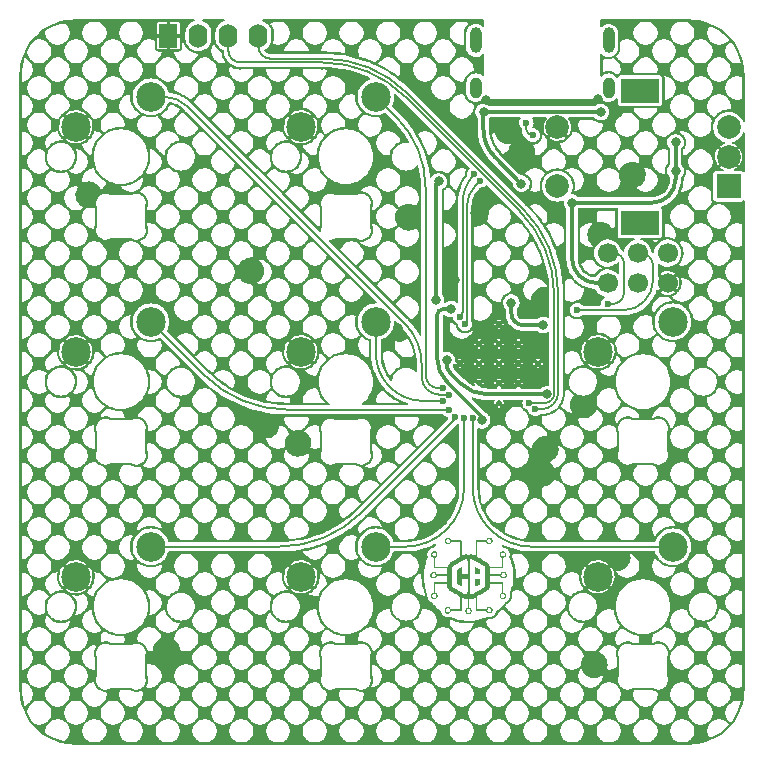
<source format=gbr>
%TF.GenerationSoftware,KiCad,Pcbnew,6.0.0*%
%TF.CreationDate,2022-01-07T19:46:56+01:00*%
%TF.ProjectId,1337-v4.0,31333337-2d76-4342-9e30-2e6b69636164,4.0*%
%TF.SameCoordinates,Original*%
%TF.FileFunction,Copper,L1,Top*%
%TF.FilePolarity,Positive*%
%FSLAX46Y46*%
G04 Gerber Fmt 4.6, Leading zero omitted, Abs format (unit mm)*
G04 Created by KiCad (PCBNEW 6.0.0) date 2022-01-07 19:46:56*
%MOMM*%
%LPD*%
G01*
G04 APERTURE LIST*
%TA.AperFunction,ComponentPad*%
%ADD10C,2.500000*%
%TD*%
%TA.AperFunction,ComponentPad*%
%ADD11R,1.600000X2.000000*%
%TD*%
%TA.AperFunction,ComponentPad*%
%ADD12O,1.600000X2.000000*%
%TD*%
%TA.AperFunction,ComponentPad*%
%ADD13R,2.000000X2.000000*%
%TD*%
%TA.AperFunction,ComponentPad*%
%ADD14C,2.000000*%
%TD*%
%TA.AperFunction,ComponentPad*%
%ADD15R,3.200000X2.000000*%
%TD*%
%TA.AperFunction,ComponentPad*%
%ADD16O,1.000000X1.800000*%
%TD*%
%TA.AperFunction,ComponentPad*%
%ADD17O,1.000000X2.200000*%
%TD*%
%TA.AperFunction,ComponentPad*%
%ADD18C,1.700000*%
%TD*%
%TA.AperFunction,ComponentPad*%
%ADD19C,0.500000*%
%TD*%
%TA.AperFunction,ViaPad*%
%ADD20C,0.800000*%
%TD*%
%TA.AperFunction,ViaPad*%
%ADD21C,0.600000*%
%TD*%
%TA.AperFunction,Conductor*%
%ADD22C,0.350000*%
%TD*%
%TA.AperFunction,Conductor*%
%ADD23C,0.200000*%
%TD*%
G04 APERTURE END LIST*
%TO.C,G\u002A\u002A\u002A*%
G36*
X112401181Y-78824824D02*
G01*
X112409333Y-78805469D01*
X112420395Y-78789952D01*
X112421327Y-78789068D01*
X112424530Y-78786583D01*
X112428881Y-78784448D01*
X112435344Y-78782631D01*
X112444886Y-78781101D01*
X112458471Y-78779826D01*
X112477065Y-78778775D01*
X112501632Y-78777915D01*
X112533138Y-78777216D01*
X112572547Y-78776645D01*
X112620826Y-78776171D01*
X112678938Y-78775763D01*
X112747849Y-78775389D01*
X112828524Y-78775017D01*
X112853618Y-78774908D01*
X113272263Y-78773099D01*
X113272268Y-78758655D01*
X113277127Y-78733899D01*
X113290440Y-78703945D01*
X113310334Y-78671494D01*
X113334935Y-78639247D01*
X113362370Y-78609906D01*
X113390765Y-78586172D01*
X113392925Y-78584664D01*
X113440421Y-78559515D01*
X113493582Y-78544321D01*
X113549443Y-78539312D01*
X113605039Y-78544714D01*
X113657405Y-78560758D01*
X113664013Y-78563728D01*
X113705011Y-78587615D01*
X113743496Y-78618636D01*
X113775766Y-78653451D01*
X113794320Y-78681241D01*
X113817797Y-78736787D01*
X113829142Y-78793090D01*
X113829047Y-78848749D01*
X113818202Y-78902364D01*
X113797299Y-78952537D01*
X113767028Y-78997867D01*
X113728082Y-79036955D01*
X113681149Y-79068401D01*
X113626923Y-79090806D01*
X113587610Y-79099938D01*
X113534413Y-79102545D01*
X113479666Y-79093968D01*
X113426520Y-79075144D01*
X113378125Y-79047011D01*
X113359159Y-79031935D01*
X113340188Y-79012274D01*
X113320379Y-78986846D01*
X113302301Y-78959502D01*
X113288523Y-78934093D01*
X113281945Y-78916175D01*
X113277731Y-78896988D01*
X112518129Y-78896988D01*
X112518253Y-80161462D01*
X112915289Y-80392152D01*
X113002489Y-80442995D01*
X113081513Y-80489433D01*
X113151926Y-80531203D01*
X113213294Y-80568041D01*
X113265180Y-80599683D01*
X113307150Y-80625866D01*
X113338769Y-80646326D01*
X113359601Y-80660799D01*
X113363782Y-80664013D01*
X113424041Y-80719646D01*
X113478753Y-80784832D01*
X113525752Y-80856573D01*
X113562873Y-80931867D01*
X113569894Y-80949656D01*
X113587569Y-80996719D01*
X114102785Y-80996789D01*
X114618001Y-80996860D01*
X114618001Y-80237258D01*
X114599674Y-80233233D01*
X114577373Y-80224622D01*
X114550217Y-80208731D01*
X114521797Y-80188165D01*
X114495704Y-80165529D01*
X114475529Y-80143428D01*
X114475090Y-80142851D01*
X114452273Y-80110478D01*
X114436607Y-80081784D01*
X114426834Y-80052816D01*
X114421699Y-80019621D01*
X114419943Y-79978249D01*
X114419890Y-79969678D01*
X114513983Y-79969678D01*
X114519839Y-80016389D01*
X114536361Y-80057544D01*
X114561976Y-80091986D01*
X114595114Y-80118556D01*
X114634203Y-80136094D01*
X114677671Y-80143443D01*
X114723948Y-80139443D01*
X114739002Y-80135604D01*
X114777270Y-80117855D01*
X114811168Y-80089776D01*
X114837705Y-80053964D01*
X114841717Y-80046400D01*
X114856181Y-80004078D01*
X114859014Y-79961214D01*
X114851334Y-79919623D01*
X114834261Y-79881122D01*
X114808914Y-79847527D01*
X114776414Y-79820654D01*
X114737878Y-79802321D01*
X114694427Y-79794343D01*
X114686264Y-79794147D01*
X114641624Y-79800242D01*
X114601202Y-79817427D01*
X114566618Y-79844055D01*
X114539488Y-79878474D01*
X114521433Y-79919037D01*
X114514071Y-79964094D01*
X114513983Y-79969678D01*
X114419890Y-79969678D01*
X114419888Y-79969341D01*
X114419973Y-79936728D01*
X114420885Y-79913394D01*
X114423352Y-79895615D01*
X114428098Y-79879666D01*
X114435849Y-79861825D01*
X114444155Y-79844791D01*
X114475814Y-79794138D01*
X114515141Y-79752813D01*
X114560553Y-79721083D01*
X114610462Y-79699211D01*
X114663285Y-79687465D01*
X114717437Y-79686108D01*
X114771331Y-79695406D01*
X114823383Y-79715624D01*
X114872007Y-79747028D01*
X114896622Y-79769071D01*
X114931994Y-79812833D01*
X114958244Y-79863039D01*
X114974472Y-79916963D01*
X114979778Y-79971881D01*
X114976351Y-80010388D01*
X114963674Y-80057203D01*
X114943091Y-80103344D01*
X114916827Y-80144585D01*
X114890235Y-80173962D01*
X114867225Y-80192085D01*
X114839868Y-80209810D01*
X114811556Y-80225323D01*
X114785685Y-80236805D01*
X114765649Y-80242442D01*
X114761723Y-80242726D01*
X114748024Y-80242726D01*
X114748014Y-80650674D01*
X114747991Y-80734113D01*
X114747906Y-80805546D01*
X114747735Y-80865968D01*
X114747451Y-80916375D01*
X114747027Y-80957762D01*
X114746437Y-80991124D01*
X114745655Y-81017459D01*
X114744655Y-81037760D01*
X114743410Y-81053025D01*
X114741894Y-81064248D01*
X114740080Y-81072425D01*
X114737944Y-81078551D01*
X114736637Y-81081375D01*
X114719909Y-81102623D01*
X114702516Y-81111888D01*
X114694418Y-81113401D01*
X114679146Y-81114733D01*
X114656101Y-81115893D01*
X114624684Y-81116890D01*
X114584298Y-81117732D01*
X114534344Y-81118428D01*
X114474225Y-81118988D01*
X114403341Y-81119419D01*
X114321094Y-81119731D01*
X114226887Y-81119932D01*
X114149104Y-81120015D01*
X113618445Y-81120382D01*
X113617407Y-81393430D01*
X113616370Y-81666479D01*
X114474976Y-81666479D01*
X114474976Y-81651264D01*
X114478844Y-81632982D01*
X114489240Y-81608060D01*
X114504355Y-81579834D01*
X114522378Y-81551641D01*
X114541499Y-81526817D01*
X114544099Y-81523869D01*
X114576817Y-81494886D01*
X114618245Y-81469374D01*
X114664151Y-81449555D01*
X114707314Y-81438152D01*
X114761266Y-81435064D01*
X114816179Y-81443544D01*
X114869330Y-81462693D01*
X114917993Y-81491609D01*
X114948631Y-81517881D01*
X114986189Y-81563880D01*
X115012443Y-81614216D01*
X115027660Y-81667293D01*
X115032104Y-81721515D01*
X115026041Y-81775285D01*
X115009739Y-81827008D01*
X114983462Y-81875087D01*
X114947476Y-81917926D01*
X114902047Y-81953929D01*
X114873303Y-81970154D01*
X114848295Y-81981913D01*
X114827921Y-81989349D01*
X114807268Y-81993639D01*
X114781423Y-81995958D01*
X114761756Y-81996880D01*
X114709991Y-81995860D01*
X114665404Y-81987492D01*
X114623715Y-81970578D01*
X114585911Y-81947592D01*
X114558177Y-81924580D01*
X114531181Y-81895383D01*
X114507917Y-81863805D01*
X114491378Y-81833651D01*
X114487028Y-81821898D01*
X114479419Y-81796502D01*
X113618635Y-81796502D01*
X113614536Y-81830633D01*
X113613547Y-81845321D01*
X113612640Y-81871186D01*
X113611846Y-81906403D01*
X113611195Y-81949148D01*
X113610715Y-81997594D01*
X113610437Y-82049917D01*
X113610379Y-82084178D01*
X113610323Y-82303591D01*
X114145043Y-82303958D01*
X114248874Y-82304083D01*
X114340301Y-82304310D01*
X114419919Y-82304649D01*
X114488326Y-82305108D01*
X114546117Y-82305697D01*
X114593890Y-82306424D01*
X114632241Y-82307297D01*
X114661767Y-82308325D01*
X114683065Y-82309517D01*
X114696732Y-82310882D01*
X114702516Y-82312085D01*
X114724933Y-82325843D01*
X114736637Y-82342598D01*
X114738935Y-82347968D01*
X114740903Y-82354838D01*
X114742566Y-82364189D01*
X114743950Y-82377006D01*
X114745079Y-82394270D01*
X114745980Y-82416964D01*
X114746677Y-82446072D01*
X114747197Y-82482576D01*
X114747564Y-82527458D01*
X114747804Y-82581702D01*
X114747942Y-82646289D01*
X114748003Y-82722204D01*
X114748014Y-82783051D01*
X114748024Y-83200750D01*
X114763239Y-83200750D01*
X114781521Y-83204618D01*
X114806443Y-83215014D01*
X114834669Y-83230129D01*
X114862862Y-83248152D01*
X114887686Y-83267273D01*
X114890634Y-83269873D01*
X114919617Y-83302591D01*
X114945129Y-83344019D01*
X114964948Y-83389925D01*
X114976351Y-83433089D01*
X114979480Y-83487481D01*
X114970867Y-83542577D01*
X114951358Y-83595825D01*
X114921800Y-83644674D01*
X114896447Y-83674020D01*
X114850475Y-83711708D01*
X114800179Y-83738079D01*
X114747152Y-83753397D01*
X114692981Y-83757927D01*
X114639259Y-83751930D01*
X114587575Y-83735672D01*
X114539520Y-83709415D01*
X114496683Y-83673424D01*
X114460655Y-83627961D01*
X114444349Y-83599077D01*
X114432589Y-83574070D01*
X114425154Y-83553696D01*
X114420864Y-83533042D01*
X114418545Y-83507197D01*
X114417623Y-83487530D01*
X114417894Y-83473799D01*
X114520770Y-83473799D01*
X114526411Y-83521691D01*
X114543146Y-83562989D01*
X114570696Y-83597227D01*
X114608778Y-83623943D01*
X114612929Y-83626070D01*
X114650025Y-83638700D01*
X114691102Y-83643149D01*
X114731182Y-83639258D01*
X114757776Y-83630689D01*
X114798686Y-83605598D01*
X114829401Y-83572672D01*
X114849374Y-83532763D01*
X114858059Y-83486722D01*
X114858401Y-83474148D01*
X114852470Y-83426418D01*
X114835796Y-83384925D01*
X114809549Y-83350844D01*
X114774902Y-83325349D01*
X114733024Y-83309615D01*
X114689514Y-83304769D01*
X114642089Y-83310585D01*
X114600791Y-83327233D01*
X114566816Y-83353514D01*
X114541363Y-83388227D01*
X114525630Y-83430173D01*
X114520770Y-83473799D01*
X114417894Y-83473799D01*
X114418643Y-83435766D01*
X114427011Y-83391179D01*
X114443925Y-83349489D01*
X114466911Y-83311686D01*
X114489923Y-83283951D01*
X114519120Y-83256955D01*
X114550698Y-83233691D01*
X114580852Y-83217153D01*
X114592605Y-83212802D01*
X114618001Y-83205193D01*
X114618001Y-82433614D01*
X113612214Y-82433614D01*
X113607691Y-82523005D01*
X113599522Y-82616588D01*
X113584715Y-82700021D01*
X113562778Y-82774610D01*
X113533221Y-82841663D01*
X113495552Y-82902486D01*
X113449281Y-82958387D01*
X113440778Y-82967235D01*
X113428333Y-82979722D01*
X113415971Y-82991498D01*
X113402878Y-83003082D01*
X113388237Y-83014991D01*
X113371235Y-83027744D01*
X113351056Y-83041859D01*
X113326884Y-83057853D01*
X113297905Y-83076245D01*
X113263303Y-83097553D01*
X113222263Y-83122296D01*
X113173970Y-83150990D01*
X113117608Y-83184156D01*
X113052363Y-83222310D01*
X112977420Y-83265971D01*
X112899511Y-83311270D01*
X112524743Y-83529058D01*
X112524687Y-84073530D01*
X112524631Y-84618001D01*
X112901697Y-84618001D01*
X112981708Y-84617974D01*
X113049679Y-84617874D01*
X113106570Y-84617675D01*
X113153344Y-84617353D01*
X113190963Y-84616880D01*
X113220387Y-84616232D01*
X113242578Y-84615381D01*
X113258498Y-84614303D01*
X113269109Y-84612971D01*
X113275373Y-84611359D01*
X113278250Y-84609442D01*
X113278764Y-84607847D01*
X113283510Y-84586074D01*
X113296455Y-84558867D01*
X113315654Y-84528931D01*
X113339167Y-84498970D01*
X113365051Y-84471690D01*
X113391363Y-84449795D01*
X113393167Y-84448536D01*
X113443638Y-84421224D01*
X113497167Y-84405538D01*
X113552054Y-84401002D01*
X113606599Y-84407143D01*
X113659103Y-84423485D01*
X113707865Y-84449553D01*
X113751185Y-84484872D01*
X113787365Y-84528969D01*
X113807252Y-84564212D01*
X113816348Y-84584219D01*
X113822330Y-84600807D01*
X113825847Y-84617673D01*
X113827547Y-84638513D01*
X113828080Y-84667026D01*
X113828111Y-84683013D01*
X113827887Y-84716088D01*
X113826783Y-84739861D01*
X113824148Y-84758026D01*
X113819335Y-84774281D01*
X113811694Y-84792322D01*
X113807252Y-84801814D01*
X113776714Y-84852384D01*
X113738314Y-84893855D01*
X113693659Y-84925999D01*
X113644353Y-84948588D01*
X113592001Y-84961393D01*
X113538209Y-84964186D01*
X113484582Y-84956738D01*
X113432725Y-84938822D01*
X113384242Y-84910208D01*
X113340740Y-84870668D01*
X113338786Y-84868470D01*
X113321763Y-84846508D01*
X113305329Y-84820870D01*
X113291408Y-84795090D01*
X113281922Y-84772699D01*
X113278764Y-84758179D01*
X113277756Y-84756109D01*
X113274119Y-84754337D01*
X113266931Y-84752841D01*
X113255271Y-84751598D01*
X113238217Y-84750585D01*
X113214848Y-84749778D01*
X113184243Y-84749157D01*
X113145481Y-84748696D01*
X113097640Y-84748375D01*
X113039798Y-84748170D01*
X112971035Y-84748058D01*
X112890429Y-84748016D01*
X112867566Y-84748014D01*
X112783776Y-84747991D01*
X112711996Y-84747907D01*
X112651236Y-84747738D01*
X112600504Y-84747457D01*
X112558810Y-84747038D01*
X112525161Y-84746455D01*
X112498567Y-84745683D01*
X112478037Y-84744694D01*
X112462578Y-84743464D01*
X112451200Y-84741966D01*
X112442912Y-84740174D01*
X112436721Y-84738062D01*
X112433614Y-84736637D01*
X112412366Y-84719909D01*
X112403101Y-84702516D01*
X112401599Y-84694464D01*
X112400885Y-84686264D01*
X113376281Y-84686264D01*
X113382376Y-84730903D01*
X113399562Y-84771325D01*
X113426189Y-84805909D01*
X113460609Y-84833039D01*
X113501172Y-84851094D01*
X113546229Y-84858456D01*
X113551813Y-84858544D01*
X113583122Y-84856743D01*
X113608958Y-84850293D01*
X113628534Y-84841717D01*
X113665829Y-84816449D01*
X113695741Y-84782704D01*
X113716583Y-84743137D01*
X113726665Y-84700406D01*
X113727344Y-84686264D01*
X113721126Y-84643075D01*
X113703600Y-84602187D01*
X113676454Y-84566256D01*
X113641376Y-84537938D01*
X113628534Y-84530810D01*
X113586213Y-84516346D01*
X113543348Y-84513513D01*
X113501757Y-84521193D01*
X113463256Y-84538266D01*
X113429661Y-84563613D01*
X113402789Y-84596113D01*
X113384456Y-84634649D01*
X113376478Y-84678100D01*
X113376281Y-84686264D01*
X112400885Y-84686264D01*
X112400275Y-84679261D01*
X112399120Y-84656312D01*
X112398127Y-84625021D01*
X112397287Y-84584794D01*
X112396590Y-84535034D01*
X112396029Y-84475145D01*
X112395594Y-84404534D01*
X112395277Y-84322603D01*
X112395070Y-84228758D01*
X112394974Y-84141792D01*
X112394875Y-84059413D01*
X112394694Y-83980881D01*
X112394441Y-83907151D01*
X112394122Y-83839181D01*
X112393744Y-83777928D01*
X112393315Y-83724348D01*
X112392842Y-83679399D01*
X112392332Y-83644037D01*
X112391792Y-83619218D01*
X112391230Y-83605900D01*
X112390903Y-83603822D01*
X112383918Y-83607216D01*
X112369875Y-83615952D01*
X112357899Y-83623981D01*
X112324529Y-83644193D01*
X112283132Y-83665163D01*
X112238363Y-83684782D01*
X112194877Y-83700941D01*
X112173568Y-83707486D01*
X112127307Y-83718052D01*
X112076008Y-83725926D01*
X112023804Y-83730751D01*
X111974827Y-83732169D01*
X111933210Y-83729823D01*
X111926220Y-83728884D01*
X111900459Y-83724711D01*
X111878138Y-83720598D01*
X111863796Y-83717385D01*
X111863138Y-83717195D01*
X111848511Y-83712825D01*
X111848511Y-84097151D01*
X111848538Y-84177985D01*
X111848635Y-84246770D01*
X111848829Y-84304457D01*
X111849143Y-84352000D01*
X111849604Y-84390351D01*
X111850236Y-84420463D01*
X111851065Y-84443288D01*
X111852115Y-84459779D01*
X111853413Y-84470889D01*
X111854982Y-84477570D01*
X111856849Y-84480775D01*
X111858665Y-84481477D01*
X111874854Y-84485216D01*
X111897666Y-84495150D01*
X111923571Y-84509357D01*
X111949036Y-84525914D01*
X111968957Y-84541499D01*
X111998393Y-84572168D01*
X112024853Y-84608420D01*
X112044779Y-84645148D01*
X112049492Y-84657008D01*
X112063112Y-84714148D01*
X112064643Y-84771605D01*
X112054812Y-84827635D01*
X112034345Y-84880499D01*
X112003969Y-84928455D01*
X111964412Y-84969761D01*
X111916398Y-85002676D01*
X111902300Y-85009794D01*
X111879696Y-85019733D01*
X111860191Y-85026054D01*
X111839256Y-85029690D01*
X111812361Y-85031570D01*
X111793251Y-85032196D01*
X111753146Y-85032022D01*
X111721082Y-85029351D01*
X111702235Y-85025312D01*
X111647990Y-85001122D01*
X111600713Y-84967551D01*
X111561419Y-84926177D01*
X111531123Y-84878575D01*
X111510843Y-84826321D01*
X111501594Y-84770991D01*
X111502571Y-84748024D01*
X111621256Y-84748024D01*
X111626897Y-84795917D01*
X111643633Y-84837215D01*
X111671182Y-84871453D01*
X111709265Y-84898168D01*
X111713416Y-84900296D01*
X111750512Y-84912926D01*
X111791588Y-84917375D01*
X111831668Y-84913484D01*
X111858262Y-84904915D01*
X111899172Y-84879824D01*
X111929887Y-84846898D01*
X111949861Y-84806989D01*
X111958545Y-84760947D01*
X111958888Y-84748373D01*
X111952956Y-84700644D01*
X111936282Y-84659151D01*
X111910036Y-84625070D01*
X111875388Y-84599575D01*
X111833511Y-84583840D01*
X111790000Y-84578995D01*
X111742576Y-84584811D01*
X111701277Y-84601459D01*
X111667302Y-84627740D01*
X111641850Y-84662453D01*
X111626117Y-84704399D01*
X111621256Y-84748024D01*
X111502571Y-84748024D01*
X111503867Y-84717582D01*
X111517399Y-84659595D01*
X111540386Y-84609436D01*
X111574013Y-84564901D01*
X111598864Y-84540776D01*
X111620463Y-84524084D01*
X111645867Y-84507876D01*
X111671506Y-84494088D01*
X111693810Y-84484652D01*
X111708333Y-84481477D01*
X111710486Y-84480453D01*
X111712315Y-84476741D01*
X111713847Y-84469381D01*
X111715106Y-84457410D01*
X111716119Y-84439870D01*
X111716912Y-84415798D01*
X111717510Y-84384235D01*
X111717939Y-84344219D01*
X111718226Y-84294790D01*
X111718395Y-84234987D01*
X111718473Y-84163849D01*
X111718488Y-84103715D01*
X111718471Y-84024111D01*
X111718401Y-83956544D01*
X111718248Y-83900046D01*
X111717983Y-83853653D01*
X111717576Y-83816398D01*
X111716998Y-83787314D01*
X111716219Y-83765437D01*
X111715211Y-83749799D01*
X111713942Y-83739436D01*
X111712385Y-83733379D01*
X111710509Y-83730665D01*
X111708286Y-83730326D01*
X111707111Y-83730713D01*
X111675478Y-83739378D01*
X111634748Y-83742397D01*
X111583583Y-83739867D01*
X111582213Y-83739739D01*
X111487640Y-83724552D01*
X111393901Y-83697375D01*
X111303729Y-83659081D01*
X111265077Y-83638473D01*
X111242737Y-83625872D01*
X111225130Y-83616185D01*
X111214953Y-83610886D01*
X111213539Y-83610323D01*
X111213206Y-83616664D01*
X111212880Y-83635048D01*
X111212565Y-83664515D01*
X111212267Y-83704104D01*
X111211989Y-83752858D01*
X111211737Y-83809815D01*
X111211514Y-83874016D01*
X111211326Y-83944501D01*
X111211176Y-84020311D01*
X111211069Y-84100486D01*
X111211031Y-84145043D01*
X111210907Y-84248874D01*
X111210679Y-84340301D01*
X111210340Y-84419919D01*
X111209881Y-84488326D01*
X111209292Y-84546117D01*
X111208566Y-84593890D01*
X111207693Y-84632241D01*
X111206664Y-84661767D01*
X111205472Y-84683065D01*
X111204107Y-84696732D01*
X111202905Y-84702516D01*
X111189147Y-84724933D01*
X111172391Y-84736637D01*
X111167014Y-84738939D01*
X111160136Y-84740909D01*
X111150773Y-84742573D01*
X111137940Y-84743957D01*
X111120654Y-84745087D01*
X111097930Y-84745987D01*
X111068784Y-84746684D01*
X111032231Y-84747202D01*
X110987286Y-84747568D01*
X110932967Y-84747806D01*
X110868288Y-84747943D01*
X110792265Y-84748004D01*
X110733167Y-84748014D01*
X110316697Y-84748024D01*
X110308399Y-84780400D01*
X110295996Y-84813307D01*
X110276126Y-84849077D01*
X110251832Y-84882914D01*
X110226307Y-84909886D01*
X110193230Y-84933365D01*
X110152310Y-84954173D01*
X110108702Y-84969947D01*
X110081262Y-84976397D01*
X110027975Y-84979475D01*
X109973514Y-84971083D01*
X109920651Y-84952139D01*
X109872157Y-84923562D01*
X109840584Y-84896622D01*
X109802939Y-84850547D01*
X109776625Y-84800177D01*
X109761378Y-84747095D01*
X109756930Y-84692889D01*
X109757680Y-84686264D01*
X109865659Y-84686264D01*
X109871754Y-84730903D01*
X109888940Y-84771325D01*
X109915567Y-84805909D01*
X109949987Y-84833039D01*
X109990550Y-84851094D01*
X110035607Y-84858456D01*
X110041191Y-84858544D01*
X110072500Y-84856743D01*
X110098336Y-84850293D01*
X110117913Y-84841717D01*
X110155207Y-84816449D01*
X110185119Y-84782704D01*
X110205961Y-84743137D01*
X110216043Y-84700406D01*
X110216722Y-84686264D01*
X110210504Y-84643075D01*
X110192978Y-84602187D01*
X110165832Y-84566256D01*
X110130754Y-84537938D01*
X110117913Y-84530810D01*
X110075591Y-84516346D01*
X110032726Y-84513513D01*
X109991135Y-84521193D01*
X109952634Y-84538266D01*
X109919039Y-84563613D01*
X109892167Y-84596113D01*
X109873834Y-84634649D01*
X109865856Y-84678100D01*
X109865659Y-84686264D01*
X109757680Y-84686264D01*
X109763018Y-84639142D01*
X109779375Y-84587439D01*
X109805737Y-84539367D01*
X109841839Y-84496511D01*
X109887414Y-84460454D01*
X109916304Y-84444155D01*
X109938053Y-84433648D01*
X109955091Y-84426695D01*
X109971142Y-84422570D01*
X109989930Y-84420548D01*
X110015179Y-84419904D01*
X110040853Y-84419888D01*
X110084181Y-84421155D01*
X110118597Y-84425567D01*
X110148052Y-84434382D01*
X110176498Y-84448858D01*
X110207888Y-84470251D01*
X110214363Y-84475090D01*
X110236413Y-84495052D01*
X110259069Y-84521030D01*
X110279727Y-84549434D01*
X110295782Y-84576672D01*
X110304629Y-84599155D01*
X110304745Y-84599674D01*
X110308771Y-84618001D01*
X111087876Y-84618001D01*
X111087870Y-84076781D01*
X111087863Y-83535560D01*
X110689946Y-83314520D01*
X110621985Y-83276649D01*
X110556120Y-83239714D01*
X110493437Y-83204340D01*
X110435020Y-83171149D01*
X110381954Y-83140765D01*
X110335326Y-83113809D01*
X110296219Y-83090905D01*
X110265719Y-83072675D01*
X110244911Y-83059743D01*
X110237857Y-83055019D01*
X110168535Y-82998815D01*
X110110349Y-82936418D01*
X110063156Y-82867534D01*
X110026816Y-82791869D01*
X110001186Y-82709130D01*
X109986126Y-82619023D01*
X109981486Y-82523005D01*
X109981800Y-82433614D01*
X108961999Y-82433614D01*
X108961999Y-83205193D01*
X108987396Y-83212802D01*
X109015733Y-83225464D01*
X109047157Y-83246159D01*
X109077862Y-83271893D01*
X109104044Y-83299673D01*
X109113090Y-83311686D01*
X109138544Y-83354373D01*
X109154392Y-83396181D01*
X109161835Y-83441390D01*
X109162377Y-83487530D01*
X109160668Y-83518741D01*
X109157682Y-83541862D01*
X109152245Y-83561807D01*
X109143178Y-83583487D01*
X109135652Y-83599077D01*
X109104063Y-83649558D01*
X109064764Y-83690741D01*
X109019353Y-83722361D01*
X108969426Y-83744152D01*
X108916577Y-83755847D01*
X108862405Y-83757182D01*
X108808504Y-83747890D01*
X108756471Y-83727706D01*
X108707902Y-83696363D01*
X108683379Y-83674406D01*
X108648007Y-83630643D01*
X108621757Y-83580438D01*
X108605529Y-83526513D01*
X108600223Y-83471595D01*
X108601452Y-83457787D01*
X108721617Y-83457787D01*
X108722497Y-83500557D01*
X108734809Y-83543109D01*
X108738283Y-83550521D01*
X108764747Y-83590186D01*
X108798854Y-83620060D01*
X108838939Y-83639427D01*
X108883338Y-83647576D01*
X108930386Y-83643792D01*
X108946476Y-83639725D01*
X108986662Y-83621656D01*
X109019074Y-83594884D01*
X109043318Y-83561413D01*
X109058996Y-83523244D01*
X109065715Y-83482380D01*
X109063077Y-83440826D01*
X109050688Y-83400584D01*
X109028152Y-83363657D01*
X109005592Y-83340394D01*
X108974896Y-83320314D01*
X108938270Y-83305608D01*
X108901789Y-83298564D01*
X108893737Y-83298268D01*
X108849529Y-83304212D01*
X108810036Y-83320836D01*
X108776380Y-83346321D01*
X108749678Y-83378852D01*
X108731051Y-83416613D01*
X108721617Y-83457787D01*
X108601452Y-83457787D01*
X108603650Y-83433089D01*
X108613569Y-83395359D01*
X108629582Y-83355589D01*
X108649529Y-83318156D01*
X108671250Y-83287437D01*
X108680427Y-83277546D01*
X108706683Y-83255448D01*
X108737344Y-83234694D01*
X108768482Y-83217580D01*
X108796169Y-83206401D01*
X108806380Y-83203932D01*
X108831976Y-83199607D01*
X108831986Y-82782480D01*
X108832009Y-82698052D01*
X108832091Y-82625643D01*
X108832257Y-82564270D01*
X108832532Y-82512948D01*
X108832942Y-82470694D01*
X108833513Y-82436526D01*
X108834269Y-82409459D01*
X108835237Y-82388509D01*
X108836441Y-82372694D01*
X108837907Y-82361031D01*
X108839661Y-82352534D01*
X108841728Y-82346222D01*
X108843363Y-82342598D01*
X108860092Y-82321350D01*
X108877484Y-82312085D01*
X108885517Y-82310587D01*
X108900689Y-82309267D01*
X108923596Y-82308115D01*
X108954832Y-82307123D01*
X108994991Y-82306284D01*
X109044667Y-82305587D01*
X109104454Y-82305024D01*
X109174946Y-82304588D01*
X109256739Y-82304269D01*
X109350425Y-82304059D01*
X109441459Y-82303958D01*
X109982680Y-82303591D01*
X109982680Y-81857519D01*
X110362259Y-81857519D01*
X110362296Y-81907021D01*
X110362414Y-82013548D01*
X110362535Y-82107862D01*
X110362677Y-82190756D01*
X110362856Y-82263020D01*
X110363089Y-82325443D01*
X110363392Y-82378818D01*
X110363784Y-82423935D01*
X110364279Y-82461584D01*
X110364896Y-82492555D01*
X110365650Y-82517641D01*
X110366559Y-82537631D01*
X110367639Y-82553315D01*
X110368907Y-82565486D01*
X110370380Y-82574932D01*
X110372075Y-82582446D01*
X110374007Y-82588817D01*
X110376195Y-82594836D01*
X110376911Y-82596710D01*
X110401478Y-82650834D01*
X110430485Y-82694841D01*
X110465915Y-82731381D01*
X110493465Y-82752477D01*
X110510064Y-82763223D01*
X110536433Y-82779421D01*
X110571548Y-82800488D01*
X110614385Y-82825839D01*
X110663919Y-82854888D01*
X110719126Y-82887052D01*
X110778983Y-82921746D01*
X110842465Y-82958385D01*
X110908547Y-82996385D01*
X110976207Y-83035161D01*
X111044419Y-83074129D01*
X111112159Y-83112703D01*
X111178404Y-83150300D01*
X111242129Y-83186334D01*
X111302310Y-83220222D01*
X111357922Y-83251378D01*
X111407943Y-83279218D01*
X111451346Y-83303157D01*
X111487110Y-83322611D01*
X111514208Y-83336996D01*
X111531618Y-83345726D01*
X111536455Y-83347819D01*
X111571743Y-83355697D01*
X111605545Y-83351679D01*
X111624490Y-83344558D01*
X111656610Y-83323152D01*
X111681730Y-83292482D01*
X111693550Y-83267552D01*
X111695078Y-83261043D01*
X111696426Y-83250198D01*
X111697603Y-83234292D01*
X111698621Y-83212601D01*
X111699489Y-83184400D01*
X111700216Y-83148965D01*
X111700814Y-83105573D01*
X111701292Y-83053498D01*
X111701660Y-82992016D01*
X111701928Y-82920402D01*
X111702107Y-82837934D01*
X111702206Y-82743885D01*
X111702235Y-82641651D01*
X111702235Y-82040295D01*
X111473069Y-82038586D01*
X111243904Y-82036878D01*
X111243749Y-82295382D01*
X111243565Y-82353189D01*
X111243107Y-82407807D01*
X111242409Y-82457665D01*
X111241506Y-82501190D01*
X111240430Y-82536812D01*
X111239218Y-82562959D01*
X111237902Y-82578059D01*
X111237568Y-82579890D01*
X111226913Y-82606124D01*
X111208873Y-82622002D01*
X111182296Y-82628418D01*
X111174713Y-82628649D01*
X111163245Y-82628352D01*
X111152101Y-82627041D01*
X111139872Y-82624090D01*
X111125151Y-82618869D01*
X111106532Y-82610751D01*
X111082608Y-82599107D01*
X111051972Y-82583311D01*
X111013216Y-82562732D01*
X110964934Y-82536744D01*
X110946442Y-82526750D01*
X110795257Y-82444999D01*
X110798575Y-81249707D01*
X110957853Y-81162620D01*
X111001011Y-81139332D01*
X111041996Y-81117793D01*
X111078980Y-81098920D01*
X111110137Y-81083628D01*
X111133642Y-81072832D01*
X111147667Y-81067447D01*
X111147861Y-81067395D01*
X111178945Y-81063019D01*
X111203462Y-81068893D01*
X111223579Y-81085636D01*
X111226987Y-81089968D01*
X111230333Y-81094834D01*
X111233095Y-81100432D01*
X111235340Y-81108000D01*
X111237135Y-81118779D01*
X111238544Y-81134007D01*
X111239637Y-81154925D01*
X111240478Y-81182770D01*
X111241134Y-81218784D01*
X111241672Y-81264204D01*
X111242159Y-81320272D01*
X111242608Y-81380895D01*
X111244563Y-81653476D01*
X111705933Y-81653476D01*
X111704084Y-81050494D01*
X111703766Y-80948372D01*
X111703464Y-80858433D01*
X111703159Y-80779862D01*
X111702830Y-80711838D01*
X111702457Y-80653546D01*
X111702021Y-80604167D01*
X111701501Y-80562883D01*
X111700878Y-80528876D01*
X111700132Y-80501328D01*
X111699243Y-80479422D01*
X111698191Y-80462340D01*
X111696956Y-80449263D01*
X111695518Y-80439374D01*
X111693858Y-80431856D01*
X111691954Y-80425890D01*
X111689789Y-80420658D01*
X111688692Y-80418257D01*
X111685869Y-80413806D01*
X111893933Y-80413806D01*
X111897269Y-83288516D01*
X111912420Y-83309758D01*
X111937658Y-83335716D01*
X111968995Y-83350706D01*
X112007471Y-83355191D01*
X112014290Y-83354968D01*
X112021032Y-83354524D01*
X112027843Y-83353630D01*
X112035441Y-83351898D01*
X112044542Y-83348940D01*
X112055865Y-83344366D01*
X112070128Y-83337788D01*
X112088046Y-83328817D01*
X112110339Y-83317064D01*
X112137723Y-83302140D01*
X112170915Y-83283656D01*
X112210634Y-83261225D01*
X112257596Y-83234456D01*
X112312519Y-83202961D01*
X112376121Y-83166352D01*
X112449118Y-83124240D01*
X112532229Y-83076235D01*
X112586391Y-83044937D01*
X112680427Y-82990577D01*
X112763863Y-82942269D01*
X112837365Y-82899568D01*
X112901598Y-82862032D01*
X112957227Y-82829218D01*
X113004916Y-82800682D01*
X113045333Y-82775983D01*
X113079140Y-82754677D01*
X113107004Y-82736320D01*
X113129589Y-82720471D01*
X113147562Y-82706685D01*
X113161586Y-82694520D01*
X113172327Y-82683534D01*
X113180450Y-82673282D01*
X113186621Y-82663322D01*
X113191504Y-82653211D01*
X113195764Y-82642506D01*
X113197442Y-82637962D01*
X113200029Y-82629897D01*
X113202252Y-82620204D01*
X113204158Y-82607783D01*
X113205794Y-82591530D01*
X113207206Y-82570343D01*
X113208444Y-82543121D01*
X113209553Y-82508761D01*
X113210581Y-82466161D01*
X113211575Y-82414219D01*
X113212583Y-82351833D01*
X113213652Y-82277901D01*
X113214015Y-82251582D01*
X113215007Y-82174324D01*
X113216016Y-82086942D01*
X113217013Y-81992313D01*
X113217974Y-81893314D01*
X113218872Y-81792823D01*
X113219398Y-81728239D01*
X114572493Y-81728239D01*
X114578588Y-81772879D01*
X114595774Y-81813301D01*
X114622401Y-81847885D01*
X114656821Y-81875014D01*
X114697384Y-81893070D01*
X114742441Y-81900432D01*
X114748024Y-81900520D01*
X114779334Y-81898719D01*
X114805170Y-81892269D01*
X114824746Y-81883693D01*
X114862041Y-81858425D01*
X114891953Y-81824680D01*
X114912795Y-81785113D01*
X114922877Y-81742382D01*
X114923556Y-81728239D01*
X114917338Y-81685051D01*
X114899812Y-81644163D01*
X114872666Y-81608232D01*
X114837588Y-81579914D01*
X114824746Y-81572786D01*
X114782425Y-81558322D01*
X114739560Y-81555489D01*
X114697969Y-81563169D01*
X114659468Y-81580242D01*
X114625873Y-81605589D01*
X114599001Y-81638089D01*
X114580668Y-81676625D01*
X114572690Y-81720076D01*
X114572493Y-81728239D01*
X113219398Y-81728239D01*
X113219679Y-81693717D01*
X113220370Y-81598875D01*
X113220918Y-81511174D01*
X113221011Y-81494198D01*
X113223156Y-81091127D01*
X113202510Y-81047173D01*
X113196503Y-81034507D01*
X113190581Y-81022945D01*
X113184060Y-81012041D01*
X113176257Y-81001350D01*
X113166485Y-80990426D01*
X113154062Y-80978824D01*
X113138303Y-80966098D01*
X113118523Y-80951804D01*
X113094038Y-80935494D01*
X113064164Y-80916725D01*
X113028215Y-80895051D01*
X112985509Y-80870026D01*
X112935360Y-80841205D01*
X112877083Y-80808141D01*
X112809996Y-80770391D01*
X112733412Y-80727509D01*
X112646648Y-80679048D01*
X112578332Y-80640922D01*
X112488038Y-80590541D01*
X112408376Y-80546126D01*
X112338628Y-80507301D01*
X112278075Y-80473691D01*
X112225999Y-80444919D01*
X112181681Y-80420609D01*
X112144403Y-80400386D01*
X112113446Y-80383875D01*
X112088092Y-80370698D01*
X112067622Y-80360480D01*
X112051318Y-80352846D01*
X112038461Y-80347420D01*
X112028333Y-80343826D01*
X112020216Y-80341687D01*
X112013389Y-80340628D01*
X112007136Y-80340274D01*
X112003492Y-80340244D01*
X111966643Y-80345416D01*
X111936150Y-80361482D01*
X111910506Y-80389261D01*
X111908758Y-80391807D01*
X111893933Y-80413806D01*
X111685869Y-80413806D01*
X111666128Y-80382684D01*
X111636805Y-80357518D01*
X111601977Y-80343486D01*
X111562902Y-80341319D01*
X111557172Y-80342002D01*
X111546976Y-80345692D01*
X111527006Y-80354857D01*
X111498851Y-80368650D01*
X111464097Y-80386223D01*
X111424332Y-80406731D01*
X111381146Y-80429326D01*
X111336126Y-80453161D01*
X111290860Y-80477390D01*
X111246936Y-80501165D01*
X111205942Y-80523640D01*
X111169465Y-80543967D01*
X111139095Y-80561300D01*
X111116418Y-80574791D01*
X111103024Y-80583595D01*
X111100878Y-80585358D01*
X111093492Y-80590283D01*
X111075883Y-80600990D01*
X111049139Y-80616845D01*
X111014348Y-80637214D01*
X110972597Y-80661466D01*
X110924974Y-80688966D01*
X110872567Y-80719082D01*
X110816462Y-80751181D01*
X110792449Y-80764879D01*
X110721665Y-80805304D01*
X110661279Y-80840049D01*
X110610332Y-80869773D01*
X110567870Y-80895136D01*
X110532936Y-80916796D01*
X110504575Y-80935413D01*
X110481831Y-80951646D01*
X110463746Y-80966153D01*
X110449366Y-80979594D01*
X110437735Y-80992628D01*
X110427896Y-81005914D01*
X110418893Y-81020111D01*
X110416589Y-81024002D01*
X110395044Y-81070033D01*
X110378536Y-81124757D01*
X110368130Y-81184487D01*
X110366974Y-81195640D01*
X110366224Y-81210279D01*
X110365520Y-81236947D01*
X110364867Y-81274669D01*
X110364272Y-81322471D01*
X110363741Y-81379379D01*
X110363280Y-81444420D01*
X110362896Y-81516619D01*
X110362596Y-81595002D01*
X110362385Y-81678596D01*
X110362271Y-81766427D01*
X110362259Y-81857519D01*
X109982680Y-81857519D01*
X109982680Y-81796502D01*
X109099557Y-81796502D01*
X109095531Y-81814829D01*
X109086921Y-81837130D01*
X109071030Y-81864286D01*
X109050463Y-81892706D01*
X109027827Y-81918799D01*
X109005726Y-81938974D01*
X109005149Y-81939413D01*
X108972777Y-81962230D01*
X108944082Y-81977896D01*
X108915114Y-81987669D01*
X108881920Y-81992804D01*
X108840547Y-81994560D01*
X108831639Y-81994615D01*
X108799027Y-81994530D01*
X108775693Y-81993618D01*
X108757913Y-81991151D01*
X108741965Y-81986405D01*
X108724123Y-81978654D01*
X108707090Y-81970348D01*
X108656436Y-81938689D01*
X108615112Y-81899362D01*
X108583381Y-81853950D01*
X108561510Y-81804041D01*
X108549763Y-81751218D01*
X108549187Y-81728239D01*
X108656445Y-81728239D01*
X108662540Y-81772879D01*
X108679726Y-81813301D01*
X108706353Y-81847885D01*
X108740773Y-81875014D01*
X108781336Y-81893070D01*
X108826393Y-81900432D01*
X108831976Y-81900520D01*
X108863285Y-81898719D01*
X108889122Y-81892269D01*
X108908698Y-81883693D01*
X108945993Y-81858425D01*
X108975905Y-81824680D01*
X108996747Y-81785113D01*
X109006829Y-81742382D01*
X109007507Y-81728239D01*
X109001290Y-81685051D01*
X108983764Y-81644163D01*
X108956618Y-81608232D01*
X108921540Y-81579914D01*
X108908698Y-81572786D01*
X108866377Y-81558322D01*
X108823512Y-81555489D01*
X108781921Y-81563169D01*
X108743420Y-81580242D01*
X108709825Y-81605589D01*
X108682953Y-81638089D01*
X108664620Y-81676625D01*
X108656641Y-81720076D01*
X108656445Y-81728239D01*
X108549187Y-81728239D01*
X108548406Y-81697066D01*
X108557704Y-81643172D01*
X108577923Y-81591120D01*
X108609327Y-81542495D01*
X108631369Y-81517881D01*
X108675551Y-81482104D01*
X108725975Y-81455741D01*
X108780049Y-81439647D01*
X108835186Y-81434679D01*
X108872531Y-81438191D01*
X108914721Y-81449328D01*
X108957741Y-81467041D01*
X108996398Y-81488944D01*
X109017093Y-81504617D01*
X109042772Y-81531780D01*
X109067049Y-81565643D01*
X109086883Y-81601410D01*
X109099185Y-81634103D01*
X109107483Y-81666479D01*
X109982680Y-81666479D01*
X109982680Y-81120382D01*
X109441459Y-81120015D01*
X109337012Y-81119892D01*
X109244972Y-81119667D01*
X109164745Y-81119333D01*
X109095738Y-81118880D01*
X109037356Y-81118300D01*
X108989005Y-81117584D01*
X108950090Y-81116724D01*
X108920018Y-81115712D01*
X108898193Y-81114538D01*
X108884023Y-81113194D01*
X108877484Y-81111888D01*
X108855068Y-81098131D01*
X108843363Y-81081375D01*
X108841036Y-81075937D01*
X108839048Y-81068989D01*
X108837373Y-81059533D01*
X108835983Y-81046572D01*
X108834853Y-81029108D01*
X108833956Y-81006145D01*
X108833266Y-80976685D01*
X108832756Y-80939730D01*
X108832401Y-80894284D01*
X108832172Y-80839350D01*
X108832045Y-80773929D01*
X108831993Y-80697024D01*
X108831986Y-80651903D01*
X108831976Y-80245184D01*
X108799600Y-80236887D01*
X108766694Y-80224483D01*
X108730924Y-80204613D01*
X108697087Y-80180319D01*
X108670115Y-80154794D01*
X108646749Y-80121896D01*
X108625990Y-80081191D01*
X108610225Y-80037871D01*
X108603689Y-80010233D01*
X108600904Y-79966427D01*
X108714956Y-79966427D01*
X108721051Y-80011067D01*
X108738236Y-80051489D01*
X108764863Y-80086073D01*
X108799283Y-80113202D01*
X108839846Y-80131257D01*
X108884903Y-80138620D01*
X108890487Y-80138708D01*
X108921796Y-80136907D01*
X108947632Y-80130457D01*
X108967209Y-80121881D01*
X109004503Y-80096613D01*
X109034416Y-80062868D01*
X109055257Y-80023301D01*
X109065339Y-79980569D01*
X109066018Y-79966427D01*
X109060073Y-79922219D01*
X109043450Y-79882726D01*
X109017964Y-79849070D01*
X108985433Y-79822368D01*
X108947672Y-79803741D01*
X108906499Y-79794307D01*
X108863728Y-79795187D01*
X108821177Y-79807499D01*
X108813765Y-79810974D01*
X108776470Y-79836241D01*
X108746558Y-79869987D01*
X108725716Y-79909554D01*
X108715634Y-79952285D01*
X108714956Y-79966427D01*
X108600904Y-79966427D01*
X108600142Y-79954441D01*
X108608496Y-79900074D01*
X108627653Y-79848624D01*
X108656512Y-79801584D01*
X108693973Y-79760448D01*
X108738936Y-79726709D01*
X108790301Y-79701861D01*
X108840765Y-79688390D01*
X108897594Y-79684988D01*
X108953124Y-79693694D01*
X109005717Y-79713617D01*
X109053738Y-79743867D01*
X109095552Y-79783555D01*
X109129523Y-79831789D01*
X109139471Y-79850976D01*
X109148539Y-79870907D01*
X109154496Y-79887406D01*
X109157984Y-79904160D01*
X109159644Y-79924854D01*
X109160117Y-79953176D01*
X109160112Y-79969678D01*
X109158831Y-80012990D01*
X109154369Y-80047413D01*
X109145460Y-80076919D01*
X109130839Y-80105479D01*
X109109239Y-80137065D01*
X109104910Y-80142851D01*
X109084949Y-80164900D01*
X109058971Y-80187556D01*
X109030567Y-80208215D01*
X109003328Y-80224270D01*
X108980845Y-80233116D01*
X108980327Y-80233233D01*
X108961999Y-80237258D01*
X108961999Y-80996860D01*
X109483717Y-80996705D01*
X110005434Y-80996551D01*
X110023707Y-80939301D01*
X110035687Y-80906535D01*
X110050764Y-80871910D01*
X110066024Y-80842026D01*
X110068670Y-80837486D01*
X110097515Y-80796032D01*
X110135032Y-80752223D01*
X110178138Y-80709260D01*
X110223750Y-80670346D01*
X110244574Y-80654793D01*
X110259294Y-80645012D01*
X110284162Y-80629309D01*
X110318108Y-80608330D01*
X110360061Y-80582724D01*
X110408949Y-80553137D01*
X110463700Y-80520216D01*
X110523244Y-80484609D01*
X110586509Y-80446962D01*
X110652424Y-80407923D01*
X110689870Y-80385826D01*
X111081375Y-80155110D01*
X111081375Y-78896988D01*
X110321773Y-78896988D01*
X110317559Y-78916175D01*
X110309792Y-78936600D01*
X110295432Y-78962399D01*
X110277046Y-78989722D01*
X110257204Y-79014717D01*
X110240345Y-79031935D01*
X110195037Y-79063864D01*
X110143592Y-79086897D01*
X110089160Y-79100096D01*
X110034894Y-79102522D01*
X110011894Y-79099938D01*
X109951718Y-79083792D01*
X109898261Y-79056880D01*
X109852477Y-79020068D01*
X109815322Y-78974219D01*
X109787749Y-78920197D01*
X109776993Y-78887236D01*
X109768506Y-78831432D01*
X109768681Y-78828726D01*
X109878662Y-78828726D01*
X109884757Y-78873366D01*
X109901942Y-78913787D01*
X109928570Y-78948372D01*
X109962989Y-78975501D01*
X110003552Y-78993556D01*
X110048609Y-79000918D01*
X110054193Y-79001006D01*
X110085502Y-78999205D01*
X110111338Y-78992755D01*
X110130915Y-78984180D01*
X110168209Y-78958912D01*
X110198122Y-78925166D01*
X110218963Y-78885599D01*
X110229046Y-78842868D01*
X110229724Y-78828726D01*
X110223507Y-78785538D01*
X110205981Y-78744650D01*
X110178834Y-78708718D01*
X110143756Y-78680400D01*
X110130915Y-78673272D01*
X110088593Y-78658808D01*
X110045729Y-78655976D01*
X110004138Y-78663656D01*
X109965637Y-78680728D01*
X109932042Y-78706075D01*
X109905169Y-78738576D01*
X109886836Y-78777111D01*
X109878858Y-78820562D01*
X109878662Y-78828726D01*
X109768681Y-78828726D01*
X109772110Y-78775854D01*
X109786976Y-78722194D01*
X109812275Y-78672143D01*
X109847180Y-78627394D01*
X109890860Y-78589636D01*
X109935491Y-78563728D01*
X109987199Y-78546241D01*
X110042535Y-78539426D01*
X110098532Y-78543055D01*
X110152227Y-78556898D01*
X110200654Y-78580727D01*
X110206580Y-78584664D01*
X110234972Y-78607857D01*
X110262546Y-78636865D01*
X110287430Y-78668984D01*
X110307751Y-78701515D01*
X110321633Y-78731756D01*
X110327205Y-78757005D01*
X110327236Y-78758655D01*
X110327241Y-78773099D01*
X110745232Y-78774908D01*
X110832222Y-78775269D01*
X110907137Y-78775611D01*
X110970907Y-78776031D01*
X111024457Y-78776630D01*
X111068716Y-78777505D01*
X111104612Y-78778755D01*
X111133072Y-78780479D01*
X111155023Y-78782777D01*
X111171394Y-78785745D01*
X111183111Y-78789484D01*
X111191104Y-78794091D01*
X111196298Y-78799666D01*
X111199622Y-78806308D01*
X111202004Y-78814114D01*
X111204371Y-78823185D01*
X111204538Y-78823788D01*
X111205873Y-78835343D01*
X111207064Y-78859839D01*
X111208111Y-78897217D01*
X111209014Y-78947417D01*
X111209771Y-79010378D01*
X111210382Y-79086040D01*
X111210846Y-79174344D01*
X111211163Y-79275230D01*
X111211332Y-79388637D01*
X111211362Y-79460889D01*
X111211398Y-80073549D01*
X111274784Y-80041810D01*
X111358617Y-80005319D01*
X111442190Y-79979639D01*
X111524279Y-79964938D01*
X111603663Y-79961389D01*
X111679117Y-79969163D01*
X111721738Y-79979258D01*
X111749081Y-79987189D01*
X111772945Y-79994016D01*
X111789679Y-79998699D01*
X111794007Y-79999854D01*
X111805846Y-79999297D01*
X111826441Y-79994931D01*
X111852392Y-79987562D01*
X111868770Y-79982155D01*
X111896575Y-79972874D01*
X111919065Y-79966779D01*
X111940539Y-79963219D01*
X111965295Y-79961543D01*
X111997634Y-79961099D01*
X112007789Y-79961105D01*
X112064383Y-79963435D01*
X112117344Y-79970735D01*
X112169869Y-79983842D01*
X112225151Y-80003591D01*
X112286385Y-80030819D01*
X112300794Y-80037808D01*
X112331380Y-80052712D01*
X112357718Y-80065322D01*
X112377665Y-80074630D01*
X112389075Y-80079625D01*
X112390854Y-80080197D01*
X112391393Y-80073845D01*
X112391908Y-80055385D01*
X112392396Y-80025711D01*
X112392851Y-79985717D01*
X112393267Y-79936297D01*
X112393639Y-79878346D01*
X112393960Y-79812758D01*
X112394226Y-79740426D01*
X112394432Y-79662246D01*
X112394571Y-79579111D01*
X112394638Y-79491915D01*
X112394644Y-79464213D01*
X112394720Y-79352379D01*
X112394934Y-79250212D01*
X112395280Y-79158081D01*
X112395756Y-79076353D01*
X112396357Y-79005397D01*
X112397080Y-78945581D01*
X112397921Y-78897274D01*
X112398876Y-78860844D01*
X112399942Y-78836659D01*
X112400416Y-78831976D01*
X113376567Y-78831976D01*
X113382208Y-78879869D01*
X113398944Y-78921166D01*
X113426493Y-78955405D01*
X113464576Y-78982120D01*
X113468727Y-78984248D01*
X113505823Y-78996878D01*
X113546899Y-79001327D01*
X113586979Y-78997436D01*
X113613573Y-78988866D01*
X113654483Y-78963776D01*
X113685198Y-78930850D01*
X113705172Y-78890941D01*
X113713856Y-78844899D01*
X113714199Y-78832325D01*
X113708267Y-78784596D01*
X113691593Y-78743103D01*
X113665347Y-78709022D01*
X113630699Y-78683527D01*
X113588822Y-78667792D01*
X113545311Y-78662946D01*
X113497887Y-78668762D01*
X113456588Y-78685411D01*
X113422613Y-78711691D01*
X113397161Y-78746405D01*
X113381428Y-78788351D01*
X113376567Y-78831976D01*
X112400416Y-78831976D01*
X112401114Y-78825087D01*
X112401181Y-78824824D01*
G37*
G36*
X112794428Y-82467232D02*
G01*
X112641651Y-82537041D01*
X112595259Y-82558233D01*
X112548198Y-82579718D01*
X112503194Y-82600252D01*
X112462974Y-82618592D01*
X112430264Y-82633495D01*
X112415736Y-82640105D01*
X112342598Y-82673360D01*
X112342598Y-82037044D01*
X112797854Y-82037044D01*
X112794428Y-82467232D01*
G37*
G36*
X112418987Y-81065025D02*
G01*
X112447344Y-81077944D01*
X112484682Y-81094956D01*
X112528148Y-81114761D01*
X112574890Y-81136059D01*
X112622056Y-81157552D01*
X112644902Y-81167963D01*
X112794428Y-81236103D01*
X112797854Y-81666479D01*
X112342598Y-81666479D01*
X112342598Y-81030228D01*
X112418987Y-81065025D01*
G37*
%TD*%
D10*
%TO.P,MX8,1,COL*%
%TO.N,GND*%
X97595479Y-81849521D03*
%TO.P,MX8,2,ROW*%
%TO.N,S8*%
X103945479Y-79309521D03*
%TD*%
%TO.P,MX7,1,COL*%
%TO.N,GND*%
X78545479Y-81849521D03*
%TO.P,MX7,2,ROW*%
%TO.N,S7*%
X84895479Y-79309521D03*
%TD*%
%TO.P,MX1,1,COL*%
%TO.N,GND*%
X78545479Y-43749521D03*
%TO.P,MX1,2,ROW*%
%TO.N,S1*%
X84895479Y-41209521D03*
%TD*%
%TO.P,MX6,1,COL*%
%TO.N,GND*%
X122745479Y-62799521D03*
%TO.P,MX6,2,ROW*%
%TO.N,S6*%
X129095479Y-60259521D03*
%TD*%
D11*
%TO.P,U1,1,GND*%
%TO.N,GND*%
X86384229Y-36055771D03*
D12*
%TO.P,U1,2,VCC*%
%TO.N,VCC*%
X88924229Y-36055771D03*
%TO.P,U1,3,SCL*%
%TO.N,SCL*%
X91464229Y-36055771D03*
%TO.P,U1,4,SDA*%
%TO.N,SDA*%
X94004229Y-36055771D03*
%TD*%
D10*
%TO.P,MX9,1,COL*%
%TO.N,GND*%
X122745479Y-81849521D03*
%TO.P,MX9,2,ROW*%
%TO.N,S9*%
X129095479Y-79309521D03*
%TD*%
%TO.P,MX4,1,COL*%
%TO.N,GND*%
X78545479Y-62799521D03*
%TO.P,MX4,2,ROW*%
%TO.N,S4*%
X84895479Y-60259521D03*
%TD*%
D13*
%TO.P,MX3,A,A*%
%TO.N,Net-(MX3-PadA)*%
X133805479Y-48789521D03*
D14*
%TO.P,MX3,B,B*%
%TO.N,Net-(MX3-PadB)*%
X133805479Y-43789521D03*
%TO.P,MX3,C,C*%
%TO.N,GND*%
X133805479Y-46289521D03*
D15*
%TO.P,MX3,MP*%
%TO.N,N/C*%
X126305479Y-51889521D03*
X126305479Y-40689521D03*
D14*
%TO.P,MX3,S1,S1*%
%TO.N,GND*%
X119305479Y-43789521D03*
%TO.P,MX3,S2,S2*%
%TO.N,S3*%
X119305479Y-48789521D03*
%TD*%
D10*
%TO.P,MX2,1,COL*%
%TO.N,GND*%
X97595479Y-43749521D03*
%TO.P,MX2,2,ROW*%
%TO.N,S2*%
X103945479Y-41209521D03*
%TD*%
%TO.P,MX5,1,COL*%
%TO.N,GND*%
X97595479Y-62799521D03*
%TO.P,MX5,2,ROW*%
%TO.N,S5*%
X103945479Y-60259521D03*
%TD*%
D16*
%TO.P,J1,S1,SHIELD*%
%TO.N,Net-(FB1-Pad2)*%
X112399229Y-40445771D03*
%TO.P,J1,S2*%
%TO.N,N/C*%
X123639229Y-40445771D03*
D17*
%TO.P,J1,S3*%
X123639229Y-36445771D03*
%TO.P,J1,S4*%
X112399229Y-36445771D03*
%TD*%
D18*
%TO.P,J2,1,MISO*%
%TO.N,MISO*%
X123559229Y-54450771D03*
%TO.P,J2,2,VCC*%
%TO.N,VCC*%
X123559229Y-56990771D03*
%TO.P,J2,3,SCK*%
%TO.N,SCK {slash} S3*%
X126099229Y-54450771D03*
%TO.P,J2,4,MOSI*%
%TO.N,MOSI*%
X126099229Y-56990771D03*
%TO.P,J2,5,~{RST}*%
%TO.N,RST*%
X128639229Y-54450771D03*
%TO.P,J2,6,GND*%
%TO.N,GND*%
X128639229Y-56990771D03*
%TD*%
D19*
%TO.P,U3,45,EP*%
%TO.N,GND*%
X112692528Y-65468322D03*
X112692528Y-63806621D03*
X114354229Y-62144920D03*
X116015930Y-65468322D03*
X116015930Y-63806621D03*
X116015930Y-62144920D03*
X114354229Y-65468322D03*
X114354229Y-63806621D03*
X114354229Y-67130023D03*
X117677631Y-63806621D03*
X114354229Y-60483219D03*
X111030827Y-63806621D03*
X112692528Y-62144920D03*
%TD*%
D20*
%TO.N,GND*%
X105850000Y-60830000D03*
X94630000Y-69020000D03*
X113300969Y-41459748D03*
X121514229Y-67325771D03*
X125660000Y-47840000D03*
X79640000Y-49520000D03*
X86212593Y-88107185D03*
X122434229Y-89305771D03*
X122789612Y-41439358D03*
X123980000Y-41960000D03*
X116280000Y-45863231D03*
X124384229Y-80235771D03*
X122980000Y-52920000D03*
X106690000Y-51420000D03*
X113370000Y-49290000D03*
X97360000Y-70560000D03*
X115180000Y-44090000D03*
X118284229Y-71055771D03*
X118174229Y-58445771D03*
X112370000Y-51080000D03*
X93350000Y-55950000D03*
X110620000Y-56750000D03*
X118024229Y-73095771D03*
%TO.N,VCC*%
X109024229Y-58420771D03*
X112938272Y-68614941D03*
X109924229Y-63495771D03*
X109250347Y-48378359D03*
X110324229Y-59195771D03*
X129316064Y-47497606D03*
X118124229Y-60545771D03*
X129312314Y-45077686D03*
X118407939Y-66412061D03*
X115411728Y-58645771D03*
X120554229Y-50185771D03*
D21*
%TO.N,EA*%
X111500000Y-60440000D03*
X112785409Y-48314591D03*
%TO.N,EB*%
X111080992Y-59845279D03*
X112270987Y-47800169D03*
D20*
%TO.N,/VBUS*%
X116267136Y-48576553D03*
X113064229Y-42495771D03*
X122977774Y-42521088D03*
D21*
%TO.N,Net-(J1-PadA6)*%
X116684229Y-43405771D03*
X117219229Y-44480771D03*
%TO.N,S5*%
X109654229Y-66967990D03*
%TO.N,S9*%
X112136830Y-68392788D03*
%TO.N,S1*%
X110172410Y-66438482D03*
%TO.N,S2*%
X109657022Y-65912979D03*
%TO.N,S4*%
X110130000Y-67710000D03*
%TO.N,S7*%
X110682115Y-68365085D03*
%TO.N,S8*%
X111409554Y-68374657D03*
%TO.N,SDA*%
X117447869Y-67671695D03*
%TO.N,SCL*%
X116945805Y-67144195D03*
%TO.N,MISO*%
X123594229Y-58765771D03*
%TO.N,SCK {slash} S3*%
X120980868Y-59262410D03*
%TD*%
D22*
%TO.N,VCC*%
X123554229Y-56990771D02*
X123559229Y-56990771D01*
X123554229Y-56990771D02*
X122630473Y-56990771D01*
X109924229Y-63860015D02*
X109924229Y-63495771D01*
X112938272Y-68614941D02*
X112938272Y-68342165D01*
X118407939Y-66412061D02*
X118391649Y-66395771D01*
X118391649Y-66395771D02*
X113288412Y-66395771D01*
X129312314Y-45077686D02*
X129312314Y-47493856D01*
X120554229Y-50185771D02*
X127316064Y-50185771D01*
X111167091Y-65517091D02*
X110217122Y-64567122D01*
X109624229Y-59195771D02*
X110324229Y-59195771D01*
X109250347Y-48378359D02*
X109024229Y-48604477D01*
X120554229Y-50185771D02*
X120554229Y-54914525D01*
X109124229Y-63285481D02*
X109124229Y-59695771D01*
X115411728Y-59545771D02*
X115411728Y-58645771D01*
X112938272Y-68342165D02*
X110002908Y-65406801D01*
X118124229Y-60545771D02*
X116411728Y-60545771D01*
X109024229Y-48604477D02*
X109024229Y-58420771D01*
X129312314Y-47493856D02*
X129316064Y-47497606D01*
X129316064Y-48185771D02*
X129316064Y-47497606D01*
X113288412Y-66395770D02*
G75*
G02*
X111167092Y-65517090I-3J2999993D01*
G01*
X127316064Y-50185771D02*
G75*
G03*
X129316064Y-48185771I1J1999999D01*
G01*
X109124229Y-63285481D02*
G75*
G03*
X110002908Y-65406801I2999998J-1D01*
G01*
X115411728Y-59545771D02*
G75*
G03*
X116411728Y-60545771I999999J-1D01*
G01*
X109924230Y-63860015D02*
G75*
G03*
X110217123Y-64567121I999993J-3D01*
G01*
X122630473Y-56990771D02*
G75*
G02*
X120554229Y-54914525I2J2076246D01*
G01*
X109624229Y-59195771D02*
G75*
G03*
X109124229Y-59695771I1J-500001D01*
G01*
D23*
%TO.N,EA*%
X111630000Y-60310000D02*
X111500000Y-60440000D01*
X112785409Y-48314591D02*
X112382605Y-48717401D01*
X111630000Y-50534366D02*
X111630000Y-60310000D01*
X111630001Y-50534366D02*
G75*
G02*
X112382606Y-48717402I2569597J-2D01*
G01*
%TO.N,EB*%
X111156033Y-59770238D02*
X111080992Y-59845279D01*
X111302480Y-50138290D02*
X111302480Y-59416684D01*
X111302480Y-59416684D02*
G75*
G02*
X111156033Y-59770238I-499997J-1D01*
G01*
X112270987Y-47800169D02*
G75*
G03*
X111302480Y-50138290I2338035J-2338122D01*
G01*
D22*
%TO.N,/VBUS*%
X113072990Y-42487010D02*
X122943696Y-42487010D01*
X113064229Y-42495771D02*
X113072990Y-42487010D01*
X113050000Y-42510000D02*
X113049991Y-43974154D01*
X122943696Y-42487010D02*
X122977774Y-42521088D01*
X114029498Y-46338915D02*
X116267136Y-48576553D01*
X113064229Y-42495771D02*
X113050000Y-42510000D01*
X113049991Y-43974154D02*
G75*
G03*
X114029498Y-46338915I3344243J-23D01*
G01*
D23*
%TO.N,Net-(J1-PadA6)*%
X117184229Y-44480771D02*
X117219229Y-44480771D01*
X116684229Y-43405771D02*
X116684229Y-43980771D01*
X116684229Y-43980771D02*
G75*
G03*
X117184229Y-44480771I500001J1D01*
G01*
%TO.N,S5*%
X109654229Y-66967990D02*
X109652219Y-66970000D01*
X109652219Y-66970000D02*
X107954787Y-66970000D01*
X103945479Y-62960692D02*
X103945479Y-60259521D01*
X103945479Y-62960692D02*
G75*
G03*
X107954787Y-66970000I4009308J0D01*
G01*
%TO.N,S9*%
X117136830Y-79309521D02*
X129095479Y-79309521D01*
X112136830Y-68392788D02*
X112136830Y-74309521D01*
X117136830Y-79309521D02*
G75*
G02*
X112136830Y-74309521I0J5000000D01*
G01*
%TO.N,S1*%
X110170402Y-66440490D02*
X109324229Y-66440490D01*
X110172410Y-66438482D02*
X110170402Y-66440490D01*
X107824229Y-64940490D02*
X107824229Y-63905297D01*
X85956880Y-41209521D02*
X84895479Y-41209521D01*
X106359763Y-60369763D02*
X88078200Y-42088200D01*
X107824229Y-63905297D02*
G75*
G03*
X106359763Y-60369763I-4999998J1D01*
G01*
X85956880Y-41209521D02*
G75*
G02*
X88078200Y-42088200I1J-2999998D01*
G01*
X107824229Y-64940490D02*
G75*
G03*
X109324229Y-66440490I1500001J1D01*
G01*
%TO.N,S2*%
X105685651Y-42949693D02*
X103945479Y-41209521D01*
X108151749Y-64760240D02*
X108151749Y-48903380D01*
X109651749Y-65912979D02*
X109304486Y-65912979D01*
X109657022Y-65912979D02*
X109651749Y-65912979D01*
X108151749Y-64760240D02*
G75*
G03*
X109304486Y-65912979I1152738J-1D01*
G01*
X105685651Y-42949693D02*
G75*
G02*
X108151749Y-48903380I-5953688J-5953687D01*
G01*
%TO.N,S4*%
X110130000Y-67710000D02*
X96488094Y-67710000D01*
X89417026Y-64781068D02*
X84895479Y-60259521D01*
X89417026Y-64781068D02*
G75*
G03*
X96488094Y-67710000I7071070J7071075D01*
G01*
%TO.N,S7*%
X110682115Y-68477885D02*
X102779411Y-76380589D01*
X110682115Y-68365085D02*
X110682115Y-68477885D01*
X95708343Y-79309521D02*
X84895479Y-79309521D01*
X95708343Y-79309521D02*
G75*
G03*
X102779411Y-76380589I2J9999996D01*
G01*
%TO.N,S8*%
X111409554Y-68374657D02*
X111409554Y-74309521D01*
X106409554Y-79309521D02*
X103945479Y-79309521D01*
X111409554Y-74309521D02*
G75*
G02*
X106409554Y-79309521I-5000000J0D01*
G01*
%TO.N,SDA*%
X106591412Y-40911412D02*
X116438588Y-50758588D01*
X94004229Y-36055771D02*
X94004229Y-36982480D01*
X119367520Y-57829656D02*
X119367520Y-66284511D01*
X95004229Y-37982480D02*
X99520344Y-37982480D01*
X117449564Y-67670000D02*
X117447869Y-67671695D01*
X117982031Y-67670000D02*
X117449564Y-67670000D01*
X95004229Y-37982480D02*
G75*
G02*
X94004229Y-36982480I-1J999999D01*
G01*
X119367520Y-66284511D02*
G75*
G02*
X117982031Y-67670000I-1385488J-1D01*
G01*
X106591412Y-40911412D02*
G75*
G03*
X99520344Y-37982480I-7071066J-7071064D01*
G01*
X119367520Y-57829656D02*
G75*
G03*
X116438588Y-50758588I-9999991J4D01*
G01*
%TO.N,SCL*%
X91464229Y-37310000D02*
X91464229Y-36055771D01*
X99384680Y-38310000D02*
X92464229Y-38310000D01*
X119040000Y-66331864D02*
X119040000Y-57965320D01*
X116945805Y-67144195D02*
X118227669Y-67144195D01*
X116111068Y-50894252D02*
X106455748Y-41238932D01*
X116111068Y-50894252D02*
G75*
G02*
X119040000Y-57965320I-7071075J-7071070D01*
G01*
X99384680Y-38310001D02*
G75*
G02*
X106455748Y-41238932I-2J-10000006D01*
G01*
X119040000Y-66331864D02*
G75*
G02*
X118227669Y-67144195I-812330J-1D01*
G01*
X91464229Y-37310000D02*
G75*
G03*
X92464229Y-38310000I999999J-1D01*
G01*
%TO.N,MISO*%
X124055702Y-54450771D02*
X123559229Y-54450771D01*
X123594229Y-58765771D02*
X123960000Y-58765771D01*
X124960000Y-57765771D02*
X124960000Y-55355069D01*
X124960000Y-55355069D02*
G75*
G03*
X124055702Y-54450771I-904299J-1D01*
G01*
X124960000Y-57765771D02*
G75*
G02*
X123960000Y-58765771I-999999J-1D01*
G01*
%TO.N,SCK {slash} S3*%
X126362403Y-54450771D02*
X126099229Y-54450771D01*
X121011740Y-59293282D02*
X124875299Y-59293282D01*
X127404229Y-56764352D02*
X127404229Y-55492597D01*
X120980868Y-59262410D02*
X121011740Y-59293282D01*
X127404229Y-55492597D02*
G75*
G03*
X126362403Y-54450771I-1041827J-1D01*
G01*
X127404229Y-56764352D02*
G75*
G02*
X124875299Y-59293282I-2528928J-2D01*
G01*
%TD*%
%TA.AperFunction,Conductor*%
%TO.N,GND*%
G36*
X88577642Y-34688084D02*
G01*
X88602952Y-34731921D01*
X88594162Y-34781771D01*
X88560704Y-34812135D01*
X88373148Y-34897411D01*
X88370275Y-34899449D01*
X88240950Y-34991186D01*
X88201869Y-35018908D01*
X88199436Y-35021450D01*
X88199432Y-35021453D01*
X88159776Y-35062879D01*
X88056654Y-35170602D01*
X88054747Y-35173556D01*
X88054745Y-35173558D01*
X88024175Y-35220903D01*
X87942744Y-35347017D01*
X87864248Y-35541790D01*
X87863574Y-35545239D01*
X87863573Y-35545244D01*
X87839738Y-35667299D01*
X87823999Y-35747893D01*
X87823729Y-35753414D01*
X87823729Y-36308240D01*
X87838668Y-36464817D01*
X87897782Y-36666320D01*
X87899394Y-36669449D01*
X87899396Y-36669455D01*
X87948361Y-36764525D01*
X87993934Y-36853010D01*
X88123653Y-37018150D01*
X88126308Y-37020454D01*
X88126310Y-37020456D01*
X88233582Y-37113542D01*
X88282258Y-37155781D01*
X88346113Y-37192722D01*
X88460980Y-37259174D01*
X88460983Y-37259175D01*
X88464028Y-37260937D01*
X88467357Y-37262093D01*
X88629206Y-37318296D01*
X88662403Y-37329824D01*
X88665893Y-37330330D01*
X88866734Y-37359451D01*
X88866736Y-37359451D01*
X88870225Y-37359957D01*
X89079996Y-37350248D01*
X89284147Y-37301047D01*
X89475310Y-37214131D01*
X89538458Y-37169337D01*
X89643715Y-37094673D01*
X89643717Y-37094671D01*
X89646589Y-37092634D01*
X89649022Y-37090092D01*
X89649026Y-37090089D01*
X89761591Y-36972501D01*
X89791804Y-36940940D01*
X89853046Y-36846094D01*
X89903806Y-36767480D01*
X89905714Y-36764525D01*
X89984210Y-36569752D01*
X89985876Y-36561225D01*
X90023948Y-36366267D01*
X90023948Y-36366264D01*
X90024459Y-36363649D01*
X90024625Y-36360257D01*
X90024686Y-36359017D01*
X90024686Y-36358998D01*
X90024729Y-36358128D01*
X90024729Y-35803302D01*
X90009790Y-35646725D01*
X89950676Y-35445222D01*
X89949064Y-35442093D01*
X89949062Y-35442087D01*
X89856136Y-35261662D01*
X89854524Y-35258532D01*
X89724805Y-35093392D01*
X89688042Y-35061490D01*
X89568854Y-34958064D01*
X89566200Y-34955761D01*
X89465338Y-34897411D01*
X89387478Y-34852368D01*
X89387475Y-34852367D01*
X89384430Y-34850605D01*
X89280965Y-34814676D01*
X89241710Y-34782718D01*
X89232182Y-34733004D01*
X89256838Y-34688796D01*
X89305240Y-34670771D01*
X91070076Y-34670771D01*
X91117642Y-34688084D01*
X91142952Y-34731921D01*
X91134162Y-34781771D01*
X91100704Y-34812135D01*
X90913148Y-34897411D01*
X90910275Y-34899449D01*
X90780950Y-34991186D01*
X90741869Y-35018908D01*
X90739436Y-35021450D01*
X90739432Y-35021453D01*
X90699776Y-35062879D01*
X90596654Y-35170602D01*
X90594747Y-35173556D01*
X90594745Y-35173558D01*
X90564175Y-35220903D01*
X90482744Y-35347017D01*
X90404248Y-35541790D01*
X90403574Y-35545239D01*
X90403573Y-35545244D01*
X90379738Y-35667299D01*
X90363999Y-35747893D01*
X90363729Y-35753414D01*
X90363729Y-36308240D01*
X90378668Y-36464817D01*
X90437782Y-36666320D01*
X90439394Y-36669449D01*
X90439396Y-36669455D01*
X90488361Y-36764525D01*
X90533934Y-36853010D01*
X90663653Y-37018150D01*
X90666308Y-37020454D01*
X90666310Y-37020456D01*
X90773582Y-37113542D01*
X90822258Y-37155781D01*
X90886113Y-37192722D01*
X91000978Y-37259173D01*
X91000982Y-37259175D01*
X91004028Y-37260937D01*
X91011284Y-37263456D01*
X91050538Y-37295414D01*
X91060780Y-37327554D01*
X91067066Y-37407432D01*
X91076334Y-37525185D01*
X91076694Y-37529764D01*
X91080424Y-37545299D01*
X91123540Y-37724893D01*
X91128155Y-37744117D01*
X91129267Y-37746800D01*
X91129268Y-37746805D01*
X91167269Y-37838547D01*
X91212515Y-37947780D01*
X91327696Y-38135739D01*
X91329588Y-38137954D01*
X91329590Y-38137957D01*
X91372489Y-38188185D01*
X91470863Y-38303366D01*
X91473077Y-38305257D01*
X91623172Y-38433450D01*
X91638490Y-38446533D01*
X91826449Y-38561714D01*
X91829134Y-38562826D01*
X92027424Y-38644961D01*
X92027429Y-38644962D01*
X92030112Y-38646074D01*
X92032939Y-38646753D01*
X92032943Y-38646754D01*
X92227267Y-38693406D01*
X92244465Y-38697535D01*
X92247352Y-38697762D01*
X92247357Y-38697763D01*
X92453033Y-38713950D01*
X92458361Y-38714581D01*
X92458477Y-38714581D01*
X92464229Y-38715492D01*
X92489996Y-38711411D01*
X92501572Y-38710500D01*
X99347337Y-38710500D01*
X99358913Y-38711411D01*
X99384680Y-38715492D01*
X99390432Y-38714581D01*
X99404280Y-38712388D01*
X99418090Y-38711511D01*
X99962050Y-38727948D01*
X99966512Y-38728218D01*
X100539533Y-38780289D01*
X100543970Y-38780827D01*
X101013788Y-38852332D01*
X101112834Y-38867407D01*
X101117225Y-38868211D01*
X101219025Y-38890064D01*
X101679808Y-38988977D01*
X101684148Y-38990047D01*
X102238406Y-39144558D01*
X102242674Y-39145888D01*
X102652245Y-39287222D01*
X102748232Y-39320345D01*
X102786591Y-39333582D01*
X102790768Y-39335166D01*
X102928014Y-39392015D01*
X103322365Y-39555361D01*
X103326441Y-39557195D01*
X103434397Y-39609759D01*
X103469584Y-39646148D01*
X103473149Y-39696641D01*
X103443423Y-39737613D01*
X103430322Y-39744658D01*
X103335324Y-39784007D01*
X103246790Y-39820679D01*
X103239390Y-39823744D01*
X103236908Y-39825265D01*
X103236904Y-39825267D01*
X103179491Y-39860450D01*
X103031300Y-39951262D01*
X103029085Y-39953154D01*
X103029082Y-39953156D01*
X102847934Y-40107871D01*
X102845720Y-40109762D01*
X102843829Y-40111976D01*
X102747830Y-40224377D01*
X102687220Y-40295342D01*
X102559702Y-40503432D01*
X102466307Y-40728909D01*
X102409333Y-40966219D01*
X102409106Y-40969106D01*
X102409105Y-40969111D01*
X102395613Y-41140546D01*
X102390185Y-41209521D01*
X102390413Y-41212418D01*
X102408391Y-41440852D01*
X102409333Y-41452823D01*
X102410011Y-41455647D01*
X102439321Y-41577728D01*
X102466307Y-41690133D01*
X102467420Y-41692820D01*
X102539776Y-41867503D01*
X102559702Y-41915610D01*
X102561223Y-41918092D01*
X102561225Y-41918096D01*
X102639682Y-42046125D01*
X102687220Y-42123700D01*
X102689112Y-42125915D01*
X102689114Y-42125918D01*
X102826123Y-42286335D01*
X102845720Y-42309280D01*
X102847934Y-42311171D01*
X103019744Y-42457910D01*
X103031300Y-42467780D01*
X103033787Y-42469304D01*
X103236904Y-42593775D01*
X103236906Y-42593776D01*
X103239390Y-42595298D01*
X103242083Y-42596413D01*
X103242084Y-42596414D01*
X103404497Y-42663687D01*
X103464867Y-42688693D01*
X103702177Y-42745667D01*
X103705064Y-42745894D01*
X103705069Y-42745895D01*
X103942582Y-42764587D01*
X103945479Y-42764815D01*
X103948376Y-42764587D01*
X104185889Y-42745895D01*
X104185894Y-42745894D01*
X104188781Y-42745667D01*
X104426091Y-42688693D01*
X104486461Y-42663687D01*
X104648874Y-42596414D01*
X104648875Y-42596413D01*
X104651568Y-42595298D01*
X104672074Y-42582732D01*
X104721675Y-42572638D01*
X104763065Y-42593500D01*
X105376054Y-43206489D01*
X105383595Y-43215318D01*
X105398925Y-43236419D01*
X105414627Y-43247827D01*
X105425130Y-43257099D01*
X105702051Y-43552764D01*
X105759526Y-43614130D01*
X105762719Y-43617771D01*
X106081647Y-44006384D01*
X106092555Y-44019676D01*
X106095498Y-44023512D01*
X106371572Y-44408773D01*
X106398346Y-44446136D01*
X106401032Y-44450157D01*
X106675601Y-44891698D01*
X106678006Y-44895864D01*
X106733276Y-44999268D01*
X106743929Y-45019198D01*
X106751083Y-45069309D01*
X106724353Y-45112295D01*
X106676245Y-45128041D01*
X106669969Y-45127568D01*
X106557681Y-45114278D01*
X106557680Y-45114278D01*
X106555509Y-45114021D01*
X106430672Y-45114021D01*
X106428988Y-45114176D01*
X106428982Y-45114176D01*
X106352910Y-45121166D01*
X106270343Y-45128753D01*
X106267085Y-45129672D01*
X106267079Y-45129673D01*
X106065678Y-45186475D01*
X106065676Y-45186476D01*
X106062413Y-45187396D01*
X105868651Y-45282949D01*
X105865939Y-45284974D01*
X105865936Y-45284976D01*
X105699097Y-45409560D01*
X105695546Y-45412212D01*
X105644287Y-45467664D01*
X105587145Y-45529480D01*
X105548897Y-45570856D01*
X105547083Y-45573731D01*
X105459366Y-45712755D01*
X105433614Y-45753569D01*
X105432358Y-45756716D01*
X105432357Y-45756719D01*
X105356400Y-45947108D01*
X105353558Y-45954231D01*
X105352896Y-45957558D01*
X105352895Y-45957562D01*
X105312601Y-46160135D01*
X105311410Y-46166121D01*
X105310165Y-46261257D01*
X105309032Y-46347786D01*
X105308582Y-46382145D01*
X105309157Y-46385491D01*
X105309157Y-46385492D01*
X105314899Y-46418907D01*
X105345169Y-46595066D01*
X105354914Y-46621480D01*
X105418455Y-46793716D01*
X105419945Y-46797755D01*
X105530405Y-46983423D01*
X105532643Y-46985975D01*
X105547420Y-47002825D01*
X105672852Y-47145852D01*
X105842513Y-47279602D01*
X106033707Y-47380194D01*
X106240032Y-47444259D01*
X106382431Y-47461113D01*
X106413277Y-47464764D01*
X106413278Y-47464764D01*
X106415449Y-47465021D01*
X106540286Y-47465021D01*
X106541970Y-47464866D01*
X106541976Y-47464866D01*
X106618048Y-47457876D01*
X106700615Y-47450289D01*
X106703873Y-47449370D01*
X106703879Y-47449369D01*
X106905280Y-47392567D01*
X106905282Y-47392566D01*
X106908545Y-47391646D01*
X107102307Y-47296093D01*
X107105019Y-47294068D01*
X107105022Y-47294066D01*
X107272691Y-47168862D01*
X107272692Y-47168861D01*
X107275412Y-47166830D01*
X107405592Y-47026002D01*
X107450593Y-47002825D01*
X107499964Y-47013996D01*
X107530603Y-47054289D01*
X107531999Y-47059430D01*
X107596610Y-47336534D01*
X107597555Y-47341283D01*
X107624401Y-47503886D01*
X107680338Y-47842687D01*
X107682249Y-47854264D01*
X107682879Y-47859052D01*
X107733299Y-48370970D01*
X107733843Y-48376494D01*
X107734158Y-48381314D01*
X107740415Y-48572438D01*
X107750163Y-48870218D01*
X107749292Y-48884214D01*
X107747168Y-48897626D01*
X107746257Y-48903380D01*
X107747168Y-48909132D01*
X107750338Y-48929147D01*
X107751249Y-48940723D01*
X107751249Y-61367011D01*
X107733936Y-61414577D01*
X107690099Y-61439887D01*
X107640249Y-61431097D01*
X107612684Y-61403169D01*
X107579225Y-61343424D01*
X107432465Y-61081366D01*
X107431661Y-61080162D01*
X107197500Y-60729714D01*
X107197494Y-60729705D01*
X107196697Y-60728513D01*
X106933970Y-60395246D01*
X106892197Y-60350056D01*
X106653572Y-60091913D01*
X106651263Y-60089100D01*
X106649913Y-60087750D01*
X106646489Y-60083037D01*
X106625385Y-60067704D01*
X106616555Y-60060163D01*
X105327146Y-58770754D01*
X105607160Y-58770754D01*
X106749662Y-59913256D01*
X106762870Y-59922852D01*
X106767436Y-59926452D01*
X106773402Y-59931548D01*
X106777666Y-59935489D01*
X106794038Y-59951861D01*
X106797975Y-59956120D01*
X106801541Y-59960295D01*
X106925868Y-60094791D01*
X107211519Y-59903925D01*
X107307279Y-59808165D01*
X107511825Y-59502041D01*
X107553249Y-59293788D01*
X107553249Y-59002674D01*
X107511825Y-58794421D01*
X107307279Y-58488298D01*
X107211519Y-58392538D01*
X106905395Y-58187992D01*
X106551585Y-58117615D01*
X106197775Y-58187992D01*
X105891651Y-58392539D01*
X105795891Y-58488298D01*
X105607160Y-58770754D01*
X105327146Y-58770754D01*
X103771511Y-57215119D01*
X104051525Y-57215119D01*
X105373428Y-58537022D01*
X105655884Y-58348290D01*
X105751644Y-58252530D01*
X105956190Y-57946407D01*
X106026567Y-57592596D01*
X105956190Y-57238786D01*
X105751644Y-56932663D01*
X105655884Y-56836903D01*
X105349760Y-56632357D01*
X104995950Y-56561980D01*
X104642140Y-56632357D01*
X104336017Y-56836903D01*
X104240257Y-56932663D01*
X104051525Y-57215119D01*
X103771511Y-57215119D01*
X102215876Y-55659484D01*
X102495890Y-55659484D01*
X103817793Y-56981387D01*
X104100249Y-56792655D01*
X104196009Y-56696895D01*
X104400555Y-56390772D01*
X104470932Y-56036962D01*
X105520969Y-56036962D01*
X105591346Y-56390772D01*
X105795891Y-56696895D01*
X105891651Y-56792654D01*
X106197775Y-56997201D01*
X106551585Y-57067578D01*
X106905395Y-56997201D01*
X107211519Y-56792655D01*
X107307279Y-56696895D01*
X107511825Y-56390772D01*
X107553249Y-56182519D01*
X107553249Y-55891404D01*
X107511825Y-55683151D01*
X107307279Y-55377028D01*
X107211519Y-55281268D01*
X106905395Y-55076722D01*
X106551585Y-55006345D01*
X106197775Y-55076722D01*
X105891651Y-55281269D01*
X105795891Y-55377028D01*
X105591346Y-55683151D01*
X105520969Y-56036962D01*
X104470932Y-56036962D01*
X104400555Y-55683151D01*
X104196009Y-55377028D01*
X104100249Y-55281268D01*
X103794126Y-55076722D01*
X103440315Y-55006345D01*
X103086505Y-55076722D01*
X102780382Y-55281268D01*
X102684622Y-55377028D01*
X102495890Y-55659484D01*
X102215876Y-55659484D01*
X100660241Y-54103849D01*
X100940255Y-54103849D01*
X102262158Y-55425752D01*
X102544614Y-55237020D01*
X102640374Y-55141260D01*
X102844920Y-54835137D01*
X102915297Y-54481327D01*
X103965334Y-54481327D01*
X104035711Y-54835137D01*
X104240257Y-55141260D01*
X104336017Y-55237020D01*
X104642140Y-55441566D01*
X104995950Y-55511943D01*
X105349760Y-55441566D01*
X105655884Y-55237020D01*
X105751644Y-55141260D01*
X105956190Y-54835137D01*
X106026567Y-54481327D01*
X105956190Y-54127517D01*
X105751644Y-53821393D01*
X105655884Y-53725633D01*
X105349760Y-53521087D01*
X104995950Y-53450710D01*
X104642140Y-53521087D01*
X104336017Y-53725633D01*
X104240257Y-53821393D01*
X104035711Y-54127517D01*
X103965334Y-54481327D01*
X102915297Y-54481327D01*
X102844920Y-54127517D01*
X102640374Y-53821393D01*
X102544614Y-53725633D01*
X102238491Y-53521087D01*
X102153348Y-53504151D01*
X102630182Y-53504151D01*
X102684622Y-53585625D01*
X102780382Y-53681385D01*
X103086505Y-53885931D01*
X103440315Y-53956308D01*
X103794126Y-53885931D01*
X104100249Y-53681385D01*
X104196009Y-53585625D01*
X104400555Y-53279502D01*
X104470932Y-52925692D01*
X105520969Y-52925692D01*
X105591346Y-53279502D01*
X105795891Y-53585625D01*
X105891651Y-53681384D01*
X106197775Y-53885931D01*
X106551585Y-53956308D01*
X106905395Y-53885931D01*
X107211519Y-53681385D01*
X107307279Y-53585625D01*
X107511825Y-53279502D01*
X107553249Y-53071249D01*
X107553249Y-52780135D01*
X107511825Y-52571882D01*
X107351944Y-52332605D01*
X107302316Y-52371379D01*
X107290122Y-52379117D01*
X107105864Y-52472192D01*
X107092399Y-52477415D01*
X106893572Y-52532929D01*
X106879349Y-52535437D01*
X106673526Y-52551274D01*
X106659087Y-52550971D01*
X106454107Y-52526529D01*
X106440002Y-52523428D01*
X106243674Y-52459637D01*
X106230439Y-52453855D01*
X106050241Y-52353145D01*
X106038382Y-52344903D01*
X105881176Y-52211111D01*
X105871144Y-52200722D01*
X105866627Y-52195023D01*
X105795891Y-52265758D01*
X105591346Y-52571882D01*
X105520969Y-52925692D01*
X104470932Y-52925692D01*
X104400555Y-52571882D01*
X104196009Y-52265758D01*
X104100249Y-52169998D01*
X103794126Y-51965452D01*
X103603478Y-51927530D01*
X103603478Y-52028794D01*
X103605098Y-52037981D01*
X103605940Y-52044378D01*
X103606700Y-52053060D01*
X103606982Y-52059513D01*
X103606982Y-52072018D01*
X103611601Y-52081612D01*
X103611630Y-52081906D01*
X103612216Y-52082892D01*
X103612409Y-52083293D01*
X103614955Y-52089234D01*
X103615842Y-52091582D01*
X103615815Y-52091592D01*
X103616810Y-52093701D01*
X103617280Y-52095019D01*
X103617278Y-52095256D01*
X103617662Y-52096093D01*
X103673000Y-52251305D01*
X103674221Y-52255039D01*
X103675735Y-52260124D01*
X103676756Y-52263917D01*
X103680428Y-52279166D01*
X103681245Y-52283006D01*
X103682212Y-52288224D01*
X103682825Y-52292106D01*
X103704949Y-52461165D01*
X103705355Y-52465062D01*
X103705764Y-52470351D01*
X103705963Y-52474282D01*
X103706339Y-52489962D01*
X103706328Y-52493897D01*
X103706173Y-52499203D01*
X103705955Y-52503120D01*
X103691951Y-52673044D01*
X103691524Y-52676951D01*
X103690808Y-52682209D01*
X103690175Y-52686085D01*
X103687237Y-52701493D01*
X103686399Y-52705330D01*
X103685130Y-52710482D01*
X103684090Y-52714270D01*
X103634586Y-52877426D01*
X103633348Y-52881148D01*
X103631540Y-52886138D01*
X103630102Y-52889801D01*
X103623983Y-52904242D01*
X103622355Y-52907816D01*
X103620029Y-52912584D01*
X103618214Y-52916066D01*
X103535435Y-53065123D01*
X103533442Y-53068499D01*
X103530625Y-53072993D01*
X103528449Y-53076268D01*
X103519424Y-53089097D01*
X103517071Y-53092259D01*
X103513789Y-53096433D01*
X103511286Y-53099449D01*
X103398950Y-53227710D01*
X103396280Y-53230599D01*
X103392575Y-53234401D01*
X103389761Y-53237139D01*
X103378234Y-53247776D01*
X103375279Y-53250361D01*
X103371196Y-53253746D01*
X103368108Y-53256171D01*
X103231263Y-53357875D01*
X103228051Y-53360133D01*
X103223630Y-53363068D01*
X103220299Y-53365154D01*
X103206790Y-53373123D01*
X103203358Y-53375027D01*
X103198651Y-53377477D01*
X103195117Y-53379198D01*
X103039910Y-53449776D01*
X103036291Y-53451307D01*
X103031351Y-53453244D01*
X103027658Y-53454580D01*
X103012772Y-53459523D01*
X103009016Y-53460661D01*
X103003898Y-53462064D01*
X103000080Y-53463002D01*
X102833484Y-53499282D01*
X102829623Y-53500016D01*
X102824387Y-53500868D01*
X102820499Y-53501396D01*
X102804906Y-53503091D01*
X102800994Y-53503411D01*
X102795694Y-53503704D01*
X102791762Y-53503817D01*
X102630182Y-53504151D01*
X102153348Y-53504151D01*
X101884681Y-53450710D01*
X101530870Y-53521087D01*
X101224747Y-53725633D01*
X101128987Y-53821393D01*
X100940255Y-54103849D01*
X100660241Y-54103849D01*
X99988576Y-53432184D01*
X99967184Y-53386308D01*
X99980285Y-53337413D01*
X100021749Y-53308379D01*
X100041053Y-53305858D01*
X100145603Y-53306074D01*
X100186177Y-53306158D01*
X100186178Y-53306158D01*
X100190105Y-53306166D01*
X100249873Y-53293409D01*
X100353004Y-53271397D01*
X100353007Y-53271396D01*
X100356849Y-53270576D01*
X100360431Y-53268965D01*
X100360434Y-53268964D01*
X100504596Y-53204128D01*
X100504601Y-53204125D01*
X100509395Y-53201969D01*
X100512458Y-53200836D01*
X100518548Y-53195671D01*
X100534839Y-53185184D01*
X100536068Y-53184604D01*
X100548274Y-53180114D01*
X100569643Y-53174328D01*
X100582430Y-53172048D01*
X100583769Y-53171929D01*
X100603167Y-53172762D01*
X100611029Y-53174148D01*
X100617403Y-53173024D01*
X100618884Y-53172763D01*
X100630900Y-53170644D01*
X100643751Y-53169520D01*
X102167208Y-53169520D01*
X102180057Y-53170644D01*
X102199930Y-53174148D01*
X102206305Y-53173024D01*
X102206307Y-53173024D01*
X102207787Y-53172763D01*
X102227183Y-53171928D01*
X102227707Y-53171974D01*
X102228525Y-53172047D01*
X102241319Y-53174329D01*
X102262681Y-53180113D01*
X102274877Y-53184597D01*
X102276096Y-53185172D01*
X102292411Y-53195671D01*
X102298501Y-53200836D01*
X102301524Y-53201954D01*
X102306378Y-53204137D01*
X102306383Y-53204140D01*
X102450516Y-53268964D01*
X102450524Y-53268967D01*
X102454109Y-53270579D01*
X102457951Y-53271399D01*
X102457954Y-53271400D01*
X102495914Y-53279502D01*
X102620853Y-53306169D01*
X102624780Y-53306161D01*
X102624781Y-53306161D01*
X102701062Y-53306003D01*
X102791353Y-53305817D01*
X102822895Y-53298948D01*
X102954108Y-53270374D01*
X102954113Y-53270372D01*
X102957949Y-53269537D01*
X103113156Y-53198959D01*
X103250001Y-53097255D01*
X103252585Y-53094305D01*
X103252588Y-53094302D01*
X103359746Y-52971952D01*
X103362337Y-52968994D01*
X103367417Y-52959848D01*
X103443204Y-52823380D01*
X103443204Y-52823379D01*
X103445116Y-52819937D01*
X103477177Y-52714270D01*
X103493479Y-52660543D01*
X103493480Y-52660539D01*
X103494620Y-52656781D01*
X103497148Y-52626110D01*
X103508301Y-52490779D01*
X103508301Y-52490777D01*
X103508624Y-52486857D01*
X103486500Y-52317798D01*
X103430312Y-52160201D01*
X103429441Y-52157104D01*
X103424698Y-52150504D01*
X103412645Y-52123784D01*
X103412644Y-52123779D01*
X103409426Y-52109676D01*
X103408695Y-52080365D01*
X103410106Y-52072363D01*
X103406602Y-52052490D01*
X103405478Y-52039641D01*
X103405478Y-51370057D01*
X103965334Y-51370057D01*
X104035711Y-51723867D01*
X104240257Y-52029991D01*
X104336016Y-52125750D01*
X104642140Y-52330296D01*
X104995950Y-52400673D01*
X105349760Y-52330296D01*
X105655885Y-52125750D01*
X105742831Y-52038804D01*
X105735096Y-52026803D01*
X105640736Y-51843199D01*
X105635420Y-51829771D01*
X105578520Y-51631336D01*
X105575913Y-51617131D01*
X105558639Y-51411424D01*
X105558840Y-51396983D01*
X105581851Y-51191838D01*
X105584854Y-51177712D01*
X105647272Y-50980943D01*
X105652961Y-50967668D01*
X105752411Y-50786771D01*
X105760570Y-50774855D01*
X105779679Y-50752081D01*
X105751643Y-50710122D01*
X105655884Y-50614363D01*
X105349760Y-50409817D01*
X104995950Y-50339440D01*
X104642140Y-50409817D01*
X104336017Y-50614363D01*
X104240257Y-50710123D01*
X104035711Y-51016247D01*
X103965334Y-51370057D01*
X103405478Y-51370057D01*
X103405478Y-50699398D01*
X103406602Y-50686548D01*
X103408982Y-50673050D01*
X103410106Y-50666676D01*
X103408694Y-50658667D01*
X103409425Y-50629361D01*
X103412644Y-50615256D01*
X103424699Y-50588534D01*
X103425663Y-50587193D01*
X103425664Y-50587192D01*
X103429441Y-50581936D01*
X103430320Y-50578811D01*
X103486499Y-50421240D01*
X103508622Y-50252181D01*
X103507605Y-50239835D01*
X103494940Y-50086175D01*
X103494940Y-50086174D01*
X103494617Y-50082258D01*
X103492548Y-50075438D01*
X103446254Y-49922862D01*
X103446252Y-49922858D01*
X103445113Y-49919103D01*
X103362334Y-49770047D01*
X103328430Y-49731336D01*
X103252587Y-49644742D01*
X103252586Y-49644741D01*
X103249998Y-49641786D01*
X103246842Y-49639440D01*
X103181576Y-49590934D01*
X103113154Y-49540082D01*
X103106559Y-49537083D01*
X102961526Y-49471132D01*
X102961522Y-49471131D01*
X102957947Y-49469505D01*
X102954111Y-49468670D01*
X102954106Y-49468668D01*
X102795200Y-49434063D01*
X102791352Y-49433225D01*
X102700677Y-49433037D01*
X102624780Y-49432880D01*
X102624779Y-49432880D01*
X102620853Y-49432872D01*
X102454109Y-49468463D01*
X102450523Y-49470076D01*
X102450520Y-49470077D01*
X102306372Y-49534906D01*
X102306367Y-49534909D01*
X102301533Y-49537083D01*
X102298501Y-49538205D01*
X102292411Y-49543370D01*
X102276120Y-49553857D01*
X102274891Y-49554437D01*
X102262685Y-49558927D01*
X102241323Y-49564711D01*
X102241316Y-49564713D01*
X102228529Y-49566993D01*
X102227190Y-49567112D01*
X102207792Y-49566279D01*
X102199930Y-49564893D01*
X102192070Y-49566279D01*
X102180058Y-49568397D01*
X102167208Y-49569521D01*
X100643756Y-49569521D01*
X100630906Y-49568397D01*
X100617403Y-49566016D01*
X100617402Y-49566016D01*
X100611028Y-49564892D01*
X100603166Y-49566278D01*
X100583768Y-49567111D01*
X100582429Y-49566992D01*
X100569641Y-49564711D01*
X100548282Y-49558928D01*
X100536080Y-49554442D01*
X100535536Y-49554186D01*
X100534864Y-49553869D01*
X100518545Y-49543366D01*
X100517438Y-49542427D01*
X100512458Y-49538204D01*
X100509423Y-49537081D01*
X100504595Y-49534910D01*
X100504587Y-49534905D01*
X100360438Y-49470076D01*
X100360437Y-49470076D01*
X100356849Y-49468462D01*
X100352563Y-49467547D01*
X100220379Y-49439333D01*
X100190105Y-49432871D01*
X100186179Y-49432879D01*
X100186178Y-49432879D01*
X100110283Y-49433036D01*
X100019605Y-49433224D01*
X100015757Y-49434062D01*
X99856851Y-49468667D01*
X99856846Y-49468669D01*
X99853010Y-49469504D01*
X99849435Y-49471130D01*
X99849431Y-49471131D01*
X99701383Y-49538453D01*
X99697803Y-49540081D01*
X99560959Y-49641785D01*
X99558370Y-49644741D01*
X99494969Y-49717131D01*
X99448623Y-49770047D01*
X99365844Y-49919103D01*
X99364705Y-49922858D01*
X99364703Y-49922862D01*
X99318409Y-50075438D01*
X99316340Y-50082258D01*
X99316017Y-50086173D01*
X99316017Y-50086175D01*
X99303353Y-50239835D01*
X99302335Y-50252182D01*
X99324458Y-50421240D01*
X99325781Y-50424950D01*
X99325781Y-50424951D01*
X99378278Y-50572193D01*
X99380641Y-50578822D01*
X99381517Y-50581936D01*
X99386259Y-50588534D01*
X99386260Y-50588535D01*
X99398312Y-50615255D01*
X99401532Y-50629364D01*
X99402263Y-50658674D01*
X99400852Y-50666677D01*
X99401976Y-50673050D01*
X99401976Y-50673051D01*
X99404356Y-50686549D01*
X99405480Y-50699399D01*
X99405480Y-52039642D01*
X99404356Y-52052491D01*
X99400852Y-52072364D01*
X99401976Y-52078737D01*
X99401976Y-52078738D01*
X99402264Y-52080372D01*
X99401533Y-52109677D01*
X99398314Y-52123783D01*
X99386259Y-52150506D01*
X99383239Y-52154708D01*
X99381517Y-52157104D01*
X99381516Y-52157106D01*
X99380640Y-52160221D01*
X99380321Y-52161116D01*
X99379998Y-52161951D01*
X99379792Y-52162599D01*
X99362438Y-52211274D01*
X99324459Y-52317801D01*
X99302336Y-52486859D01*
X99302659Y-52490779D01*
X99302659Y-52490781D01*
X99309037Y-52568165D01*
X99295690Y-52616992D01*
X99254079Y-52645817D01*
X99203676Y-52641151D01*
X99182961Y-52626569D01*
X97548972Y-50992579D01*
X97828985Y-50992579D01*
X99128186Y-52291780D01*
X99128746Y-52288233D01*
X99129712Y-52283018D01*
X99130529Y-52279176D01*
X99134200Y-52263927D01*
X99135222Y-52260129D01*
X99136737Y-52255041D01*
X99137957Y-52251308D01*
X99193222Y-52096298D01*
X99193432Y-52095666D01*
X99194620Y-52092363D01*
X99199669Y-52079302D01*
X99201012Y-52076057D01*
X99202928Y-52071724D01*
X99203976Y-52069498D01*
X99203976Y-52059514D01*
X99204258Y-52053061D01*
X99205018Y-52044379D01*
X99205860Y-52037982D01*
X99207480Y-52028795D01*
X99207480Y-50710246D01*
X99205860Y-50701059D01*
X99205018Y-50694662D01*
X99204258Y-50685980D01*
X99203976Y-50679527D01*
X99203976Y-50667022D01*
X99199350Y-50657413D01*
X99199323Y-50657140D01*
X99198772Y-50656214D01*
X99198573Y-50655801D01*
X99196022Y-50649855D01*
X99195114Y-50647454D01*
X99195144Y-50647443D01*
X99194136Y-50645304D01*
X99193678Y-50644019D01*
X99193680Y-50643778D01*
X99193291Y-50642931D01*
X99137958Y-50487733D01*
X99136737Y-50483999D01*
X99135223Y-50478914D01*
X99134202Y-50475121D01*
X99130530Y-50459872D01*
X99129713Y-50456032D01*
X99128746Y-50450814D01*
X99128133Y-50446932D01*
X99123171Y-50409012D01*
X98773411Y-50339440D01*
X98419601Y-50409817D01*
X98113477Y-50614363D01*
X98017717Y-50710123D01*
X97828985Y-50992579D01*
X97548972Y-50992579D01*
X95993337Y-49436944D01*
X96273350Y-49436944D01*
X97595253Y-50758847D01*
X97877711Y-50570115D01*
X97973469Y-50474357D01*
X98178015Y-50168232D01*
X98248392Y-49814422D01*
X98178015Y-49460612D01*
X97973469Y-49154487D01*
X97877710Y-49058728D01*
X97571586Y-48854182D01*
X97217776Y-48783806D01*
X96863966Y-48854182D01*
X96557842Y-49058728D01*
X96462082Y-49154488D01*
X96273350Y-49436944D01*
X95993337Y-49436944D01*
X94437702Y-47881309D01*
X94717715Y-47881309D01*
X96039619Y-49203213D01*
X96322075Y-49014481D01*
X96417834Y-48918722D01*
X96622380Y-48612597D01*
X96692757Y-48258787D01*
X97742794Y-48258787D01*
X97813171Y-48612597D01*
X98017717Y-48918721D01*
X98113477Y-49014481D01*
X98419601Y-49219027D01*
X98773411Y-49289403D01*
X99047461Y-49234892D01*
X102630898Y-49234892D01*
X102791762Y-49235225D01*
X102795694Y-49235338D01*
X102800993Y-49235631D01*
X102804905Y-49235951D01*
X102820498Y-49237646D01*
X102824386Y-49238174D01*
X102829622Y-49239026D01*
X102833483Y-49239760D01*
X103000078Y-49276040D01*
X103003896Y-49276978D01*
X103009014Y-49278381D01*
X103012770Y-49279519D01*
X103027656Y-49284462D01*
X103031349Y-49285798D01*
X103036289Y-49287735D01*
X103039908Y-49289266D01*
X103195115Y-49359843D01*
X103198644Y-49361562D01*
X103203350Y-49364011D01*
X103206785Y-49365916D01*
X103220295Y-49373885D01*
X103223631Y-49375974D01*
X103228053Y-49378910D01*
X103231263Y-49381166D01*
X103368107Y-49482870D01*
X103371189Y-49485290D01*
X103375274Y-49488676D01*
X103378237Y-49491268D01*
X103389763Y-49501905D01*
X103392581Y-49504648D01*
X103396284Y-49508449D01*
X103398947Y-49511331D01*
X103511283Y-49639592D01*
X103513794Y-49642619D01*
X103517074Y-49646792D01*
X103519417Y-49649941D01*
X103528442Y-49662769D01*
X103530611Y-49666033D01*
X103533430Y-49670528D01*
X103535432Y-49673916D01*
X103618211Y-49822972D01*
X103620029Y-49826460D01*
X103622355Y-49831229D01*
X103623980Y-49834800D01*
X103630099Y-49849242D01*
X103631535Y-49852898D01*
X103633343Y-49857887D01*
X103634583Y-49861614D01*
X103684087Y-50024769D01*
X103685127Y-50028557D01*
X103686396Y-50033709D01*
X103687234Y-50037546D01*
X103690172Y-50052954D01*
X103690805Y-50056830D01*
X103691521Y-50062088D01*
X103691948Y-50065995D01*
X103705953Y-50235918D01*
X103706171Y-50239835D01*
X103706326Y-50245141D01*
X103706337Y-50249076D01*
X103705961Y-50264756D01*
X103705762Y-50268687D01*
X103705353Y-50273976D01*
X103704947Y-50277873D01*
X103682824Y-50446932D01*
X103682211Y-50450814D01*
X103681244Y-50456032D01*
X103680427Y-50459872D01*
X103676755Y-50475121D01*
X103675734Y-50478914D01*
X103674220Y-50483999D01*
X103672999Y-50487733D01*
X103617672Y-50642913D01*
X103617520Y-50643096D01*
X103617283Y-50644008D01*
X103616832Y-50645274D01*
X103615815Y-50647435D01*
X103615845Y-50647446D01*
X103614927Y-50649873D01*
X103612367Y-50655838D01*
X103612163Y-50656261D01*
X103611977Y-50656442D01*
X103611613Y-50657405D01*
X103606982Y-50667024D01*
X103606982Y-50679526D01*
X103606700Y-50685979D01*
X103605940Y-50694661D01*
X103605098Y-50701058D01*
X103603478Y-50710245D01*
X103603478Y-50812583D01*
X103794126Y-50774661D01*
X104100250Y-50570115D01*
X104196009Y-50474356D01*
X104400555Y-50168232D01*
X104470932Y-49814422D01*
X105520969Y-49814422D01*
X105591346Y-50168232D01*
X105795891Y-50474356D01*
X105891651Y-50570115D01*
X105922958Y-50591034D01*
X106064460Y-50477263D01*
X106076545Y-50469355D01*
X106259486Y-50373716D01*
X106272877Y-50368306D01*
X106470909Y-50310022D01*
X106485095Y-50307316D01*
X106690677Y-50288607D01*
X106705119Y-50288707D01*
X106910420Y-50310285D01*
X106924567Y-50313189D01*
X107121767Y-50374232D01*
X107135081Y-50379829D01*
X107307976Y-50473313D01*
X107511825Y-50168232D01*
X107553249Y-49959979D01*
X107553249Y-49668865D01*
X107511825Y-49460612D01*
X107307279Y-49154488D01*
X107211519Y-49058728D01*
X106905395Y-48854182D01*
X106551585Y-48783806D01*
X106197775Y-48854182D01*
X105891651Y-49058729D01*
X105795891Y-49154488D01*
X105591346Y-49460612D01*
X105520969Y-49814422D01*
X104470932Y-49814422D01*
X104400555Y-49460612D01*
X104196009Y-49154488D01*
X104100249Y-49058728D01*
X103794126Y-48854182D01*
X103440315Y-48783806D01*
X103086505Y-48854182D01*
X102780382Y-49058728D01*
X102684622Y-49154488D01*
X102630898Y-49234892D01*
X99047461Y-49234892D01*
X99127221Y-49219027D01*
X99433344Y-49014481D01*
X99529104Y-48918721D01*
X99733650Y-48612597D01*
X99804027Y-48258787D01*
X99791855Y-48197592D01*
X99644739Y-48068574D01*
X99642940Y-48066943D01*
X99640552Y-48064706D01*
X99638817Y-48063027D01*
X99631973Y-48056183D01*
X99630294Y-48054448D01*
X99628057Y-48052060D01*
X99626426Y-48050261D01*
X99427590Y-47823533D01*
X99426029Y-47821693D01*
X99423953Y-47819164D01*
X99422442Y-47817260D01*
X99416549Y-47809580D01*
X99415094Y-47807618D01*
X99413189Y-47804958D01*
X99411823Y-47802984D01*
X99244282Y-47552241D01*
X99242975Y-47550215D01*
X99241247Y-47547437D01*
X99239997Y-47545351D01*
X99235157Y-47536968D01*
X99233985Y-47534858D01*
X99232442Y-47531972D01*
X99231331Y-47529811D01*
X99116204Y-47296356D01*
X98773411Y-47228171D01*
X98419601Y-47298547D01*
X98113477Y-47503093D01*
X98017717Y-47598853D01*
X97813171Y-47904977D01*
X97742794Y-48258787D01*
X96692757Y-48258787D01*
X96622380Y-47904977D01*
X96456583Y-47656845D01*
X96398403Y-47662191D01*
X96396730Y-47662325D01*
X96394442Y-47662483D01*
X96392728Y-47662582D01*
X96385957Y-47662892D01*
X96384255Y-47662950D01*
X96381968Y-47663002D01*
X96380286Y-47663021D01*
X96255449Y-47663021D01*
X96253263Y-47662989D01*
X96250319Y-47662902D01*
X96248148Y-47662806D01*
X96239450Y-47662293D01*
X96237273Y-47662132D01*
X96234340Y-47661872D01*
X96232176Y-47661648D01*
X96056759Y-47640886D01*
X96053415Y-47640413D01*
X96048898Y-47639668D01*
X96045557Y-47639038D01*
X96032311Y-47636223D01*
X96029006Y-47635440D01*
X96024573Y-47634283D01*
X96021317Y-47633354D01*
X95894820Y-47594076D01*
X96760228Y-47594076D01*
X96863966Y-47663392D01*
X97217776Y-47733768D01*
X97571586Y-47663392D01*
X97877710Y-47458846D01*
X97973469Y-47363087D01*
X98178015Y-47056962D01*
X98248392Y-46703152D01*
X98178015Y-46349342D01*
X98138044Y-46289521D01*
X99100043Y-46289521D01*
X99100201Y-46291932D01*
X99114257Y-46506384D01*
X99119766Y-46590441D01*
X99120237Y-46592807D01*
X99120237Y-46592810D01*
X99176718Y-46876755D01*
X99178599Y-46886212D01*
X99212349Y-46985635D01*
X99271708Y-47160501D01*
X99275534Y-47171773D01*
X99276603Y-47173941D01*
X99276604Y-47173943D01*
X99337581Y-47297591D01*
X99408913Y-47442239D01*
X99576454Y-47692982D01*
X99775290Y-47919710D01*
X100002018Y-48118546D01*
X100252761Y-48286087D01*
X100254933Y-48287158D01*
X100474696Y-48395533D01*
X100523227Y-48419466D01*
X100525514Y-48420242D01*
X100525518Y-48420244D01*
X100642174Y-48459843D01*
X100808788Y-48516401D01*
X100811157Y-48516872D01*
X100811160Y-48516873D01*
X101102190Y-48574763D01*
X101102193Y-48574763D01*
X101104559Y-48575234D01*
X101106960Y-48575391D01*
X101106965Y-48575392D01*
X101328959Y-48589942D01*
X101328968Y-48589942D01*
X101330169Y-48590021D01*
X101480789Y-48590021D01*
X101481990Y-48589942D01*
X101481999Y-48589942D01*
X101703993Y-48575392D01*
X101703998Y-48575391D01*
X101706399Y-48575234D01*
X101708765Y-48574763D01*
X101708768Y-48574763D01*
X101999798Y-48516873D01*
X101999801Y-48516872D01*
X102002170Y-48516401D01*
X102168784Y-48459843D01*
X102285440Y-48420244D01*
X102285444Y-48420242D01*
X102287731Y-48419466D01*
X102336263Y-48395533D01*
X102556025Y-48287158D01*
X102558197Y-48286087D01*
X102599054Y-48258787D01*
X103965334Y-48258787D01*
X104035711Y-48612597D01*
X104240257Y-48918721D01*
X104336017Y-49014481D01*
X104642140Y-49219027D01*
X104995950Y-49289403D01*
X105349760Y-49219027D01*
X105655884Y-49014481D01*
X105751644Y-48918721D01*
X105956190Y-48612597D01*
X106026567Y-48258787D01*
X105956190Y-47904977D01*
X105751644Y-47598853D01*
X105655884Y-47503093D01*
X105349760Y-47298547D01*
X104995950Y-47228171D01*
X104642140Y-47298547D01*
X104336017Y-47503093D01*
X104240257Y-47598853D01*
X104035711Y-47904977D01*
X103965334Y-48258787D01*
X102599054Y-48258787D01*
X102808940Y-48118546D01*
X103035668Y-47919710D01*
X103234504Y-47692982D01*
X103402045Y-47442239D01*
X103473377Y-47297591D01*
X103534354Y-47173943D01*
X103534355Y-47173941D01*
X103535424Y-47171773D01*
X103539251Y-47160501D01*
X103598609Y-46985635D01*
X103632359Y-46886212D01*
X103634240Y-46876755D01*
X103690721Y-46592810D01*
X103690721Y-46592807D01*
X103691192Y-46590441D01*
X103696702Y-46506384D01*
X103710757Y-46291932D01*
X103710915Y-46289521D01*
X103710310Y-46280295D01*
X103691350Y-45991007D01*
X103691349Y-45991002D01*
X103691192Y-45988601D01*
X103687009Y-45967569D01*
X103632831Y-45695202D01*
X103632830Y-45695199D01*
X103632359Y-45692830D01*
X103568590Y-45504973D01*
X103536202Y-45409560D01*
X103536200Y-45409556D01*
X103535424Y-45407269D01*
X103528809Y-45393854D01*
X103426995Y-45187396D01*
X103407329Y-45147517D01*
X103965334Y-45147517D01*
X104035711Y-45501327D01*
X104240257Y-45807451D01*
X104336017Y-45903211D01*
X104642140Y-46107757D01*
X104995951Y-46178133D01*
X105113892Y-46154674D01*
X105114096Y-46152186D01*
X105115512Y-46138718D01*
X105115944Y-46135353D01*
X105116631Y-46130826D01*
X105117215Y-46127492D01*
X105159363Y-45915602D01*
X105160099Y-45912297D01*
X105161197Y-45907851D01*
X105162086Y-45904576D01*
X105165932Y-45891592D01*
X105166972Y-45888357D01*
X105168473Y-45884030D01*
X105169654Y-45880861D01*
X105249710Y-45680199D01*
X105251036Y-45677084D01*
X105252926Y-45672912D01*
X105254398Y-45669852D01*
X105260546Y-45657786D01*
X105262155Y-45654800D01*
X105264419Y-45650819D01*
X105266160Y-45647914D01*
X105381443Y-45465201D01*
X105383314Y-45462381D01*
X105385932Y-45458624D01*
X105387936Y-45455883D01*
X105396180Y-45445139D01*
X105398309Y-45442493D01*
X105401261Y-45438991D01*
X105403501Y-45436454D01*
X105550150Y-45277810D01*
X105552505Y-45275377D01*
X105555764Y-45272160D01*
X105558232Y-45269832D01*
X105568296Y-45260770D01*
X105570868Y-45258559D01*
X105574409Y-45255653D01*
X105577078Y-45253563D01*
X105750183Y-45124300D01*
X105752946Y-45122334D01*
X105756737Y-45119765D01*
X105759585Y-45117929D01*
X105771132Y-45110853D01*
X105774061Y-45109149D01*
X105778072Y-45106937D01*
X105781079Y-45105367D01*
X105974841Y-45009814D01*
X105977914Y-45008386D01*
X105982109Y-45006551D01*
X105985245Y-45005263D01*
X105997347Y-45000617D01*
X105956190Y-44793707D01*
X105751644Y-44487583D01*
X105655885Y-44391824D01*
X105349760Y-44187278D01*
X104995950Y-44116901D01*
X104642140Y-44187278D01*
X104336016Y-44391824D01*
X104240257Y-44487583D01*
X104035711Y-44793707D01*
X103965334Y-45147517D01*
X103407329Y-45147517D01*
X103402045Y-45136803D01*
X103234504Y-44886060D01*
X103035668Y-44659332D01*
X102808940Y-44460496D01*
X102558197Y-44292955D01*
X102396354Y-44213143D01*
X102289901Y-44160646D01*
X102289899Y-44160645D01*
X102287731Y-44159576D01*
X102285444Y-44158800D01*
X102285440Y-44158798D01*
X102148997Y-44112482D01*
X102002170Y-44062641D01*
X101999801Y-44062170D01*
X101999798Y-44062169D01*
X101708768Y-44004279D01*
X101708765Y-44004279D01*
X101706399Y-44003808D01*
X101703998Y-44003651D01*
X101703993Y-44003650D01*
X101481999Y-43989100D01*
X101481990Y-43989100D01*
X101480789Y-43989021D01*
X101330169Y-43989021D01*
X101328968Y-43989100D01*
X101328959Y-43989100D01*
X101106965Y-44003650D01*
X101106960Y-44003651D01*
X101104559Y-44003808D01*
X101102193Y-44004279D01*
X101102190Y-44004279D01*
X100811160Y-44062169D01*
X100811157Y-44062170D01*
X100808788Y-44062641D01*
X100661961Y-44112482D01*
X100525518Y-44158798D01*
X100525514Y-44158800D01*
X100523227Y-44159576D01*
X100521059Y-44160645D01*
X100521057Y-44160646D01*
X100414604Y-44213143D01*
X100252761Y-44292955D01*
X100002018Y-44460496D01*
X99775290Y-44659332D01*
X99576454Y-44886060D01*
X99408913Y-45136803D01*
X99383963Y-45187396D01*
X99282150Y-45393854D01*
X99275534Y-45407269D01*
X99274758Y-45409556D01*
X99274756Y-45409560D01*
X99242368Y-45504973D01*
X99178599Y-45692830D01*
X99178128Y-45695199D01*
X99178127Y-45695202D01*
X99123950Y-45967569D01*
X99119766Y-45988601D01*
X99119609Y-45991002D01*
X99119608Y-45991007D01*
X99100648Y-46280295D01*
X99100043Y-46289521D01*
X98138044Y-46289521D01*
X97973469Y-46043217D01*
X97877710Y-45947458D01*
X97593238Y-45757380D01*
X97651551Y-45915444D01*
X97652655Y-45918662D01*
X97654041Y-45923027D01*
X97654990Y-45926270D01*
X97658495Y-45939351D01*
X97659295Y-45942635D01*
X97660277Y-45947108D01*
X97660929Y-45950444D01*
X97697516Y-46163365D01*
X97698013Y-46166716D01*
X97698581Y-46171259D01*
X97698925Y-46174632D01*
X97699988Y-46188133D01*
X97700176Y-46191519D01*
X97700326Y-46196099D01*
X97700360Y-46199490D01*
X97697532Y-46415514D01*
X97697409Y-46418907D01*
X97697139Y-46423480D01*
X97696862Y-46426856D01*
X97695446Y-46440324D01*
X97695014Y-46443689D01*
X97694327Y-46448216D01*
X97693743Y-46451550D01*
X97651595Y-46663440D01*
X97650859Y-46666745D01*
X97649761Y-46671191D01*
X97648872Y-46674466D01*
X97645026Y-46687450D01*
X97643986Y-46690685D01*
X97642485Y-46695012D01*
X97641304Y-46698181D01*
X97561248Y-46898843D01*
X97559922Y-46901958D01*
X97558032Y-46906130D01*
X97556560Y-46909190D01*
X97550412Y-46921256D01*
X97548803Y-46924242D01*
X97546539Y-46928223D01*
X97544798Y-46931128D01*
X97429515Y-47113841D01*
X97427644Y-47116661D01*
X97425026Y-47120418D01*
X97423022Y-47123159D01*
X97414778Y-47133903D01*
X97412649Y-47136549D01*
X97409697Y-47140051D01*
X97407457Y-47142588D01*
X97260808Y-47301232D01*
X97258453Y-47303665D01*
X97255194Y-47306882D01*
X97252726Y-47309210D01*
X97242662Y-47318272D01*
X97240090Y-47320483D01*
X97236549Y-47323389D01*
X97233880Y-47325479D01*
X97060775Y-47454742D01*
X97058012Y-47456708D01*
X97054221Y-47459277D01*
X97051373Y-47461113D01*
X97039826Y-47468189D01*
X97036897Y-47469893D01*
X97032886Y-47472105D01*
X97029879Y-47473675D01*
X96836117Y-47569228D01*
X96833044Y-47570656D01*
X96828849Y-47572491D01*
X96825713Y-47573779D01*
X96813071Y-47578632D01*
X96809879Y-47579774D01*
X96805532Y-47581218D01*
X96802291Y-47582213D01*
X96760228Y-47594076D01*
X95894820Y-47594076D01*
X95814992Y-47569289D01*
X95811779Y-47568210D01*
X95807469Y-47566652D01*
X95804304Y-47565425D01*
X95791793Y-47560242D01*
X95788687Y-47558871D01*
X95784543Y-47556927D01*
X95781516Y-47555421D01*
X95590322Y-47454829D01*
X95587355Y-47453180D01*
X95583404Y-47450864D01*
X95580523Y-47449086D01*
X95569165Y-47441710D01*
X95566374Y-47439805D01*
X95562651Y-47437138D01*
X95559932Y-47435094D01*
X95390271Y-47301344D01*
X95387652Y-47299180D01*
X95384191Y-47296184D01*
X95381687Y-47293915D01*
X95373010Y-47285682D01*
X95308331Y-47298547D01*
X95002207Y-47503093D01*
X94906447Y-47598853D01*
X94717715Y-47881309D01*
X94437702Y-47881309D01*
X93870231Y-47313838D01*
X92882067Y-46325674D01*
X93162080Y-46325674D01*
X94483984Y-47647578D01*
X94766440Y-47458846D01*
X94862200Y-47363086D01*
X95066746Y-47056962D01*
X95096067Y-46909554D01*
X95089783Y-46898991D01*
X95088121Y-46896046D01*
X95085962Y-46892008D01*
X95084430Y-46888977D01*
X95078600Y-46876755D01*
X95077211Y-46873662D01*
X95075430Y-46869441D01*
X95074183Y-46866287D01*
X94999407Y-46663598D01*
X94998303Y-46660380D01*
X94996917Y-46656015D01*
X94995968Y-46652772D01*
X94992463Y-46639691D01*
X94991663Y-46636407D01*
X94990681Y-46631934D01*
X94990029Y-46628598D01*
X94953442Y-46415677D01*
X94952945Y-46412326D01*
X94952377Y-46407783D01*
X94952033Y-46404410D01*
X94950970Y-46390909D01*
X94950782Y-46387523D01*
X94950632Y-46382943D01*
X94950624Y-46382145D01*
X95148582Y-46382145D01*
X95149157Y-46385491D01*
X95149157Y-46385492D01*
X95154899Y-46418907D01*
X95185169Y-46595066D01*
X95194914Y-46621480D01*
X95258455Y-46793716D01*
X95259945Y-46797755D01*
X95370405Y-46983423D01*
X95372643Y-46985975D01*
X95387420Y-47002825D01*
X95512852Y-47145852D01*
X95682513Y-47279602D01*
X95873707Y-47380194D01*
X96080032Y-47444259D01*
X96222431Y-47461113D01*
X96253277Y-47464764D01*
X96253278Y-47464764D01*
X96255449Y-47465021D01*
X96380286Y-47465021D01*
X96381970Y-47464866D01*
X96381976Y-47464866D01*
X96458048Y-47457876D01*
X96540615Y-47450289D01*
X96543873Y-47449370D01*
X96543879Y-47449369D01*
X96745280Y-47392567D01*
X96745282Y-47392566D01*
X96748545Y-47391646D01*
X96942307Y-47296093D01*
X96945019Y-47294068D01*
X96945022Y-47294066D01*
X97112691Y-47168862D01*
X97112692Y-47168861D01*
X97115412Y-47166830D01*
X97219688Y-47054025D01*
X97259754Y-47010682D01*
X97259755Y-47010680D01*
X97262061Y-47008186D01*
X97300988Y-46946490D01*
X97375534Y-46828342D01*
X97375535Y-46828340D01*
X97377344Y-46825473D01*
X97387575Y-46799829D01*
X97456142Y-46627965D01*
X97456143Y-46627962D01*
X97457400Y-46624811D01*
X97458145Y-46621070D01*
X97498887Y-46416245D01*
X97498887Y-46416243D01*
X97499548Y-46412921D01*
X97501158Y-46289934D01*
X97502332Y-46200290D01*
X97502332Y-46200285D01*
X97502376Y-46196897D01*
X97499376Y-46179435D01*
X97484341Y-46091943D01*
X97465789Y-45983976D01*
X97436497Y-45904576D01*
X97392187Y-45784468D01*
X97392185Y-45784464D01*
X97391013Y-45781287D01*
X97280553Y-45595619D01*
X97275624Y-45589998D01*
X97189256Y-45491515D01*
X97138106Y-45433190D01*
X97016034Y-45336956D01*
X97780476Y-45336956D01*
X97813171Y-45501327D01*
X98017717Y-45807451D01*
X98113477Y-45903211D01*
X98419601Y-46107757D01*
X98773411Y-46178133D01*
X98910708Y-46150824D01*
X98922189Y-45975651D01*
X98922387Y-45973237D01*
X98922708Y-45969978D01*
X98922986Y-45967569D01*
X98924250Y-45957972D01*
X98924606Y-45955572D01*
X98925139Y-45952346D01*
X98925571Y-45949972D01*
X98984404Y-45654201D01*
X98984913Y-45651843D01*
X98985655Y-45648659D01*
X98986245Y-45646304D01*
X98988750Y-45636954D01*
X98989413Y-45634631D01*
X98990363Y-45631498D01*
X98991106Y-45629184D01*
X99088041Y-45343623D01*
X99088858Y-45341340D01*
X99090011Y-45338277D01*
X99090900Y-45336028D01*
X99094604Y-45327086D01*
X99095569Y-45324860D01*
X99096919Y-45321881D01*
X99097952Y-45319697D01*
X99231331Y-45049231D01*
X99232442Y-45047070D01*
X99233985Y-45044184D01*
X99235157Y-45042074D01*
X99239997Y-45033691D01*
X99241247Y-45031605D01*
X99242975Y-45028827D01*
X99244282Y-45026801D01*
X99411823Y-44776058D01*
X99413189Y-44774084D01*
X99415094Y-44771424D01*
X99416549Y-44769462D01*
X99422442Y-44761782D01*
X99423953Y-44759878D01*
X99426029Y-44757349D01*
X99427590Y-44755509D01*
X99586813Y-44573951D01*
X99529104Y-44487583D01*
X99433345Y-44391824D01*
X99131761Y-44190312D01*
X99091076Y-44324221D01*
X99090134Y-44327109D01*
X99088782Y-44330980D01*
X99087724Y-44333821D01*
X99083260Y-44345096D01*
X99082083Y-44347898D01*
X99080418Y-44351646D01*
X99079131Y-44354390D01*
X98977130Y-44560773D01*
X98975728Y-44563469D01*
X98973762Y-44567067D01*
X98972254Y-44569697D01*
X98966008Y-44580092D01*
X98964393Y-44582660D01*
X98962139Y-44586085D01*
X98960418Y-44588586D01*
X98848156Y-44744815D01*
X98844311Y-44749717D01*
X98838846Y-44756110D01*
X98834603Y-44760670D01*
X98816954Y-44778105D01*
X98813574Y-44781242D01*
X98808873Y-44785340D01*
X98792975Y-44795928D01*
X98775478Y-44804556D01*
X98761902Y-44809666D01*
X98713007Y-44822767D01*
X98701911Y-44824848D01*
X98686789Y-44826504D01*
X98668293Y-44825292D01*
X98670504Y-44848248D01*
X98670726Y-44859539D01*
X98669863Y-44874727D01*
X98663973Y-44899739D01*
X98656272Y-44917664D01*
X98649267Y-44930368D01*
X98620596Y-44972085D01*
X98612392Y-44982037D01*
X98600221Y-44994423D01*
X98590411Y-45002802D01*
X98429775Y-45117382D01*
X98427262Y-45119097D01*
X98423827Y-45121340D01*
X98421256Y-45122945D01*
X98410839Y-45129154D01*
X98408201Y-45130654D01*
X98404598Y-45132606D01*
X98401903Y-45133995D01*
X98195164Y-45235275D01*
X98192420Y-45236551D01*
X98188669Y-45238202D01*
X98185862Y-45239369D01*
X98174572Y-45243794D01*
X98171720Y-45244845D01*
X98167842Y-45246184D01*
X98164955Y-45247115D01*
X97944451Y-45313270D01*
X97941532Y-45314081D01*
X97937558Y-45315098D01*
X97934595Y-45315791D01*
X97922733Y-45318312D01*
X97919753Y-45318882D01*
X97915712Y-45319569D01*
X97912712Y-45320016D01*
X97780476Y-45336956D01*
X97016034Y-45336956D01*
X96968445Y-45299440D01*
X96777251Y-45198848D01*
X96570926Y-45134783D01*
X96401339Y-45114711D01*
X96397681Y-45114278D01*
X96397680Y-45114278D01*
X96395509Y-45114021D01*
X96270672Y-45114021D01*
X96268988Y-45114176D01*
X96268982Y-45114176D01*
X96192910Y-45121166D01*
X96110343Y-45128753D01*
X96107085Y-45129672D01*
X96107079Y-45129673D01*
X95905678Y-45186475D01*
X95905676Y-45186476D01*
X95902413Y-45187396D01*
X95708651Y-45282949D01*
X95705939Y-45284974D01*
X95705936Y-45284976D01*
X95539097Y-45409560D01*
X95535546Y-45412212D01*
X95484287Y-45467664D01*
X95427145Y-45529480D01*
X95388897Y-45570856D01*
X95387083Y-45573731D01*
X95299366Y-45712755D01*
X95273614Y-45753569D01*
X95272358Y-45756716D01*
X95272357Y-45756719D01*
X95196400Y-45947108D01*
X95193558Y-45954231D01*
X95192896Y-45957558D01*
X95192895Y-45957562D01*
X95152601Y-46160135D01*
X95151410Y-46166121D01*
X95150165Y-46261257D01*
X95149032Y-46347786D01*
X95148582Y-46382145D01*
X94950624Y-46382145D01*
X94950598Y-46379552D01*
X94953218Y-46179435D01*
X94862200Y-46043218D01*
X94766440Y-45947458D01*
X94460316Y-45742912D01*
X94106506Y-45672536D01*
X93752696Y-45742912D01*
X93446572Y-45947458D01*
X93350812Y-46043218D01*
X93162080Y-46325674D01*
X92882067Y-46325674D01*
X91326432Y-44770039D01*
X91606446Y-44770039D01*
X92928349Y-46091943D01*
X93210805Y-45903211D01*
X93306565Y-45807451D01*
X93511111Y-45501327D01*
X93581487Y-45147517D01*
X94631525Y-45147517D01*
X94701901Y-45501327D01*
X94906447Y-45807451D01*
X95002207Y-45903211D01*
X95002444Y-45903369D01*
X95005932Y-45891592D01*
X95006972Y-45888357D01*
X95008473Y-45884030D01*
X95009654Y-45880861D01*
X95089710Y-45680199D01*
X95091036Y-45677084D01*
X95092926Y-45672912D01*
X95094398Y-45669852D01*
X95100546Y-45657786D01*
X95102155Y-45654800D01*
X95104419Y-45650819D01*
X95106160Y-45647914D01*
X95221443Y-45465201D01*
X95223314Y-45462381D01*
X95225932Y-45458624D01*
X95227936Y-45455883D01*
X95236180Y-45445139D01*
X95238309Y-45442493D01*
X95241261Y-45438991D01*
X95243501Y-45436454D01*
X95390150Y-45277810D01*
X95392505Y-45275377D01*
X95395764Y-45272160D01*
X95398232Y-45269832D01*
X95408296Y-45260770D01*
X95410868Y-45258559D01*
X95414409Y-45255653D01*
X95417078Y-45253563D01*
X95590183Y-45124300D01*
X95592946Y-45122334D01*
X95596737Y-45119765D01*
X95599585Y-45117929D01*
X95611132Y-45110853D01*
X95614061Y-45109149D01*
X95618072Y-45106937D01*
X95621079Y-45105367D01*
X95814841Y-45009814D01*
X95817914Y-45008386D01*
X95822109Y-45006551D01*
X95825245Y-45005263D01*
X95837887Y-45000410D01*
X95841079Y-44999268D01*
X95845426Y-44997824D01*
X95848667Y-44996829D01*
X96056597Y-44938186D01*
X96059879Y-44937341D01*
X96064339Y-44936301D01*
X96067658Y-44935607D01*
X96080974Y-44933139D01*
X96084330Y-44932597D01*
X96088867Y-44931970D01*
X96092226Y-44931583D01*
X96252555Y-44916851D01*
X96254228Y-44916717D01*
X96256516Y-44916559D01*
X96258230Y-44916460D01*
X96265001Y-44916150D01*
X96266703Y-44916092D01*
X96268990Y-44916040D01*
X96270672Y-44916021D01*
X96395509Y-44916021D01*
X96397695Y-44916053D01*
X96400639Y-44916140D01*
X96402810Y-44916236D01*
X96411508Y-44916749D01*
X96413685Y-44916910D01*
X96416618Y-44917170D01*
X96418782Y-44917394D01*
X96543864Y-44932198D01*
X96541850Y-44928114D01*
X96536740Y-44914538D01*
X96523639Y-44865643D01*
X96521558Y-44854547D01*
X96520010Y-44840413D01*
X96721863Y-44840413D01*
X96723075Y-44844934D01*
X96787380Y-44898322D01*
X96792345Y-44901798D01*
X96985860Y-45014880D01*
X96991325Y-45017498D01*
X97200708Y-45097454D01*
X97206540Y-45099148D01*
X97426168Y-45143831D01*
X97432180Y-45144548D01*
X97656165Y-45152762D01*
X97662221Y-45152487D01*
X97884545Y-45124006D01*
X97890455Y-45122750D01*
X98105149Y-45058339D01*
X98110786Y-45056129D01*
X98312067Y-44957523D01*
X98317267Y-44954423D01*
X98464809Y-44849184D01*
X98470834Y-44840416D01*
X98470471Y-44836645D01*
X97604705Y-43970879D01*
X97595066Y-43966384D01*
X97589167Y-43967965D01*
X96726358Y-44830774D01*
X96721863Y-44840413D01*
X96520010Y-44840413D01*
X96519902Y-44839425D01*
X96521024Y-44822301D01*
X96516220Y-44823226D01*
X96505004Y-44824509D01*
X96489802Y-44825080D01*
X96464341Y-44821570D01*
X96445771Y-44815590D01*
X96432465Y-44809811D01*
X96388235Y-44785193D01*
X96377553Y-44777961D01*
X96364077Y-44767009D01*
X96354815Y-44758033D01*
X96312204Y-44708842D01*
X96310268Y-44706513D01*
X96307712Y-44703306D01*
X96305865Y-44700888D01*
X96298703Y-44691102D01*
X96296956Y-44688608D01*
X96294673Y-44685203D01*
X96293041Y-44682658D01*
X96172754Y-44486368D01*
X96171224Y-44483752D01*
X96169227Y-44480172D01*
X96167802Y-44477490D01*
X96162334Y-44466666D01*
X96161015Y-44463916D01*
X96159318Y-44460182D01*
X96158124Y-44457406D01*
X96071512Y-44244106D01*
X96070429Y-44241274D01*
X96069044Y-44237417D01*
X96068077Y-44234540D01*
X96064450Y-44222968D01*
X96063604Y-44220062D01*
X96063295Y-44218912D01*
X96015951Y-44187278D01*
X95662141Y-44116901D01*
X95308331Y-44187278D01*
X95002206Y-44391824D01*
X94906447Y-44487583D01*
X94701901Y-44793707D01*
X94631525Y-45147517D01*
X93581487Y-45147517D01*
X93511111Y-44793707D01*
X93306565Y-44487583D01*
X93210806Y-44391824D01*
X92904681Y-44187278D01*
X92550871Y-44116901D01*
X92197061Y-44187278D01*
X91890936Y-44391824D01*
X91795177Y-44487583D01*
X91606446Y-44770039D01*
X91326432Y-44770039D01*
X89770797Y-43214404D01*
X90050811Y-43214404D01*
X91372714Y-44536307D01*
X91655170Y-44347576D01*
X91750930Y-44251816D01*
X91955476Y-43945692D01*
X92025852Y-43591882D01*
X93075890Y-43591882D01*
X93146266Y-43945692D01*
X93350812Y-44251816D01*
X93446572Y-44347576D01*
X93752696Y-44552122D01*
X94106506Y-44622499D01*
X94460316Y-44552122D01*
X94766440Y-44347576D01*
X94862200Y-44251816D01*
X95066746Y-43945692D01*
X95111989Y-43718234D01*
X96191275Y-43718234D01*
X96204177Y-43942005D01*
X96205017Y-43947984D01*
X96254297Y-44166654D01*
X96256107Y-44172427D01*
X96340435Y-44380102D01*
X96343162Y-44385501D01*
X96460273Y-44576609D01*
X96463854Y-44581501D01*
X96495931Y-44618532D01*
X96505225Y-44623705D01*
X96510103Y-44622765D01*
X97374121Y-43758747D01*
X97378231Y-43749934D01*
X97812342Y-43749934D01*
X97813923Y-43755833D01*
X98678138Y-44620048D01*
X98687777Y-44624543D01*
X98691476Y-44623551D01*
X98797854Y-44475511D01*
X98800971Y-44470323D01*
X98900279Y-44269390D01*
X98902512Y-44263750D01*
X98967669Y-44049293D01*
X98968947Y-44043384D01*
X98998343Y-43820099D01*
X98998648Y-43816175D01*
X99000229Y-43751485D01*
X99000116Y-43747560D01*
X98987317Y-43591882D01*
X99298429Y-43591882D01*
X99368806Y-43945692D01*
X99573352Y-44251816D01*
X99669111Y-44347575D01*
X99760699Y-44408773D01*
X99871467Y-44311632D01*
X99873307Y-44310071D01*
X99875836Y-44307995D01*
X99877740Y-44306484D01*
X99885420Y-44300591D01*
X99887382Y-44299136D01*
X99890042Y-44297231D01*
X99892016Y-44295865D01*
X100142759Y-44128324D01*
X100144785Y-44127017D01*
X100147563Y-44125289D01*
X100149649Y-44124039D01*
X100158032Y-44119199D01*
X100160142Y-44118027D01*
X100163028Y-44116484D01*
X100165189Y-44115373D01*
X100435655Y-43981994D01*
X100437839Y-43980961D01*
X100440818Y-43979611D01*
X100443044Y-43978646D01*
X100451986Y-43974942D01*
X100454235Y-43974053D01*
X100457298Y-43972900D01*
X100459581Y-43972083D01*
X100745142Y-43875148D01*
X100747456Y-43874405D01*
X100750589Y-43873455D01*
X100752912Y-43872792D01*
X100762262Y-43870287D01*
X100764617Y-43869697D01*
X100767801Y-43868955D01*
X100770159Y-43868446D01*
X101065930Y-43809613D01*
X101068304Y-43809181D01*
X101071530Y-43808648D01*
X101073930Y-43808292D01*
X101083527Y-43807028D01*
X101085936Y-43806750D01*
X101089195Y-43806429D01*
X101091609Y-43806231D01*
X101317219Y-43791444D01*
X101318451Y-43791374D01*
X101319996Y-43791299D01*
X101359662Y-43591882D01*
X102409699Y-43591882D01*
X102480076Y-43945692D01*
X102567744Y-44076895D01*
X102645769Y-44115373D01*
X102647930Y-44116484D01*
X102650816Y-44118027D01*
X102652926Y-44119199D01*
X102661309Y-44124039D01*
X102663395Y-44125289D01*
X102666173Y-44127017D01*
X102668199Y-44128324D01*
X102918942Y-44295865D01*
X102920916Y-44297231D01*
X102923576Y-44299136D01*
X102925538Y-44300591D01*
X102933218Y-44306484D01*
X102935122Y-44307995D01*
X102937651Y-44310071D01*
X102939491Y-44311632D01*
X103166219Y-44510468D01*
X103168018Y-44512099D01*
X103170406Y-44514336D01*
X103172141Y-44516015D01*
X103178985Y-44522859D01*
X103180664Y-44524594D01*
X103182901Y-44526982D01*
X103184532Y-44528781D01*
X103230040Y-44580673D01*
X103440315Y-44622499D01*
X103794126Y-44552122D01*
X104100249Y-44347576D01*
X104196009Y-44251816D01*
X104400555Y-43945692D01*
X104470932Y-43591882D01*
X104400555Y-43238072D01*
X104203476Y-42943123D01*
X103961014Y-42962205D01*
X103958111Y-42962376D01*
X103954188Y-42962530D01*
X103951285Y-42962587D01*
X103939673Y-42962587D01*
X103936770Y-42962530D01*
X103932847Y-42962376D01*
X103929944Y-42962205D01*
X103686642Y-42943057D01*
X103683745Y-42942771D01*
X103679844Y-42942309D01*
X103676968Y-42941911D01*
X103665499Y-42940094D01*
X103662631Y-42939582D01*
X103658783Y-42938816D01*
X103655955Y-42938195D01*
X103418645Y-42881221D01*
X103415847Y-42880492D01*
X103412068Y-42879427D01*
X103409274Y-42878579D01*
X103398231Y-42874991D01*
X103395481Y-42874038D01*
X103391798Y-42872679D01*
X103389097Y-42871621D01*
X103163620Y-42778226D01*
X103160949Y-42777058D01*
X103157384Y-42775414D01*
X103154778Y-42774150D01*
X103144431Y-42768878D01*
X103141877Y-42767513D01*
X103138451Y-42765595D01*
X103135935Y-42764120D01*
X103006733Y-42684945D01*
X102780381Y-42836189D01*
X102684622Y-42931948D01*
X102480076Y-43238072D01*
X102409699Y-43591882D01*
X101359662Y-43591882D01*
X101289285Y-43238072D01*
X101084739Y-42931948D01*
X100988980Y-42836189D01*
X100682856Y-42631643D01*
X100329046Y-42561266D01*
X99975236Y-42631643D01*
X99669111Y-42836189D01*
X99573352Y-42931948D01*
X99368806Y-43238072D01*
X99298429Y-43591882D01*
X98987317Y-43591882D01*
X98981663Y-43523109D01*
X98980674Y-43517133D01*
X98926070Y-43299749D01*
X98924119Y-43294018D01*
X98834742Y-43088465D01*
X98831885Y-43083138D01*
X98710133Y-42894936D01*
X98706445Y-42890147D01*
X98696427Y-42879138D01*
X98687008Y-42874193D01*
X98681804Y-42875328D01*
X97816837Y-43740295D01*
X97812342Y-43749934D01*
X97378231Y-43749934D01*
X97378616Y-43749108D01*
X97377035Y-43743209D01*
X96511161Y-42877335D01*
X96501522Y-42872840D01*
X96498078Y-42873763D01*
X96375730Y-43053117D01*
X96372731Y-43058395D01*
X96278367Y-43261686D01*
X96276274Y-43267374D01*
X96216376Y-43483362D01*
X96215241Y-43489310D01*
X96191423Y-43712178D01*
X96191275Y-43718234D01*
X95111989Y-43718234D01*
X95137122Y-43591882D01*
X95066746Y-43238072D01*
X94862200Y-42931948D01*
X94766441Y-42836189D01*
X94460316Y-42631643D01*
X94106506Y-42561266D01*
X93752696Y-42631643D01*
X93446571Y-42836189D01*
X93350812Y-42931948D01*
X93146266Y-43238072D01*
X93075890Y-43591882D01*
X92025852Y-43591882D01*
X91955476Y-43238072D01*
X91750930Y-42931948D01*
X91655171Y-42836189D01*
X91349046Y-42631643D01*
X90995236Y-42561266D01*
X90641426Y-42631643D01*
X90335301Y-42836189D01*
X90239543Y-42931947D01*
X90050811Y-43214404D01*
X89770797Y-43214404D01*
X88387797Y-41831404D01*
X88380256Y-41822574D01*
X88378741Y-41820488D01*
X88364926Y-41801474D01*
X88360213Y-41798050D01*
X88359631Y-41797468D01*
X88355277Y-41793930D01*
X88311572Y-41754318D01*
X88202334Y-41655310D01*
X88497487Y-41655310D01*
X88512474Y-41670297D01*
X88516415Y-41674561D01*
X88521511Y-41680527D01*
X88525111Y-41685093D01*
X88534705Y-41698298D01*
X89817079Y-42980672D01*
X90099535Y-42791941D01*
X90195295Y-42696181D01*
X90399841Y-42390057D01*
X90470218Y-42036247D01*
X91520255Y-42036247D01*
X91590631Y-42390057D01*
X91795177Y-42696181D01*
X91890937Y-42791941D01*
X92197061Y-42996487D01*
X92550871Y-43066864D01*
X92904681Y-42996487D01*
X93210805Y-42791941D01*
X93306565Y-42696181D01*
X93511111Y-42390057D01*
X93581487Y-42036247D01*
X94631525Y-42036247D01*
X94701901Y-42390057D01*
X94906447Y-42696181D01*
X95002207Y-42791941D01*
X95308331Y-42996487D01*
X95662141Y-43066864D01*
X96015951Y-42996487D01*
X96307626Y-42801596D01*
X96338368Y-42756530D01*
X96342382Y-42751182D01*
X96348116Y-42744221D01*
X96352588Y-42739265D01*
X96371274Y-42720349D01*
X96374954Y-42716871D01*
X96380087Y-42712341D01*
X96396324Y-42701455D01*
X96413821Y-42692827D01*
X96422178Y-42689682D01*
X96442245Y-42659650D01*
X96721289Y-42659650D01*
X96721777Y-42663687D01*
X97586253Y-43528163D01*
X97595892Y-43532658D01*
X97601791Y-43531077D01*
X98464536Y-42668332D01*
X98469031Y-42658693D01*
X98467901Y-42654477D01*
X98375266Y-42581318D01*
X98370222Y-42577967D01*
X98174000Y-42469645D01*
X98168472Y-42467161D01*
X97957199Y-42392345D01*
X97951332Y-42390795D01*
X97730679Y-42351492D01*
X97724636Y-42350921D01*
X97500523Y-42348182D01*
X97494487Y-42348604D01*
X97272924Y-42382507D01*
X97267028Y-42383912D01*
X97053983Y-42453546D01*
X97048409Y-42455889D01*
X96849592Y-42559387D01*
X96844459Y-42562620D01*
X96727099Y-42650738D01*
X96721289Y-42659650D01*
X96442245Y-42659650D01*
X96622380Y-42390057D01*
X96692757Y-42036247D01*
X97742794Y-42036247D01*
X97766775Y-42156806D01*
X97989051Y-42196398D01*
X97992024Y-42196990D01*
X97996029Y-42197874D01*
X97998983Y-42198590D01*
X98010708Y-42201688D01*
X98013629Y-42202525D01*
X98017546Y-42203734D01*
X98020423Y-42204687D01*
X98237432Y-42281534D01*
X98240269Y-42282604D01*
X98244075Y-42284130D01*
X98246870Y-42285318D01*
X98257931Y-42290289D01*
X98260676Y-42291591D01*
X98264344Y-42293424D01*
X98267028Y-42294835D01*
X98468572Y-42406094D01*
X98471200Y-42407615D01*
X98474705Y-42409742D01*
X98477265Y-42411369D01*
X98487366Y-42418080D01*
X98489851Y-42419805D01*
X98493171Y-42422212D01*
X98495599Y-42424050D01*
X98596479Y-42503721D01*
X98600583Y-42507212D01*
X98605953Y-42512128D01*
X98609796Y-42515912D01*
X98624549Y-42531540D01*
X98627073Y-42534355D01*
X98630382Y-42538240D01*
X98640416Y-42553495D01*
X98649044Y-42570992D01*
X98654154Y-42584568D01*
X98667255Y-42633463D01*
X98669336Y-42644559D01*
X98670992Y-42659681D01*
X98669972Y-42675256D01*
X98671141Y-42675001D01*
X98682323Y-42673444D01*
X98697505Y-42672502D01*
X98723041Y-42675388D01*
X98741752Y-42680912D01*
X98755196Y-42686364D01*
X98800015Y-42709893D01*
X98810870Y-42716861D01*
X98824610Y-42727480D01*
X98834090Y-42736228D01*
X98854931Y-42759131D01*
X98856932Y-42761423D01*
X98859565Y-42764567D01*
X98861461Y-42766928D01*
X98868861Y-42776537D01*
X98870656Y-42778969D01*
X98873023Y-42782317D01*
X98874731Y-42784841D01*
X98999777Y-42978134D01*
X99001370Y-42980711D01*
X99003455Y-42984243D01*
X99004947Y-42986894D01*
X99010677Y-42997581D01*
X99012058Y-43000287D01*
X99013845Y-43003976D01*
X99015109Y-43006729D01*
X99019935Y-43017827D01*
X99127221Y-42996487D01*
X99433344Y-42791941D01*
X99529104Y-42696181D01*
X99733650Y-42390057D01*
X99804027Y-42036247D01*
X100854064Y-42036247D01*
X100924441Y-42390057D01*
X101128987Y-42696181D01*
X101224747Y-42791941D01*
X101530870Y-42996487D01*
X101884681Y-43066864D01*
X102238491Y-42996487D01*
X102544614Y-42791941D01*
X102640374Y-42696181D01*
X102768803Y-42503973D01*
X102717130Y-42459840D01*
X102714958Y-42457910D01*
X102712075Y-42455245D01*
X102709980Y-42453231D01*
X102701769Y-42445020D01*
X102699755Y-42442925D01*
X102697090Y-42440042D01*
X102695160Y-42437870D01*
X102536660Y-42252290D01*
X102534822Y-42250050D01*
X102532391Y-42246967D01*
X102530631Y-42244644D01*
X102523806Y-42235250D01*
X102522146Y-42232867D01*
X102519965Y-42229603D01*
X102518398Y-42227155D01*
X102390880Y-42019065D01*
X102389405Y-42016549D01*
X102387487Y-42013123D01*
X102386122Y-42010569D01*
X102380850Y-42000222D01*
X102379586Y-41997616D01*
X102377942Y-41994051D01*
X102376774Y-41991380D01*
X102283379Y-41765903D01*
X102282321Y-41763202D01*
X102280962Y-41759519D01*
X102280009Y-41756769D01*
X102276421Y-41745726D01*
X102275573Y-41742932D01*
X102274508Y-41739153D01*
X102273779Y-41736355D01*
X102216805Y-41499045D01*
X102216184Y-41496217D01*
X102215418Y-41492369D01*
X102214906Y-41489501D01*
X102213089Y-41478032D01*
X102212691Y-41475156D01*
X102212229Y-41471255D01*
X102211943Y-41468358D01*
X102192795Y-41225056D01*
X102192624Y-41222153D01*
X102192470Y-41218230D01*
X102192413Y-41215327D01*
X102192413Y-41203715D01*
X102192470Y-41200812D01*
X102192624Y-41196889D01*
X102192795Y-41193986D01*
X102202641Y-41068877D01*
X101884681Y-41005631D01*
X101530870Y-41076008D01*
X101224746Y-41280554D01*
X101128987Y-41376313D01*
X100924441Y-41682437D01*
X100854064Y-42036247D01*
X99804027Y-42036247D01*
X99733650Y-41682437D01*
X99529104Y-41376313D01*
X99433345Y-41280554D01*
X99127221Y-41076008D01*
X98773411Y-41005631D01*
X98419601Y-41076008D01*
X98113476Y-41280554D01*
X98017717Y-41376313D01*
X97813171Y-41682437D01*
X97742794Y-42036247D01*
X96692757Y-42036247D01*
X96622380Y-41682437D01*
X96417834Y-41376312D01*
X96322076Y-41280554D01*
X96015951Y-41076008D01*
X95662141Y-41005631D01*
X95308331Y-41076008D01*
X95002206Y-41280554D01*
X94906447Y-41376313D01*
X94701901Y-41682437D01*
X94631525Y-42036247D01*
X93581487Y-42036247D01*
X93511111Y-41682437D01*
X93306565Y-41376313D01*
X93210806Y-41280554D01*
X92904681Y-41076008D01*
X92550871Y-41005631D01*
X92197061Y-41076008D01*
X91890936Y-41280554D01*
X91795177Y-41376313D01*
X91590631Y-41682437D01*
X91520255Y-42036247D01*
X90470218Y-42036247D01*
X90399841Y-41682437D01*
X90195295Y-41376313D01*
X90099536Y-41280554D01*
X89793411Y-41076008D01*
X89439601Y-41005631D01*
X89085791Y-41076008D01*
X88779666Y-41280554D01*
X88683908Y-41376312D01*
X88497487Y-41655310D01*
X88202334Y-41655310D01*
X88116736Y-41577728D01*
X87848375Y-41378698D01*
X87846829Y-41377772D01*
X87846821Y-41377766D01*
X87669952Y-41271756D01*
X87561797Y-41206931D01*
X87560162Y-41206158D01*
X87560157Y-41206155D01*
X87261412Y-41064858D01*
X87261404Y-41064855D01*
X87259764Y-41064079D01*
X87236933Y-41055910D01*
X86946886Y-40952130D01*
X86946880Y-40952128D01*
X86945183Y-40951521D01*
X86621084Y-40870338D01*
X86543265Y-40858795D01*
X86450190Y-40844988D01*
X86405679Y-40820883D01*
X86389093Y-40789064D01*
X86375330Y-40731737D01*
X86375330Y-40731736D01*
X86374651Y-40728909D01*
X86281256Y-40503432D01*
X86267272Y-40480612D01*
X86853350Y-40480612D01*
X86904385Y-40737184D01*
X86993294Y-40759455D01*
X86995056Y-40759919D01*
X86997422Y-40760574D01*
X86999160Y-40761079D01*
X87006109Y-40763187D01*
X87007857Y-40763740D01*
X87010186Y-40764510D01*
X87011887Y-40765096D01*
X87326468Y-40877654D01*
X87328161Y-40878283D01*
X87330451Y-40879166D01*
X87332147Y-40879844D01*
X87338856Y-40882623D01*
X87340532Y-40883342D01*
X87342776Y-40884337D01*
X87344420Y-40885090D01*
X87646453Y-41027942D01*
X87648077Y-41028734D01*
X87650269Y-41029837D01*
X87651889Y-41030678D01*
X87658293Y-41034101D01*
X87659874Y-41034971D01*
X87662009Y-41036180D01*
X87663588Y-41037100D01*
X87950166Y-41208867D01*
X87951719Y-41209824D01*
X87953792Y-41211137D01*
X87955307Y-41212123D01*
X87961346Y-41216158D01*
X87962855Y-41217193D01*
X87964862Y-41218607D01*
X87966324Y-41219664D01*
X88234685Y-41418694D01*
X88236118Y-41419784D01*
X88238055Y-41421295D01*
X88239488Y-41422442D01*
X88245101Y-41427049D01*
X88246505Y-41428231D01*
X88248361Y-41429833D01*
X88249705Y-41431021D01*
X88250886Y-41432092D01*
X88543900Y-41236306D01*
X88639660Y-41140546D01*
X88844206Y-40834422D01*
X88914583Y-40480612D01*
X89964620Y-40480612D01*
X90034997Y-40834422D01*
X90239543Y-41140547D01*
X90335302Y-41236306D01*
X90641426Y-41440852D01*
X90995236Y-41511229D01*
X91349046Y-41440852D01*
X91655170Y-41236306D01*
X91750930Y-41140546D01*
X91955476Y-40834422D01*
X92025852Y-40480612D01*
X93075890Y-40480612D01*
X93146266Y-40834422D01*
X93350812Y-41140546D01*
X93446572Y-41236306D01*
X93752696Y-41440852D01*
X94106506Y-41511229D01*
X94460316Y-41440852D01*
X94766440Y-41236306D01*
X94862200Y-41140546D01*
X95066746Y-40834422D01*
X95137122Y-40480612D01*
X96187159Y-40480612D01*
X96257536Y-40834422D01*
X96462082Y-41140546D01*
X96557842Y-41236306D01*
X96863966Y-41440852D01*
X97217776Y-41511229D01*
X97571586Y-41440852D01*
X97877710Y-41236306D01*
X97973469Y-41140547D01*
X98178015Y-40834422D01*
X98248392Y-40480612D01*
X99298429Y-40480612D01*
X99368806Y-40834422D01*
X99573352Y-41140546D01*
X99669112Y-41236306D01*
X99975236Y-41440852D01*
X100329046Y-41511229D01*
X100682856Y-41440852D01*
X100988979Y-41236306D01*
X101084739Y-41140546D01*
X101289285Y-40834422D01*
X101359662Y-40480612D01*
X101289285Y-40126802D01*
X101084739Y-39820679D01*
X100988979Y-39724919D01*
X100682856Y-39520373D01*
X100329046Y-39449996D01*
X99975236Y-39520373D01*
X99669112Y-39724919D01*
X99573352Y-39820679D01*
X99368806Y-40126802D01*
X99298429Y-40480612D01*
X98248392Y-40480612D01*
X98178015Y-40126802D01*
X97973469Y-39820678D01*
X97877710Y-39724919D01*
X97571586Y-39520373D01*
X97217776Y-39449996D01*
X96863966Y-39520373D01*
X96557842Y-39724919D01*
X96462082Y-39820679D01*
X96257536Y-40126802D01*
X96187159Y-40480612D01*
X95137122Y-40480612D01*
X95066746Y-40126802D01*
X94862200Y-39820679D01*
X94766440Y-39724919D01*
X94460316Y-39520373D01*
X94106506Y-39449996D01*
X93752696Y-39520373D01*
X93446572Y-39724919D01*
X93350812Y-39820679D01*
X93146266Y-40126802D01*
X93075890Y-40480612D01*
X92025852Y-40480612D01*
X91955476Y-40126802D01*
X91750930Y-39820679D01*
X91655170Y-39724919D01*
X91349046Y-39520373D01*
X90995236Y-39449996D01*
X90641426Y-39520373D01*
X90335302Y-39724919D01*
X90239543Y-39820678D01*
X90034997Y-40126802D01*
X89964620Y-40480612D01*
X88914583Y-40480612D01*
X88844206Y-40126802D01*
X88639660Y-39820679D01*
X88543900Y-39724919D01*
X88237776Y-39520373D01*
X87883966Y-39449996D01*
X87530156Y-39520373D01*
X87224032Y-39724919D01*
X87128273Y-39820678D01*
X86923727Y-40126802D01*
X86853350Y-40480612D01*
X86267272Y-40480612D01*
X86153738Y-40295342D01*
X86093129Y-40224377D01*
X85997129Y-40111976D01*
X85995238Y-40109762D01*
X85993024Y-40107871D01*
X85811876Y-39953156D01*
X85811873Y-39953154D01*
X85809658Y-39951262D01*
X85661467Y-39860450D01*
X85604054Y-39825267D01*
X85604050Y-39825265D01*
X85601568Y-39823744D01*
X85594169Y-39820679D01*
X85378778Y-39731462D01*
X85376091Y-39730349D01*
X85138781Y-39673375D01*
X85135894Y-39673148D01*
X85135889Y-39673147D01*
X84898376Y-39654455D01*
X84895479Y-39654227D01*
X84892582Y-39654455D01*
X84655069Y-39673147D01*
X84655064Y-39673148D01*
X84652177Y-39673375D01*
X84414867Y-39730349D01*
X84412180Y-39731462D01*
X84196790Y-39820679D01*
X84189390Y-39823744D01*
X84186908Y-39825265D01*
X84186904Y-39825267D01*
X84129491Y-39860450D01*
X83981300Y-39951262D01*
X83979085Y-39953154D01*
X83979082Y-39953156D01*
X83797934Y-40107871D01*
X83795720Y-40109762D01*
X83793829Y-40111976D01*
X83697830Y-40224377D01*
X83637220Y-40295342D01*
X83509702Y-40503432D01*
X83416307Y-40728909D01*
X83359333Y-40966219D01*
X83359106Y-40969106D01*
X83359105Y-40969111D01*
X83345613Y-41140546D01*
X83340185Y-41209521D01*
X83340413Y-41212418D01*
X83358391Y-41440852D01*
X83359333Y-41452823D01*
X83360011Y-41455647D01*
X83389321Y-41577728D01*
X83416307Y-41690133D01*
X83417420Y-41692820D01*
X83489776Y-41867503D01*
X83509702Y-41915610D01*
X83511223Y-41918092D01*
X83511225Y-41918096D01*
X83589682Y-42046125D01*
X83637220Y-42123700D01*
X83639112Y-42125915D01*
X83639114Y-42125918D01*
X83776123Y-42286335D01*
X83795720Y-42309280D01*
X83797934Y-42311171D01*
X83969744Y-42457910D01*
X83981300Y-42467780D01*
X83983787Y-42469304D01*
X84186904Y-42593775D01*
X84186906Y-42593776D01*
X84189390Y-42595298D01*
X84192083Y-42596413D01*
X84192084Y-42596414D01*
X84354497Y-42663687D01*
X84414867Y-42688693D01*
X84652177Y-42745667D01*
X84655064Y-42745894D01*
X84655069Y-42745895D01*
X84892582Y-42764587D01*
X84895479Y-42764815D01*
X84898376Y-42764587D01*
X85135889Y-42745895D01*
X85135894Y-42745894D01*
X85138781Y-42745667D01*
X85376091Y-42688693D01*
X85436461Y-42663687D01*
X85598874Y-42596414D01*
X85598875Y-42596413D01*
X85601568Y-42595298D01*
X85604052Y-42593776D01*
X85604054Y-42593775D01*
X85807171Y-42469304D01*
X85809658Y-42467780D01*
X85821215Y-42457910D01*
X85993024Y-42311171D01*
X85995238Y-42309280D01*
X86014835Y-42286335D01*
X86151844Y-42125918D01*
X86151846Y-42125915D01*
X86153738Y-42123700D01*
X86201276Y-42046125D01*
X86279733Y-41918096D01*
X86279735Y-41918092D01*
X86281256Y-41915610D01*
X86368412Y-41705195D01*
X86402609Y-41667874D01*
X86449172Y-41660558D01*
X86531239Y-41674502D01*
X86539309Y-41676344D01*
X86615512Y-41698298D01*
X86811451Y-41754747D01*
X86819283Y-41757488D01*
X86911881Y-41795843D01*
X87080927Y-41865864D01*
X87088383Y-41869454D01*
X87336273Y-42006458D01*
X87343281Y-42010862D01*
X87574246Y-42174741D01*
X87580733Y-42179914D01*
X87771724Y-42350593D01*
X87782282Y-42362275D01*
X87791474Y-42374926D01*
X87810381Y-42388663D01*
X87812574Y-42390256D01*
X87821404Y-42397797D01*
X95979459Y-50555851D01*
X104001737Y-58578129D01*
X104023129Y-58624005D01*
X104010028Y-58672900D01*
X103968564Y-58701934D01*
X103949411Y-58704455D01*
X103948376Y-58704455D01*
X103945479Y-58704227D01*
X103942582Y-58704455D01*
X103705069Y-58723147D01*
X103705064Y-58723148D01*
X103702177Y-58723375D01*
X103699353Y-58724053D01*
X103629490Y-58740826D01*
X103464867Y-58780349D01*
X103462180Y-58781462D01*
X103263325Y-58863830D01*
X103239390Y-58873744D01*
X103236908Y-58875265D01*
X103236904Y-58875267D01*
X103088635Y-58966127D01*
X103031300Y-59001262D01*
X103029085Y-59003154D01*
X103029082Y-59003156D01*
X102870940Y-59138222D01*
X102845720Y-59159762D01*
X102843829Y-59161976D01*
X102777670Y-59239439D01*
X102687220Y-59345342D01*
X102685696Y-59347829D01*
X102562664Y-59548599D01*
X102559702Y-59553432D01*
X102558587Y-59556125D01*
X102558586Y-59556126D01*
X102501190Y-59694693D01*
X102466307Y-59778909D01*
X102409333Y-60016219D01*
X102409106Y-60019106D01*
X102409105Y-60019111D01*
X102394238Y-60208023D01*
X102390185Y-60259521D01*
X102390413Y-60262418D01*
X102408243Y-60488971D01*
X102409333Y-60502823D01*
X102466307Y-60740133D01*
X102467420Y-60742820D01*
X102513332Y-60853661D01*
X102559702Y-60965610D01*
X102561223Y-60968092D01*
X102561225Y-60968096D01*
X102631410Y-61082627D01*
X102687220Y-61173700D01*
X102689112Y-61175915D01*
X102689114Y-61175918D01*
X102825507Y-61335614D01*
X102845720Y-61359280D01*
X102847934Y-61361171D01*
X103026836Y-61513967D01*
X103031300Y-61517780D01*
X103033787Y-61519304D01*
X103236904Y-61643775D01*
X103236906Y-61643776D01*
X103239390Y-61645298D01*
X103242083Y-61646413D01*
X103242084Y-61646414D01*
X103394825Y-61709681D01*
X103464867Y-61738693D01*
X103484761Y-61743469D01*
X103488255Y-61744308D01*
X103530465Y-61772247D01*
X103544979Y-61816263D01*
X103544979Y-62923349D01*
X103544068Y-62934925D01*
X103539987Y-62960692D01*
X103540385Y-62963207D01*
X103540582Y-62967473D01*
X103540582Y-62967474D01*
X103550270Y-63177017D01*
X103559101Y-63368012D01*
X103615435Y-63771858D01*
X103708790Y-64168782D01*
X103709330Y-64170394D01*
X103709332Y-64170400D01*
X103816114Y-64488991D01*
X103838372Y-64555400D01*
X104003073Y-64928412D01*
X104201488Y-65284636D01*
X104202447Y-65286036D01*
X104202452Y-65286044D01*
X104371845Y-65533326D01*
X104431926Y-65621033D01*
X104692419Y-65934734D01*
X104980745Y-66223060D01*
X105294446Y-66483553D01*
X105295846Y-66484512D01*
X105629435Y-66713027D01*
X105629443Y-66713032D01*
X105630843Y-66713991D01*
X105987067Y-66912406D01*
X106360079Y-67077107D01*
X106361705Y-67077652D01*
X106623317Y-67165336D01*
X106662915Y-67196868D01*
X106672982Y-67246476D01*
X106648805Y-67290948D01*
X106599800Y-67309500D01*
X102841933Y-67309500D01*
X102794367Y-67292187D01*
X102769057Y-67248350D01*
X102777847Y-67198500D01*
X102800821Y-67173971D01*
X102801782Y-67173329D01*
X102808940Y-67168546D01*
X103035668Y-66969710D01*
X103073645Y-66926406D01*
X103965334Y-66926406D01*
X104002151Y-67111500D01*
X105947775Y-67111500D01*
X105907091Y-67093536D01*
X105905537Y-67092828D01*
X105903445Y-67091846D01*
X105901903Y-67091101D01*
X105895784Y-67088054D01*
X105894248Y-67087266D01*
X105892206Y-67086189D01*
X105890719Y-67085383D01*
X105534495Y-66886968D01*
X105533027Y-66886128D01*
X105531035Y-66884958D01*
X105529556Y-66884066D01*
X105523745Y-66880468D01*
X105522299Y-66879549D01*
X105520364Y-66878288D01*
X105518946Y-66877341D01*
X105182549Y-66646903D01*
X105181142Y-66645915D01*
X105179269Y-66644567D01*
X105177904Y-66643560D01*
X105172449Y-66639441D01*
X105171099Y-66638398D01*
X105169287Y-66636963D01*
X105167954Y-66635882D01*
X104854253Y-66375389D01*
X104852944Y-66374275D01*
X104851200Y-66372757D01*
X104849928Y-66371624D01*
X104844877Y-66367019D01*
X104843623Y-66365849D01*
X104841954Y-66364255D01*
X104840738Y-66363067D01*
X104552412Y-66074741D01*
X104551224Y-66073525D01*
X104549630Y-66071856D01*
X104548460Y-66070602D01*
X104543855Y-66065551D01*
X104542722Y-66064279D01*
X104541204Y-66062535D01*
X104540090Y-66061225D01*
X104525740Y-66043943D01*
X104336017Y-66170712D01*
X104240257Y-66266472D01*
X104035711Y-66572596D01*
X103965334Y-66926406D01*
X103073645Y-66926406D01*
X103234504Y-66742982D01*
X103402045Y-66492239D01*
X103479787Y-66334594D01*
X103534354Y-66223943D01*
X103534355Y-66223941D01*
X103535424Y-66221773D01*
X103539112Y-66210910D01*
X103599360Y-66033423D01*
X103632359Y-65936212D01*
X103634819Y-65923844D01*
X103690721Y-65642810D01*
X103690721Y-65642807D01*
X103691192Y-65640441D01*
X103692475Y-65620876D01*
X103710757Y-65341932D01*
X103710915Y-65339521D01*
X103709496Y-65317876D01*
X103691350Y-65041007D01*
X103691349Y-65041002D01*
X103691192Y-65038601D01*
X103687009Y-65017569D01*
X103632831Y-64745202D01*
X103632830Y-64745199D01*
X103632359Y-64742830D01*
X103561777Y-64534902D01*
X103536202Y-64459560D01*
X103536200Y-64459556D01*
X103535424Y-64457269D01*
X103507156Y-64399946D01*
X103426995Y-64237396D01*
X103402045Y-64186803D01*
X103234504Y-63936060D01*
X103035668Y-63709332D01*
X102808940Y-63510496D01*
X102558197Y-63342955D01*
X102287731Y-63209576D01*
X102285444Y-63208800D01*
X102285440Y-63208798D01*
X102148997Y-63162482D01*
X102002170Y-63112641D01*
X101999801Y-63112170D01*
X101999798Y-63112169D01*
X101708768Y-63054279D01*
X101708765Y-63054279D01*
X101706399Y-63053808D01*
X101703998Y-63053651D01*
X101703993Y-63053650D01*
X101481999Y-63039100D01*
X101481990Y-63039100D01*
X101480789Y-63039021D01*
X101330169Y-63039021D01*
X101328968Y-63039100D01*
X101328959Y-63039100D01*
X101106965Y-63053650D01*
X101106960Y-63053651D01*
X101104559Y-63053808D01*
X101102193Y-63054279D01*
X101102190Y-63054279D01*
X100811160Y-63112169D01*
X100811157Y-63112170D01*
X100808788Y-63112641D01*
X100661961Y-63162482D01*
X100525518Y-63208798D01*
X100525514Y-63208800D01*
X100523227Y-63209576D01*
X100252761Y-63342955D01*
X100002018Y-63510496D01*
X99775290Y-63709332D01*
X99576454Y-63936060D01*
X99408913Y-64186803D01*
X99383963Y-64237396D01*
X99303803Y-64399946D01*
X99275534Y-64457269D01*
X99274758Y-64459556D01*
X99274756Y-64459560D01*
X99249181Y-64534902D01*
X99178599Y-64742830D01*
X99178128Y-64745199D01*
X99178127Y-64745202D01*
X99123950Y-65017569D01*
X99119766Y-65038601D01*
X99119609Y-65041002D01*
X99119608Y-65041007D01*
X99101462Y-65317876D01*
X99100043Y-65339521D01*
X99100201Y-65341932D01*
X99118484Y-65620876D01*
X99119766Y-65640441D01*
X99120237Y-65642807D01*
X99120237Y-65642810D01*
X99176139Y-65923844D01*
X99178599Y-65936212D01*
X99211598Y-66033423D01*
X99271847Y-66210910D01*
X99275534Y-66221773D01*
X99276603Y-66223941D01*
X99276604Y-66223943D01*
X99331171Y-66334594D01*
X99408913Y-66492239D01*
X99576454Y-66742982D01*
X99775290Y-66969710D01*
X100002018Y-67168546D01*
X100009176Y-67173329D01*
X100010137Y-67173971D01*
X100040069Y-67214793D01*
X100036758Y-67265304D01*
X100001754Y-67301869D01*
X99969025Y-67309500D01*
X96525437Y-67309500D01*
X96513861Y-67308589D01*
X96493846Y-67305419D01*
X96488094Y-67304508D01*
X96482342Y-67305419D01*
X96468488Y-67307613D01*
X96454678Y-67308490D01*
X95910724Y-67292053D01*
X95906262Y-67291783D01*
X95333241Y-67239712D01*
X95328804Y-67239174D01*
X94843657Y-67165336D01*
X94759940Y-67152594D01*
X94755549Y-67151790D01*
X94585605Y-67115309D01*
X94192965Y-67031024D01*
X94188625Y-67029954D01*
X93804281Y-66922810D01*
X94632240Y-66922810D01*
X94793426Y-66957410D01*
X95354904Y-67042865D01*
X95920453Y-67094257D01*
X96449014Y-67110229D01*
X96457123Y-67108945D01*
X96462897Y-67108262D01*
X96470718Y-67107647D01*
X96476519Y-67107419D01*
X96499670Y-67107419D01*
X96505480Y-67107647D01*
X96513302Y-67108263D01*
X96519068Y-67108946D01*
X96535194Y-67111500D01*
X96655940Y-67111500D01*
X96692757Y-66926406D01*
X97742794Y-66926406D01*
X97779611Y-67111500D01*
X99637290Y-67111500D01*
X99631973Y-67106183D01*
X99630294Y-67104448D01*
X99628057Y-67102060D01*
X99626426Y-67100261D01*
X99427590Y-66873533D01*
X99426029Y-66871693D01*
X99423953Y-66869164D01*
X99422442Y-66867260D01*
X99416549Y-66859580D01*
X99415094Y-66857618D01*
X99413189Y-66854958D01*
X99411823Y-66852984D01*
X99244282Y-66602241D01*
X99242975Y-66600215D01*
X99241247Y-66597437D01*
X99239997Y-66595351D01*
X99235157Y-66586968D01*
X99233985Y-66584858D01*
X99232442Y-66581972D01*
X99231331Y-66579811D01*
X99097952Y-66309345D01*
X99096919Y-66307161D01*
X99095569Y-66304182D01*
X99094604Y-66301956D01*
X99090900Y-66293014D01*
X99090011Y-66290765D01*
X99088858Y-66287702D01*
X99088041Y-66285419D01*
X98991106Y-65999858D01*
X98990363Y-65997544D01*
X98989413Y-65994411D01*
X98988750Y-65992088D01*
X98986245Y-65982738D01*
X98985655Y-65980383D01*
X98984913Y-65977199D01*
X98984404Y-65974840D01*
X98976724Y-65936231D01*
X98773411Y-65895790D01*
X98419601Y-65966166D01*
X98113477Y-66170712D01*
X98017717Y-66266472D01*
X97813171Y-66572596D01*
X97742794Y-66926406D01*
X96692757Y-66926406D01*
X96643166Y-66677092D01*
X96594361Y-66690856D01*
X96591079Y-66691701D01*
X96586619Y-66692741D01*
X96583300Y-66693435D01*
X96569984Y-66695903D01*
X96566628Y-66696445D01*
X96562091Y-66697072D01*
X96558732Y-66697459D01*
X96398403Y-66712191D01*
X96396730Y-66712325D01*
X96394442Y-66712483D01*
X96392728Y-66712582D01*
X96385957Y-66712892D01*
X96384255Y-66712950D01*
X96381968Y-66713002D01*
X96380286Y-66713021D01*
X96255449Y-66713021D01*
X96253263Y-66712989D01*
X96250319Y-66712902D01*
X96248148Y-66712806D01*
X96239450Y-66712293D01*
X96237273Y-66712132D01*
X96234340Y-66711872D01*
X96232176Y-66711648D01*
X96056759Y-66690886D01*
X96053415Y-66690413D01*
X96048898Y-66689668D01*
X96045557Y-66689038D01*
X96032311Y-66686223D01*
X96029006Y-66685440D01*
X96024573Y-66684283D01*
X96021317Y-66683354D01*
X95814992Y-66619289D01*
X95811779Y-66618210D01*
X95807469Y-66616652D01*
X95804304Y-66615425D01*
X95791793Y-66610242D01*
X95788687Y-66608871D01*
X95784543Y-66606927D01*
X95781516Y-66605421D01*
X95590322Y-66504829D01*
X95587355Y-66503180D01*
X95583404Y-66500864D01*
X95580523Y-66499086D01*
X95569165Y-66491710D01*
X95566374Y-66489805D01*
X95562651Y-66487138D01*
X95559932Y-66485094D01*
X95390271Y-66351344D01*
X95387652Y-66349180D01*
X95384191Y-66346184D01*
X95381687Y-66343915D01*
X95371864Y-66334594D01*
X95369459Y-66332204D01*
X95366283Y-66328901D01*
X95363988Y-66326403D01*
X95221541Y-66163974D01*
X95219368Y-66161378D01*
X95216508Y-66157799D01*
X95214448Y-66155097D01*
X95206488Y-66144140D01*
X95204557Y-66141350D01*
X95202039Y-66137527D01*
X95200243Y-66134658D01*
X95159261Y-66065772D01*
X95002207Y-66170712D01*
X94906447Y-66266472D01*
X94701901Y-66572596D01*
X94632240Y-66922810D01*
X93804281Y-66922810D01*
X93634367Y-66875443D01*
X93630099Y-66874113D01*
X93161162Y-66712293D01*
X93086178Y-66686418D01*
X93082002Y-66684834D01*
X92988044Y-66645915D01*
X92893918Y-66606927D01*
X92550408Y-66464640D01*
X92546332Y-66462806D01*
X92196825Y-66292631D01*
X92028980Y-66210907D01*
X92025028Y-66208832D01*
X92000417Y-66194951D01*
X91827242Y-66097280D01*
X91523861Y-65926172D01*
X91520036Y-65923860D01*
X91206571Y-65721191D01*
X91036820Y-65611439D01*
X91033148Y-65608904D01*
X90930435Y-65533326D01*
X90569703Y-65267894D01*
X90566202Y-65265152D01*
X90124158Y-64896754D01*
X90120813Y-64893790D01*
X90069782Y-64845752D01*
X89941322Y-64724828D01*
X90230193Y-64724828D01*
X90253796Y-64747046D01*
X90690088Y-65110651D01*
X91147481Y-65447207D01*
X91624385Y-65755547D01*
X91849826Y-65882697D01*
X91955476Y-65724581D01*
X92025852Y-65370771D01*
X93075890Y-65370771D01*
X93146266Y-65724581D01*
X93350812Y-66030705D01*
X93446572Y-66126465D01*
X93752696Y-66331011D01*
X94106506Y-66401387D01*
X94460316Y-66331011D01*
X94766440Y-66126465D01*
X94862200Y-66030705D01*
X95025971Y-65785604D01*
X94999407Y-65713598D01*
X94998303Y-65710380D01*
X94996917Y-65706015D01*
X94995968Y-65702772D01*
X94992463Y-65689691D01*
X94991663Y-65686407D01*
X94990681Y-65681934D01*
X94990029Y-65678598D01*
X94953442Y-65465677D01*
X94952945Y-65462326D01*
X94952377Y-65457783D01*
X94952033Y-65454410D01*
X94950970Y-65440909D01*
X94950782Y-65437523D01*
X94950632Y-65432943D01*
X94950624Y-65432145D01*
X95148582Y-65432145D01*
X95149157Y-65435491D01*
X95149157Y-65435492D01*
X95154727Y-65467909D01*
X95185169Y-65645066D01*
X95194914Y-65671480D01*
X95258388Y-65843534D01*
X95259945Y-65847755D01*
X95370405Y-66033423D01*
X95512852Y-66195852D01*
X95682513Y-66329602D01*
X95873707Y-66430194D01*
X96080032Y-66494259D01*
X96222431Y-66511113D01*
X96253277Y-66514764D01*
X96253278Y-66514764D01*
X96255449Y-66515021D01*
X96380286Y-66515021D01*
X96381970Y-66514866D01*
X96381976Y-66514866D01*
X96458048Y-66507876D01*
X96540615Y-66500289D01*
X96543873Y-66499370D01*
X96543879Y-66499369D01*
X96745280Y-66442567D01*
X96745282Y-66442566D01*
X96748545Y-66441646D01*
X96942307Y-66346093D01*
X96945019Y-66344068D01*
X96945022Y-66344066D01*
X97112691Y-66218862D01*
X97112692Y-66218861D01*
X97115412Y-66216830D01*
X97262061Y-66058186D01*
X97344988Y-65926755D01*
X97375534Y-65878342D01*
X97375535Y-65878340D01*
X97377344Y-65875473D01*
X97387239Y-65850671D01*
X97456142Y-65677965D01*
X97456143Y-65677962D01*
X97457400Y-65674811D01*
X97458145Y-65671070D01*
X97498887Y-65466245D01*
X97498887Y-65466243D01*
X97499548Y-65462921D01*
X97501132Y-65341932D01*
X97502332Y-65250290D01*
X97502332Y-65250285D01*
X97502376Y-65246897D01*
X97497670Y-65219507D01*
X97478964Y-65110651D01*
X97465789Y-65033976D01*
X97427748Y-64930861D01*
X97392187Y-64834468D01*
X97392185Y-64834464D01*
X97391013Y-64831287D01*
X97280553Y-64645619D01*
X97138106Y-64483190D01*
X96986416Y-64363607D01*
X97943240Y-64363607D01*
X98017718Y-64475071D01*
X98113477Y-64570830D01*
X98419601Y-64775376D01*
X98773411Y-64845752D01*
X98963779Y-64807886D01*
X98984404Y-64704201D01*
X98984913Y-64701843D01*
X98985655Y-64698659D01*
X98986245Y-64696304D01*
X98988750Y-64686954D01*
X98989413Y-64684631D01*
X98990363Y-64681498D01*
X98991106Y-64679184D01*
X99088041Y-64393623D01*
X99088858Y-64391340D01*
X99090011Y-64388277D01*
X99090900Y-64386028D01*
X99094604Y-64377086D01*
X99095569Y-64374860D01*
X99096919Y-64371881D01*
X99097952Y-64369697D01*
X99231331Y-64099231D01*
X99232442Y-64097070D01*
X99233985Y-64094184D01*
X99235157Y-64092074D01*
X99239997Y-64083691D01*
X99241247Y-64081605D01*
X99242975Y-64078827D01*
X99244282Y-64076801D01*
X99411823Y-63826058D01*
X99413189Y-63824084D01*
X99415094Y-63821424D01*
X99416549Y-63819462D01*
X99422442Y-63811782D01*
X99423953Y-63809878D01*
X99426029Y-63807349D01*
X99427590Y-63805509D01*
X99626426Y-63578781D01*
X99628057Y-63576982D01*
X99630294Y-63574594D01*
X99631973Y-63572859D01*
X99638817Y-63566015D01*
X99640552Y-63564336D01*
X99642940Y-63562099D01*
X99644739Y-63560468D01*
X99737235Y-63479351D01*
X99733650Y-63461326D01*
X99529104Y-63155202D01*
X99433345Y-63059443D01*
X99194164Y-62899627D01*
X99164857Y-63122234D01*
X99164401Y-63125223D01*
X99163700Y-63129264D01*
X99163117Y-63132256D01*
X99160554Y-63144109D01*
X99159852Y-63147061D01*
X99158822Y-63151029D01*
X99158000Y-63153949D01*
X99091076Y-63374221D01*
X99090134Y-63377109D01*
X99088782Y-63380980D01*
X99087724Y-63383821D01*
X99083260Y-63395096D01*
X99082083Y-63397898D01*
X99080418Y-63401646D01*
X99079131Y-63404390D01*
X98977130Y-63610773D01*
X98975728Y-63613469D01*
X98973762Y-63617067D01*
X98972254Y-63619697D01*
X98966008Y-63630092D01*
X98964393Y-63632660D01*
X98962139Y-63636085D01*
X98960418Y-63638586D01*
X98848156Y-63794815D01*
X98844311Y-63799717D01*
X98838846Y-63806110D01*
X98834603Y-63810670D01*
X98816954Y-63828105D01*
X98813574Y-63831242D01*
X98808873Y-63835340D01*
X98792975Y-63845928D01*
X98775478Y-63854556D01*
X98761902Y-63859666D01*
X98713007Y-63872767D01*
X98701911Y-63874848D01*
X98686789Y-63876504D01*
X98668293Y-63875292D01*
X98670504Y-63898248D01*
X98670726Y-63909539D01*
X98669863Y-63924727D01*
X98663973Y-63949739D01*
X98656272Y-63967664D01*
X98649267Y-63980368D01*
X98620596Y-64022085D01*
X98612392Y-64032037D01*
X98600221Y-64044423D01*
X98590411Y-64052802D01*
X98429775Y-64167382D01*
X98427262Y-64169097D01*
X98423827Y-64171340D01*
X98421256Y-64172945D01*
X98410839Y-64179154D01*
X98408201Y-64180654D01*
X98404598Y-64182606D01*
X98401903Y-64183995D01*
X98195164Y-64285275D01*
X98192420Y-64286551D01*
X98188669Y-64288202D01*
X98185862Y-64289369D01*
X98174572Y-64293794D01*
X98171720Y-64294845D01*
X98167842Y-64296184D01*
X98164955Y-64297115D01*
X97944451Y-64363270D01*
X97943240Y-64363607D01*
X96986416Y-64363607D01*
X96968445Y-64349440D01*
X96777251Y-64248848D01*
X96570926Y-64184783D01*
X96415584Y-64166397D01*
X96397681Y-64164278D01*
X96397680Y-64164278D01*
X96395509Y-64164021D01*
X96270672Y-64164021D01*
X96268988Y-64164176D01*
X96268982Y-64164176D01*
X96201249Y-64170400D01*
X96110343Y-64178753D01*
X96107085Y-64179672D01*
X96107079Y-64179673D01*
X95905678Y-64236475D01*
X95905676Y-64236476D01*
X95902413Y-64237396D01*
X95708651Y-64332949D01*
X95705939Y-64334974D01*
X95705936Y-64334976D01*
X95539097Y-64459560D01*
X95535546Y-64462212D01*
X95485804Y-64516023D01*
X95435141Y-64570830D01*
X95388897Y-64620856D01*
X95387083Y-64623731D01*
X95288691Y-64779674D01*
X95273614Y-64803569D01*
X95272358Y-64806716D01*
X95272357Y-64806719D01*
X95196400Y-64997108D01*
X95193558Y-65004231D01*
X95192896Y-65007558D01*
X95192895Y-65007562D01*
X95157840Y-65183795D01*
X95151410Y-65216121D01*
X95150930Y-65252793D01*
X95148694Y-65423619D01*
X95148582Y-65432145D01*
X94950624Y-65432145D01*
X94950598Y-65429552D01*
X94953426Y-65213528D01*
X94953549Y-65210135D01*
X94953819Y-65205562D01*
X94954096Y-65202186D01*
X94955512Y-65188718D01*
X94955944Y-65185353D01*
X94956631Y-65180826D01*
X94957215Y-65177492D01*
X94999363Y-64965602D01*
X95000099Y-64962297D01*
X95001197Y-64957851D01*
X95002086Y-64954576D01*
X95005932Y-64941592D01*
X95006972Y-64938357D01*
X95008473Y-64934030D01*
X95009497Y-64931282D01*
X94862200Y-64710837D01*
X94766440Y-64615077D01*
X94460316Y-64410531D01*
X94106506Y-64340155D01*
X93752696Y-64410531D01*
X93446572Y-64615077D01*
X93350812Y-64710837D01*
X93146266Y-65016961D01*
X93075890Y-65370771D01*
X92025852Y-65370771D01*
X91955476Y-65016961D01*
X91750930Y-64710837D01*
X91655170Y-64615077D01*
X91349046Y-64410531D01*
X90995236Y-64340155D01*
X90641426Y-64410531D01*
X90335302Y-64615077D01*
X90239543Y-64710836D01*
X90230193Y-64724828D01*
X89941322Y-64724828D01*
X89912730Y-64697913D01*
X89724565Y-64520786D01*
X89715421Y-64510402D01*
X89707176Y-64499054D01*
X89707175Y-64499053D01*
X89703752Y-64494342D01*
X89682651Y-64479012D01*
X89673822Y-64471471D01*
X88385332Y-63182981D01*
X88665346Y-63182981D01*
X89806928Y-64324563D01*
X89820133Y-64334157D01*
X89824698Y-64337756D01*
X89830663Y-64342851D01*
X89834926Y-64346791D01*
X89851296Y-64363160D01*
X89855239Y-64367426D01*
X89860335Y-64373392D01*
X89863933Y-64377955D01*
X89868758Y-64384595D01*
X90080272Y-64583702D01*
X90099534Y-64570831D01*
X90195295Y-64475070D01*
X90399841Y-64168946D01*
X90470218Y-63815136D01*
X91520255Y-63815136D01*
X91590631Y-64168946D01*
X91795177Y-64475070D01*
X91890937Y-64570830D01*
X92197061Y-64775376D01*
X92550871Y-64845752D01*
X92904681Y-64775376D01*
X93210805Y-64570830D01*
X93306565Y-64475070D01*
X93511111Y-64168946D01*
X93581487Y-63815136D01*
X94631525Y-63815136D01*
X94701901Y-64168946D01*
X94906447Y-64475070D01*
X95002207Y-64570830D01*
X95131736Y-64657379D01*
X95221443Y-64515201D01*
X95223314Y-64512381D01*
X95225932Y-64508624D01*
X95227936Y-64505883D01*
X95236180Y-64495139D01*
X95238309Y-64492493D01*
X95241261Y-64488991D01*
X95243501Y-64486454D01*
X95390150Y-64327810D01*
X95392505Y-64325377D01*
X95395764Y-64322160D01*
X95398232Y-64319832D01*
X95408296Y-64310770D01*
X95410868Y-64308559D01*
X95414409Y-64305653D01*
X95417078Y-64303563D01*
X95590183Y-64174300D01*
X95592946Y-64172334D01*
X95596737Y-64169765D01*
X95599585Y-64167929D01*
X95611132Y-64160853D01*
X95614061Y-64159149D01*
X95618072Y-64156937D01*
X95621079Y-64155367D01*
X95814841Y-64059814D01*
X95817914Y-64058386D01*
X95822109Y-64056551D01*
X95825245Y-64055263D01*
X95837887Y-64050410D01*
X95841079Y-64049268D01*
X95845426Y-64047824D01*
X95848667Y-64046829D01*
X96056597Y-63988186D01*
X96059879Y-63987341D01*
X96064339Y-63986301D01*
X96067658Y-63985607D01*
X96080974Y-63983139D01*
X96084330Y-63982597D01*
X96088867Y-63981970D01*
X96092226Y-63981583D01*
X96252555Y-63966851D01*
X96254228Y-63966717D01*
X96256516Y-63966559D01*
X96258230Y-63966460D01*
X96265001Y-63966150D01*
X96266703Y-63966092D01*
X96268990Y-63966040D01*
X96270672Y-63966021D01*
X96395509Y-63966021D01*
X96397695Y-63966053D01*
X96400639Y-63966140D01*
X96402810Y-63966236D01*
X96411508Y-63966749D01*
X96413685Y-63966910D01*
X96416618Y-63967170D01*
X96418782Y-63967394D01*
X96543864Y-63982198D01*
X96541850Y-63978114D01*
X96536740Y-63964538D01*
X96523639Y-63915643D01*
X96521558Y-63904547D01*
X96520010Y-63890413D01*
X96721863Y-63890413D01*
X96723075Y-63894934D01*
X96787380Y-63948322D01*
X96792345Y-63951798D01*
X96985860Y-64064880D01*
X96991325Y-64067498D01*
X97200708Y-64147454D01*
X97206540Y-64149148D01*
X97426168Y-64193831D01*
X97432180Y-64194548D01*
X97656165Y-64202762D01*
X97662221Y-64202487D01*
X97884545Y-64174006D01*
X97890455Y-64172750D01*
X98105149Y-64108339D01*
X98110786Y-64106129D01*
X98312067Y-64007523D01*
X98317267Y-64004423D01*
X98464809Y-63899184D01*
X98470834Y-63890416D01*
X98470471Y-63886645D01*
X97604705Y-63020879D01*
X97595066Y-63016384D01*
X97589167Y-63017965D01*
X96726358Y-63880774D01*
X96721863Y-63890413D01*
X96520010Y-63890413D01*
X96519902Y-63889425D01*
X96521024Y-63872301D01*
X96516220Y-63873226D01*
X96505004Y-63874509D01*
X96489802Y-63875080D01*
X96464341Y-63871570D01*
X96445771Y-63865590D01*
X96432465Y-63859811D01*
X96388235Y-63835193D01*
X96377553Y-63827961D01*
X96364077Y-63817009D01*
X96354815Y-63808033D01*
X96312204Y-63758842D01*
X96310268Y-63756513D01*
X96307712Y-63753306D01*
X96305865Y-63750888D01*
X96298703Y-63741102D01*
X96296956Y-63738608D01*
X96294673Y-63735203D01*
X96293041Y-63732658D01*
X96172754Y-63536368D01*
X96171224Y-63533752D01*
X96169227Y-63530172D01*
X96167802Y-63527490D01*
X96162334Y-63516666D01*
X96161015Y-63513916D01*
X96159318Y-63510182D01*
X96158124Y-63507406D01*
X96071512Y-63294106D01*
X96070429Y-63291274D01*
X96069044Y-63287417D01*
X96068077Y-63284540D01*
X96064450Y-63272968D01*
X96063604Y-63270062D01*
X96062538Y-63266100D01*
X96061807Y-63263143D01*
X96011195Y-63038561D01*
X96010589Y-63035585D01*
X96009852Y-63031549D01*
X96009368Y-63028550D01*
X96007681Y-63016541D01*
X96007320Y-63013524D01*
X96006917Y-63009446D01*
X96006681Y-63006429D01*
X95997735Y-62851274D01*
X95662141Y-62784520D01*
X95308331Y-62854897D01*
X95002206Y-63059443D01*
X94906447Y-63155202D01*
X94701901Y-63461326D01*
X94631525Y-63815136D01*
X93581487Y-63815136D01*
X93511111Y-63461326D01*
X93306565Y-63155202D01*
X93210806Y-63059443D01*
X92904681Y-62854897D01*
X92550871Y-62784520D01*
X92197061Y-62854897D01*
X91890936Y-63059443D01*
X91795177Y-63155202D01*
X91590631Y-63461326D01*
X91520255Y-63815136D01*
X90470218Y-63815136D01*
X90399841Y-63461326D01*
X90195295Y-63155202D01*
X90099536Y-63059443D01*
X89793411Y-62854897D01*
X89439601Y-62784520D01*
X89085791Y-62854897D01*
X88779666Y-63059443D01*
X88683907Y-63155202D01*
X88665346Y-63182981D01*
X88385332Y-63182981D01*
X86829697Y-61627346D01*
X87109711Y-61627346D01*
X88516121Y-63033756D01*
X88543900Y-63015195D01*
X88639660Y-62919435D01*
X88844206Y-62613311D01*
X88914583Y-62259501D01*
X89964620Y-62259501D01*
X90034997Y-62613311D01*
X90239543Y-62919436D01*
X90335302Y-63015195D01*
X90641426Y-63219741D01*
X90995236Y-63290118D01*
X91349046Y-63219741D01*
X91655170Y-63015195D01*
X91750930Y-62919435D01*
X91955476Y-62613311D01*
X92025852Y-62259501D01*
X93075890Y-62259501D01*
X93146266Y-62613311D01*
X93350812Y-62919435D01*
X93446572Y-63015195D01*
X93752696Y-63219741D01*
X94106506Y-63290118D01*
X94460316Y-63219741D01*
X94766440Y-63015195D01*
X94862200Y-62919435D01*
X94963230Y-62768234D01*
X96191275Y-62768234D01*
X96204177Y-62992005D01*
X96205017Y-62997984D01*
X96254297Y-63216654D01*
X96256107Y-63222427D01*
X96340435Y-63430102D01*
X96343162Y-63435501D01*
X96460273Y-63626609D01*
X96463854Y-63631501D01*
X96495931Y-63668532D01*
X96505225Y-63673705D01*
X96510103Y-63672765D01*
X97374121Y-62808747D01*
X97378231Y-62799934D01*
X97812342Y-62799934D01*
X97813923Y-62805833D01*
X98678138Y-63670048D01*
X98687777Y-63674543D01*
X98691476Y-63673551D01*
X98797854Y-63525511D01*
X98800971Y-63520323D01*
X98900279Y-63319390D01*
X98902512Y-63313750D01*
X98967669Y-63099293D01*
X98968947Y-63093384D01*
X98998343Y-62870099D01*
X98998648Y-62866175D01*
X99000229Y-62801485D01*
X99000116Y-62797560D01*
X98981663Y-62573109D01*
X98980674Y-62567133D01*
X98926070Y-62349749D01*
X98924119Y-62344018D01*
X98887370Y-62259501D01*
X99298429Y-62259501D01*
X99368806Y-62613311D01*
X99573352Y-62919435D01*
X99669112Y-63015195D01*
X99975236Y-63219741D01*
X100056564Y-63235918D01*
X100142759Y-63178324D01*
X100144785Y-63177017D01*
X100147563Y-63175289D01*
X100149649Y-63174039D01*
X100158032Y-63169199D01*
X100160142Y-63168027D01*
X100163028Y-63166484D01*
X100165189Y-63165373D01*
X100435655Y-63031994D01*
X100437839Y-63030961D01*
X100440818Y-63029611D01*
X100443044Y-63028646D01*
X100451986Y-63024942D01*
X100454235Y-63024053D01*
X100457298Y-63022900D01*
X100459581Y-63022083D01*
X100745142Y-62925148D01*
X100747456Y-62924405D01*
X100750589Y-62923455D01*
X100752912Y-62922792D01*
X100762262Y-62920287D01*
X100764617Y-62919697D01*
X100767801Y-62918955D01*
X100770159Y-62918446D01*
X101065930Y-62859613D01*
X101068304Y-62859181D01*
X101071530Y-62858648D01*
X101073930Y-62858292D01*
X101083527Y-62857028D01*
X101085936Y-62856750D01*
X101089195Y-62856429D01*
X101091610Y-62856231D01*
X101128590Y-62853807D01*
X101289285Y-62613311D01*
X101359662Y-62259501D01*
X102409699Y-62259501D01*
X102480076Y-62613311D01*
X102684622Y-62919435D01*
X102780382Y-63015195D01*
X103086505Y-63219741D01*
X103356517Y-63273450D01*
X103342596Y-62972352D01*
X103342905Y-62966419D01*
X103342897Y-62966419D01*
X103342898Y-62949109D01*
X103343127Y-62943301D01*
X103343743Y-62935482D01*
X103344425Y-62929718D01*
X103346979Y-62913592D01*
X103346979Y-61904175D01*
X103163620Y-61828226D01*
X103160949Y-61827058D01*
X103157384Y-61825414D01*
X103154778Y-61824150D01*
X103144431Y-61818878D01*
X103141877Y-61817513D01*
X103138451Y-61815595D01*
X103135935Y-61814120D01*
X102927845Y-61686602D01*
X102925397Y-61685035D01*
X102922133Y-61682854D01*
X102919750Y-61681194D01*
X102910356Y-61674369D01*
X102908033Y-61672609D01*
X102904950Y-61670178D01*
X102902710Y-61668340D01*
X102747991Y-61536198D01*
X102684622Y-61599567D01*
X102480076Y-61905691D01*
X102409699Y-62259501D01*
X101359662Y-62259501D01*
X101289285Y-61905691D01*
X101084739Y-61599567D01*
X100988980Y-61503808D01*
X100682856Y-61299262D01*
X100329046Y-61228885D01*
X99975236Y-61299262D01*
X99669111Y-61503808D01*
X99573352Y-61599567D01*
X99368806Y-61905691D01*
X99298429Y-62259501D01*
X98887370Y-62259501D01*
X98834742Y-62138465D01*
X98831885Y-62133138D01*
X98710133Y-61944936D01*
X98706445Y-61940147D01*
X98696427Y-61929138D01*
X98687008Y-61924193D01*
X98681804Y-61925328D01*
X97816837Y-62790295D01*
X97812342Y-62799934D01*
X97378231Y-62799934D01*
X97378616Y-62799108D01*
X97377035Y-62793209D01*
X96511161Y-61927335D01*
X96501522Y-61922840D01*
X96498078Y-61923763D01*
X96375730Y-62103117D01*
X96372731Y-62108395D01*
X96278367Y-62311686D01*
X96276274Y-62317374D01*
X96216376Y-62533362D01*
X96215241Y-62539310D01*
X96191423Y-62762178D01*
X96191275Y-62768234D01*
X94963230Y-62768234D01*
X95066746Y-62613311D01*
X95137122Y-62259501D01*
X95066746Y-61905691D01*
X94862200Y-61599567D01*
X94766441Y-61503808D01*
X94460316Y-61299262D01*
X94106506Y-61228885D01*
X93752696Y-61299262D01*
X93446571Y-61503808D01*
X93350812Y-61599567D01*
X93146266Y-61905691D01*
X93075890Y-62259501D01*
X92025852Y-62259501D01*
X91955476Y-61905691D01*
X91750930Y-61599567D01*
X91655171Y-61503808D01*
X91349046Y-61299262D01*
X90995236Y-61228885D01*
X90641426Y-61299262D01*
X90335301Y-61503808D01*
X90239543Y-61599566D01*
X90034997Y-61905691D01*
X89964620Y-62259501D01*
X88914583Y-62259501D01*
X88844206Y-61905691D01*
X88639660Y-61599567D01*
X88543901Y-61503808D01*
X88237776Y-61299262D01*
X87883966Y-61228885D01*
X87530156Y-61299262D01*
X87224031Y-61503808D01*
X87128272Y-61599567D01*
X87109711Y-61627346D01*
X86829697Y-61627346D01*
X86279458Y-61077107D01*
X86258066Y-61031231D01*
X86268689Y-60986117D01*
X86281256Y-60965610D01*
X86327627Y-60853661D01*
X86373538Y-60742820D01*
X86374651Y-60740133D01*
X86383358Y-60703866D01*
X88408985Y-60703866D01*
X88479362Y-61057676D01*
X88683908Y-61363801D01*
X88779667Y-61459560D01*
X89085791Y-61664106D01*
X89439601Y-61734483D01*
X89793411Y-61664106D01*
X90099535Y-61459560D01*
X90195295Y-61363800D01*
X90399841Y-61057676D01*
X90470218Y-60703866D01*
X91520255Y-60703866D01*
X91590631Y-61057676D01*
X91795177Y-61363800D01*
X91890937Y-61459560D01*
X92197061Y-61664106D01*
X92550871Y-61734483D01*
X92904681Y-61664106D01*
X93210805Y-61459560D01*
X93306565Y-61363800D01*
X93511111Y-61057676D01*
X93581487Y-60703866D01*
X94631525Y-60703866D01*
X94701901Y-61057676D01*
X94906447Y-61363800D01*
X95002207Y-61459560D01*
X95308331Y-61664106D01*
X95662141Y-61734483D01*
X95786985Y-61709650D01*
X96721289Y-61709650D01*
X96721777Y-61713687D01*
X97586253Y-62578163D01*
X97595892Y-62582658D01*
X97601791Y-62581077D01*
X98464536Y-61718332D01*
X98469031Y-61708693D01*
X98467901Y-61704477D01*
X98375266Y-61631318D01*
X98370222Y-61627967D01*
X98174000Y-61519645D01*
X98168472Y-61517161D01*
X97957199Y-61442345D01*
X97951332Y-61440795D01*
X97730679Y-61401492D01*
X97724636Y-61400921D01*
X97500523Y-61398182D01*
X97494487Y-61398604D01*
X97272924Y-61432507D01*
X97267028Y-61433912D01*
X97053983Y-61503546D01*
X97048409Y-61505889D01*
X96849592Y-61609387D01*
X96844459Y-61612620D01*
X96727099Y-61700738D01*
X96721289Y-61709650D01*
X95786985Y-61709650D01*
X96015951Y-61664106D01*
X96322075Y-61459560D01*
X96417834Y-61363801D01*
X96622380Y-61057676D01*
X96692757Y-60703866D01*
X97742794Y-60703866D01*
X97813171Y-61057676D01*
X97932546Y-61236333D01*
X97989051Y-61246398D01*
X97992024Y-61246990D01*
X97996029Y-61247874D01*
X97998983Y-61248590D01*
X98010708Y-61251688D01*
X98013629Y-61252525D01*
X98017546Y-61253734D01*
X98020423Y-61254687D01*
X98237432Y-61331534D01*
X98240269Y-61332604D01*
X98244075Y-61334130D01*
X98246870Y-61335318D01*
X98257931Y-61340289D01*
X98260676Y-61341591D01*
X98264344Y-61343424D01*
X98267028Y-61344835D01*
X98468572Y-61456094D01*
X98471200Y-61457615D01*
X98474705Y-61459742D01*
X98477265Y-61461369D01*
X98487366Y-61468080D01*
X98489851Y-61469805D01*
X98493171Y-61472212D01*
X98495599Y-61474050D01*
X98596479Y-61553721D01*
X98600583Y-61557212D01*
X98605953Y-61562128D01*
X98609796Y-61565912D01*
X98624549Y-61581540D01*
X98627073Y-61584355D01*
X98630382Y-61588240D01*
X98640416Y-61603495D01*
X98649044Y-61620992D01*
X98654154Y-61634568D01*
X98667255Y-61683463D01*
X98669336Y-61694559D01*
X98670992Y-61709681D01*
X98670705Y-61714054D01*
X98773411Y-61734483D01*
X99127221Y-61664106D01*
X99433344Y-61459560D01*
X99529104Y-61363800D01*
X99733650Y-61057676D01*
X99804027Y-60703866D01*
X100854064Y-60703866D01*
X100924441Y-61057676D01*
X101128987Y-61363800D01*
X101224747Y-61459560D01*
X101530870Y-61664106D01*
X101884681Y-61734483D01*
X102238491Y-61664106D01*
X102544614Y-61459560D01*
X102612770Y-61391404D01*
X102536660Y-61302290D01*
X102534822Y-61300050D01*
X102532391Y-61296967D01*
X102530631Y-61294644D01*
X102523806Y-61285250D01*
X102522146Y-61282867D01*
X102519965Y-61279603D01*
X102518398Y-61277155D01*
X102390880Y-61069065D01*
X102389405Y-61066549D01*
X102387487Y-61063123D01*
X102386122Y-61060569D01*
X102380850Y-61050222D01*
X102379586Y-61047616D01*
X102377942Y-61044051D01*
X102376774Y-61041380D01*
X102283379Y-60815903D01*
X102282321Y-60813202D01*
X102280962Y-60809519D01*
X102280009Y-60806769D01*
X102276421Y-60795726D01*
X102275573Y-60792932D01*
X102274508Y-60789153D01*
X102273779Y-60786355D01*
X102216805Y-60549045D01*
X102216184Y-60546217D01*
X102215418Y-60542369D01*
X102214906Y-60539501D01*
X102213089Y-60528032D01*
X102212691Y-60525156D01*
X102212229Y-60521255D01*
X102211943Y-60518358D01*
X102192795Y-60275056D01*
X102192624Y-60272153D01*
X102192470Y-60268230D01*
X102192413Y-60265327D01*
X102192413Y-60253715D01*
X102192470Y-60250812D01*
X102192624Y-60246889D01*
X102192795Y-60243986D01*
X102211943Y-60000684D01*
X102212229Y-59997787D01*
X102212691Y-59993886D01*
X102213089Y-59991010D01*
X102214906Y-59979541D01*
X102215418Y-59976673D01*
X102216184Y-59972825D01*
X102216805Y-59969997D01*
X102266637Y-59762434D01*
X102238491Y-59743627D01*
X101884681Y-59673250D01*
X101530870Y-59743627D01*
X101224747Y-59948172D01*
X101128988Y-60043932D01*
X100924441Y-60350056D01*
X100854064Y-60703866D01*
X99804027Y-60703866D01*
X99733650Y-60350056D01*
X99529103Y-60043932D01*
X99433344Y-59948172D01*
X99127221Y-59743627D01*
X98773411Y-59673250D01*
X98419601Y-59743627D01*
X98113477Y-59948172D01*
X98017718Y-60043932D01*
X97813171Y-60350056D01*
X97742794Y-60703866D01*
X96692757Y-60703866D01*
X96622380Y-60350056D01*
X96417834Y-60043932D01*
X96322075Y-59948172D01*
X96015951Y-59743627D01*
X95662141Y-59673250D01*
X95308331Y-59743627D01*
X95002207Y-59948172D01*
X94906448Y-60043932D01*
X94701901Y-60350056D01*
X94631525Y-60703866D01*
X93581487Y-60703866D01*
X93511111Y-60350056D01*
X93306564Y-60043932D01*
X93210805Y-59948172D01*
X92904681Y-59743627D01*
X92550871Y-59673250D01*
X92197061Y-59743627D01*
X91890937Y-59948172D01*
X91795178Y-60043932D01*
X91590631Y-60350056D01*
X91520255Y-60703866D01*
X90470218Y-60703866D01*
X90399841Y-60350056D01*
X90195294Y-60043932D01*
X90099535Y-59948172D01*
X89793411Y-59743627D01*
X89439601Y-59673250D01*
X89085791Y-59743627D01*
X88779667Y-59948172D01*
X88683908Y-60043932D01*
X88479362Y-60350056D01*
X88408985Y-60703866D01*
X86383358Y-60703866D01*
X86431625Y-60502823D01*
X86432716Y-60488971D01*
X86450545Y-60262418D01*
X86450773Y-60259521D01*
X86446720Y-60208023D01*
X86431853Y-60019111D01*
X86431852Y-60019106D01*
X86431625Y-60016219D01*
X86374651Y-59778909D01*
X86339768Y-59694693D01*
X86282372Y-59556126D01*
X86282371Y-59556125D01*
X86281256Y-59553432D01*
X86278295Y-59548599D01*
X86155262Y-59347829D01*
X86153738Y-59345342D01*
X86063289Y-59239439D01*
X85997129Y-59161976D01*
X85995238Y-59159762D01*
X85981737Y-59148231D01*
X86853350Y-59148231D01*
X86923727Y-59502041D01*
X87128273Y-59808166D01*
X87224032Y-59903925D01*
X87530156Y-60108471D01*
X87883966Y-60178848D01*
X88237776Y-60108471D01*
X88543900Y-59903925D01*
X88639660Y-59808165D01*
X88844206Y-59502041D01*
X88914583Y-59148231D01*
X89964620Y-59148231D01*
X90034997Y-59502041D01*
X90239543Y-59808166D01*
X90335302Y-59903925D01*
X90641426Y-60108471D01*
X90995236Y-60178848D01*
X91349046Y-60108471D01*
X91655170Y-59903925D01*
X91750930Y-59808165D01*
X91955476Y-59502041D01*
X92025852Y-59148231D01*
X93075890Y-59148231D01*
X93146266Y-59502041D01*
X93350812Y-59808165D01*
X93446572Y-59903925D01*
X93752696Y-60108471D01*
X94106506Y-60178848D01*
X94460316Y-60108471D01*
X94766440Y-59903925D01*
X94862200Y-59808165D01*
X95066746Y-59502041D01*
X95137122Y-59148231D01*
X96187159Y-59148231D01*
X96257536Y-59502041D01*
X96462082Y-59808165D01*
X96557842Y-59903925D01*
X96863966Y-60108471D01*
X97217776Y-60178848D01*
X97571586Y-60108471D01*
X97877710Y-59903925D01*
X97973469Y-59808166D01*
X98178015Y-59502041D01*
X98248392Y-59148231D01*
X99298429Y-59148231D01*
X99368806Y-59502041D01*
X99573352Y-59808165D01*
X99669112Y-59903925D01*
X99975236Y-60108471D01*
X100329046Y-60178848D01*
X100682856Y-60108471D01*
X100988979Y-59903925D01*
X101084739Y-59808165D01*
X101289285Y-59502041D01*
X101359662Y-59148231D01*
X101289285Y-58794421D01*
X101084739Y-58488298D01*
X100988979Y-58392538D01*
X100682856Y-58187992D01*
X100329046Y-58117615D01*
X99975236Y-58187992D01*
X99669112Y-58392538D01*
X99573352Y-58488298D01*
X99368806Y-58794421D01*
X99298429Y-59148231D01*
X98248392Y-59148231D01*
X98178015Y-58794421D01*
X97973469Y-58488297D01*
X97877710Y-58392538D01*
X97571586Y-58187992D01*
X97217776Y-58117615D01*
X96863966Y-58187992D01*
X96557842Y-58392538D01*
X96462082Y-58488298D01*
X96257536Y-58794421D01*
X96187159Y-59148231D01*
X95137122Y-59148231D01*
X95066746Y-58794421D01*
X94862200Y-58488298D01*
X94766440Y-58392538D01*
X94460316Y-58187992D01*
X94106506Y-58117615D01*
X93752696Y-58187992D01*
X93446572Y-58392538D01*
X93350812Y-58488298D01*
X93146266Y-58794421D01*
X93075890Y-59148231D01*
X92025852Y-59148231D01*
X91955476Y-58794421D01*
X91750930Y-58488298D01*
X91655170Y-58392538D01*
X91349046Y-58187992D01*
X90995236Y-58117615D01*
X90641426Y-58187992D01*
X90335302Y-58392538D01*
X90239543Y-58488297D01*
X90034997Y-58794421D01*
X89964620Y-59148231D01*
X88914583Y-59148231D01*
X88844206Y-58794421D01*
X88639660Y-58488298D01*
X88543900Y-58392538D01*
X88237776Y-58187992D01*
X87883966Y-58117615D01*
X87530156Y-58187992D01*
X87224032Y-58392538D01*
X87128273Y-58488297D01*
X86923727Y-58794421D01*
X86853350Y-59148231D01*
X85981737Y-59148231D01*
X85970018Y-59138222D01*
X85811876Y-59003156D01*
X85811873Y-59003154D01*
X85809658Y-59001262D01*
X85752323Y-58966127D01*
X85604054Y-58875267D01*
X85604050Y-58875265D01*
X85601568Y-58873744D01*
X85577634Y-58863830D01*
X85378778Y-58781462D01*
X85376091Y-58780349D01*
X85211469Y-58740826D01*
X85141605Y-58724053D01*
X85138781Y-58723375D01*
X85135894Y-58723148D01*
X85135889Y-58723147D01*
X84898376Y-58704455D01*
X84895479Y-58704227D01*
X84892582Y-58704455D01*
X84655069Y-58723147D01*
X84655064Y-58723148D01*
X84652177Y-58723375D01*
X84649353Y-58724053D01*
X84579490Y-58740826D01*
X84414867Y-58780349D01*
X84412180Y-58781462D01*
X84213325Y-58863830D01*
X84189390Y-58873744D01*
X84186908Y-58875265D01*
X84186904Y-58875267D01*
X84038635Y-58966127D01*
X83981300Y-59001262D01*
X83979085Y-59003154D01*
X83979082Y-59003156D01*
X83820940Y-59138222D01*
X83795720Y-59159762D01*
X83793829Y-59161976D01*
X83727670Y-59239439D01*
X83637220Y-59345342D01*
X83635696Y-59347829D01*
X83512664Y-59548599D01*
X83509702Y-59553432D01*
X83508587Y-59556125D01*
X83508586Y-59556126D01*
X83451190Y-59694693D01*
X83416307Y-59778909D01*
X83359333Y-60016219D01*
X83359106Y-60019106D01*
X83359105Y-60019111D01*
X83344238Y-60208023D01*
X83340185Y-60259521D01*
X83340413Y-60262418D01*
X83358243Y-60488971D01*
X83359333Y-60502823D01*
X83416307Y-60740133D01*
X83417420Y-60742820D01*
X83463332Y-60853661D01*
X83509702Y-60965610D01*
X83511223Y-60968092D01*
X83511225Y-60968096D01*
X83581410Y-61082627D01*
X83637220Y-61173700D01*
X83639112Y-61175915D01*
X83639114Y-61175918D01*
X83775507Y-61335614D01*
X83795720Y-61359280D01*
X83797934Y-61361171D01*
X83976836Y-61513967D01*
X83981300Y-61517780D01*
X83983787Y-61519304D01*
X84186904Y-61643775D01*
X84186906Y-61643776D01*
X84189390Y-61645298D01*
X84192083Y-61646413D01*
X84192084Y-61646414D01*
X84344825Y-61709681D01*
X84414867Y-61738693D01*
X84417694Y-61739372D01*
X84417695Y-61739372D01*
X84513608Y-61762399D01*
X84652177Y-61795667D01*
X84655064Y-61795894D01*
X84655069Y-61795895D01*
X84892582Y-61814587D01*
X84895479Y-61814815D01*
X84898376Y-61814587D01*
X85135889Y-61795895D01*
X85135894Y-61795894D01*
X85138781Y-61795667D01*
X85277350Y-61762399D01*
X85373263Y-61739372D01*
X85373264Y-61739372D01*
X85376091Y-61738693D01*
X85446133Y-61709681D01*
X85598874Y-61646414D01*
X85598875Y-61646413D01*
X85601568Y-61645298D01*
X85622074Y-61632732D01*
X85671675Y-61622638D01*
X85713065Y-61643500D01*
X89107429Y-65037864D01*
X89114970Y-65046693D01*
X89130300Y-65067794D01*
X89135012Y-65071218D01*
X89136797Y-65073003D01*
X89139410Y-65075172D01*
X89555029Y-65468104D01*
X90000936Y-65844639D01*
X90467255Y-66195579D01*
X90468119Y-66196157D01*
X90468120Y-66196157D01*
X90950075Y-66518189D01*
X90952517Y-66519821D01*
X91455196Y-66816343D01*
X91973710Y-67084214D01*
X92199982Y-67185464D01*
X92505487Y-67322169D01*
X92505502Y-67322175D01*
X92506429Y-67322590D01*
X92507402Y-67322961D01*
X92507401Y-67322961D01*
X93031189Y-67522902D01*
X93051675Y-67530722D01*
X93052663Y-67531037D01*
X93052669Y-67531039D01*
X93338993Y-67622298D01*
X93607733Y-67707953D01*
X93608762Y-67708219D01*
X93608764Y-67708219D01*
X93650039Y-67718866D01*
X94172854Y-67853728D01*
X94745260Y-67967586D01*
X95323149Y-68049171D01*
X95324175Y-68049258D01*
X95324179Y-68049258D01*
X95903680Y-68098139D01*
X95903693Y-68098140D01*
X95904704Y-68098225D01*
X95905716Y-68098253D01*
X95905727Y-68098254D01*
X96476416Y-68114265D01*
X96479811Y-68114580D01*
X96482339Y-68114580D01*
X96488094Y-68115492D01*
X96493846Y-68114581D01*
X96493848Y-68114581D01*
X96513861Y-68111411D01*
X96525437Y-68110500D01*
X109644179Y-68110500D01*
X109691745Y-68127813D01*
X109696503Y-68132172D01*
X109698766Y-68134434D01*
X109701718Y-68138282D01*
X109705568Y-68141236D01*
X109823311Y-68231584D01*
X109823315Y-68231586D01*
X109827159Y-68234536D01*
X109973238Y-68295044D01*
X110003735Y-68299059D01*
X110012726Y-68300243D01*
X110057625Y-68323617D01*
X110073881Y-68365421D01*
X110076433Y-68365085D01*
X110088501Y-68456742D01*
X110089364Y-68463300D01*
X110078408Y-68512719D01*
X110068323Y-68525285D01*
X106293254Y-72300353D01*
X102522615Y-76070992D01*
X102513786Y-76078533D01*
X102492685Y-76093863D01*
X102489262Y-76098574D01*
X102489261Y-76098575D01*
X102481016Y-76109923D01*
X102471872Y-76120307D01*
X102075624Y-76493311D01*
X102072279Y-76496275D01*
X101630235Y-76864673D01*
X101626734Y-76867415D01*
X101517643Y-76947686D01*
X101163288Y-77208425D01*
X101159609Y-77210965D01*
X100676402Y-77523382D01*
X100672577Y-77525694D01*
X100171409Y-77808354D01*
X100167457Y-77810429D01*
X100019560Y-77882440D01*
X99650105Y-78062328D01*
X99646029Y-78064162D01*
X99508410Y-78121166D01*
X99115797Y-78283792D01*
X99114435Y-78284356D01*
X99110259Y-78285940D01*
X98951079Y-78340869D01*
X98566339Y-78473634D01*
X98562071Y-78474964D01*
X98007812Y-78629475D01*
X98003472Y-78630545D01*
X97626111Y-78711551D01*
X97440887Y-78751312D01*
X97436497Y-78752116D01*
X97387833Y-78759523D01*
X96867633Y-78838695D01*
X96863196Y-78839233D01*
X96290175Y-78891304D01*
X96285713Y-78891574D01*
X95741759Y-78908011D01*
X95727949Y-78907134D01*
X95714095Y-78904940D01*
X95708343Y-78904029D01*
X95702591Y-78904940D01*
X95682576Y-78908110D01*
X95671000Y-78909021D01*
X86452221Y-78909021D01*
X86404655Y-78891708D01*
X86380266Y-78852297D01*
X86377209Y-78839566D01*
X86374651Y-78828909D01*
X86343207Y-78752996D01*
X86282372Y-78606126D01*
X86282371Y-78606125D01*
X86281256Y-78603432D01*
X86261715Y-78571543D01*
X86155262Y-78397829D01*
X86153738Y-78395342D01*
X86071349Y-78298876D01*
X85997129Y-78211976D01*
X85995238Y-78209762D01*
X85888694Y-78118765D01*
X85811876Y-78053156D01*
X85811873Y-78053154D01*
X85809658Y-78051262D01*
X85710541Y-77990523D01*
X85604054Y-77925267D01*
X85604050Y-77925265D01*
X85601568Y-77923744D01*
X85545940Y-77900702D01*
X85378778Y-77831462D01*
X85376091Y-77830349D01*
X85315700Y-77815850D01*
X86853350Y-77815850D01*
X86923727Y-78169660D01*
X87128273Y-78475785D01*
X87224032Y-78571544D01*
X87432774Y-78711021D01*
X88335158Y-78711021D01*
X88543900Y-78571544D01*
X88639660Y-78475784D01*
X88844206Y-78169660D01*
X88914583Y-77815850D01*
X89964620Y-77815850D01*
X90034997Y-78169660D01*
X90239543Y-78475785D01*
X90335302Y-78571544D01*
X90544044Y-78711021D01*
X91446428Y-78711021D01*
X91655170Y-78571544D01*
X91750930Y-78475784D01*
X91955476Y-78169660D01*
X92025852Y-77815850D01*
X93075890Y-77815850D01*
X93146266Y-78169660D01*
X93350812Y-78475784D01*
X93446572Y-78571544D01*
X93655314Y-78711021D01*
X94557698Y-78711021D01*
X94766440Y-78571544D01*
X94862200Y-78475784D01*
X95066746Y-78169660D01*
X95137122Y-77815850D01*
X96187159Y-77815850D01*
X96257536Y-78169660D01*
X96462082Y-78475784D01*
X96557841Y-78571543D01*
X96685135Y-78656598D01*
X96841533Y-78642386D01*
X97403011Y-78556932D01*
X97958242Y-78437743D01*
X98008192Y-78423819D01*
X98178015Y-78169660D01*
X98248392Y-77815850D01*
X98178015Y-77462040D01*
X97973469Y-77155916D01*
X97877710Y-77060157D01*
X97571586Y-76855611D01*
X97217776Y-76785234D01*
X96863966Y-76855611D01*
X96557842Y-77060157D01*
X96462082Y-77155917D01*
X96257536Y-77462040D01*
X96187159Y-77815850D01*
X95137122Y-77815850D01*
X95066746Y-77462040D01*
X94862200Y-77155917D01*
X94766440Y-77060157D01*
X94460316Y-76855611D01*
X94106506Y-76785234D01*
X93752696Y-76855611D01*
X93446572Y-77060157D01*
X93350812Y-77155917D01*
X93146266Y-77462040D01*
X93075890Y-77815850D01*
X92025852Y-77815850D01*
X91955476Y-77462040D01*
X91750930Y-77155917D01*
X91655170Y-77060157D01*
X91349046Y-76855611D01*
X90995236Y-76785234D01*
X90641426Y-76855611D01*
X90335302Y-77060157D01*
X90239543Y-77155916D01*
X90034997Y-77462040D01*
X89964620Y-77815850D01*
X88914583Y-77815850D01*
X88844206Y-77462040D01*
X88639660Y-77155917D01*
X88543900Y-77060157D01*
X88237776Y-76855611D01*
X87883966Y-76785234D01*
X87530156Y-76855611D01*
X87224032Y-77060157D01*
X87128273Y-77155916D01*
X86923727Y-77462040D01*
X86853350Y-77815850D01*
X85315700Y-77815850D01*
X85312401Y-77815058D01*
X85141605Y-77774053D01*
X85138781Y-77773375D01*
X85135894Y-77773148D01*
X85135889Y-77773147D01*
X84898376Y-77754455D01*
X84895479Y-77754227D01*
X84892582Y-77754455D01*
X84655069Y-77773147D01*
X84655064Y-77773148D01*
X84652177Y-77773375D01*
X84649353Y-77774053D01*
X84478558Y-77815058D01*
X84414867Y-77830349D01*
X84412180Y-77831462D01*
X84245019Y-77900702D01*
X84189390Y-77923744D01*
X84186908Y-77925265D01*
X84186904Y-77925267D01*
X84080417Y-77990523D01*
X83981300Y-78051262D01*
X83979085Y-78053154D01*
X83979082Y-78053156D01*
X83902264Y-78118765D01*
X83795720Y-78209762D01*
X83793829Y-78211976D01*
X83719610Y-78298876D01*
X83637220Y-78395342D01*
X83635696Y-78397829D01*
X83529244Y-78571543D01*
X83509702Y-78603432D01*
X83508587Y-78606125D01*
X83508586Y-78606126D01*
X83447751Y-78752996D01*
X83416307Y-78828909D01*
X83415629Y-78831735D01*
X83415628Y-78831737D01*
X83370988Y-79017675D01*
X83359333Y-79066219D01*
X83359106Y-79069106D01*
X83359105Y-79069111D01*
X83354294Y-79130243D01*
X83340185Y-79309521D01*
X83340413Y-79312418D01*
X83358176Y-79538120D01*
X83359333Y-79552823D01*
X83360011Y-79555647D01*
X83400741Y-79725295D01*
X83416307Y-79790133D01*
X83417420Y-79792820D01*
X83501603Y-79996056D01*
X83509702Y-80015610D01*
X83511223Y-80018092D01*
X83511225Y-80018096D01*
X83588740Y-80144588D01*
X83637220Y-80223700D01*
X83639112Y-80225915D01*
X83639114Y-80225918D01*
X83740516Y-80344644D01*
X83795720Y-80409280D01*
X83797934Y-80411171D01*
X83969744Y-80557910D01*
X83981300Y-80567780D01*
X83983787Y-80569304D01*
X84186904Y-80693775D01*
X84186908Y-80693777D01*
X84189390Y-80695298D01*
X84192083Y-80696413D01*
X84192084Y-80696414D01*
X84354497Y-80763687D01*
X84414867Y-80788693D01*
X84652177Y-80845667D01*
X84655064Y-80845894D01*
X84655069Y-80845895D01*
X84892582Y-80864587D01*
X84895479Y-80864815D01*
X84898376Y-80864587D01*
X85135889Y-80845895D01*
X85135894Y-80845894D01*
X85138781Y-80845667D01*
X85376091Y-80788693D01*
X85436461Y-80763687D01*
X85598874Y-80696414D01*
X85598875Y-80696413D01*
X85601568Y-80695298D01*
X85604050Y-80693777D01*
X85604054Y-80693775D01*
X85807171Y-80569304D01*
X85809658Y-80567780D01*
X85821215Y-80557910D01*
X85993024Y-80411171D01*
X85995238Y-80409280D01*
X86050442Y-80344644D01*
X86151844Y-80225918D01*
X86151846Y-80225915D01*
X86153738Y-80223700D01*
X86202218Y-80144588D01*
X86279733Y-80018096D01*
X86279735Y-80018092D01*
X86281256Y-80015610D01*
X86289356Y-79996056D01*
X86373538Y-79792820D01*
X86374651Y-79790133D01*
X86380266Y-79766745D01*
X86408205Y-79724535D01*
X86452221Y-79710021D01*
X95671000Y-79710021D01*
X95682576Y-79710932D01*
X95702589Y-79714102D01*
X95702591Y-79714102D01*
X95708343Y-79715013D01*
X95714098Y-79714101D01*
X95716626Y-79714101D01*
X95720021Y-79713786D01*
X96280587Y-79698059D01*
X97807754Y-79698059D01*
X97813171Y-79725295D01*
X98017717Y-80031419D01*
X98113477Y-80127179D01*
X98419601Y-80331725D01*
X98773411Y-80402102D01*
X99127221Y-80331725D01*
X99433344Y-80127179D01*
X99529104Y-80031419D01*
X99733650Y-79725295D01*
X99804027Y-79371485D01*
X100854064Y-79371485D01*
X100924441Y-79725295D01*
X101128987Y-80031419D01*
X101224747Y-80127179D01*
X101530870Y-80331725D01*
X101884681Y-80402102D01*
X102238491Y-80331725D01*
X102439069Y-80197702D01*
X102390880Y-80119065D01*
X102389405Y-80116549D01*
X102387487Y-80113123D01*
X102386122Y-80110569D01*
X102380850Y-80100222D01*
X102379586Y-80097616D01*
X102377942Y-80094051D01*
X102376774Y-80091380D01*
X102283379Y-79865903D01*
X102282321Y-79863202D01*
X102280962Y-79859519D01*
X102280009Y-79856769D01*
X102276421Y-79845726D01*
X102275573Y-79842932D01*
X102274508Y-79839153D01*
X102273779Y-79836355D01*
X102216805Y-79599045D01*
X102216184Y-79596217D01*
X102215418Y-79592369D01*
X102214906Y-79589501D01*
X102213089Y-79578032D01*
X102212691Y-79575156D01*
X102212229Y-79571255D01*
X102211943Y-79568358D01*
X102192795Y-79325056D01*
X102192624Y-79322153D01*
X102192470Y-79318230D01*
X102192413Y-79315327D01*
X102192413Y-79303715D01*
X102192470Y-79300812D01*
X102192624Y-79296889D01*
X102192795Y-79293986D01*
X102211943Y-79050684D01*
X102212229Y-79047787D01*
X102212691Y-79043886D01*
X102213089Y-79041010D01*
X102214906Y-79029541D01*
X102215418Y-79026673D01*
X102216184Y-79022825D01*
X102216805Y-79019997D01*
X102273779Y-78782687D01*
X102274508Y-78779889D01*
X102275573Y-78776110D01*
X102276421Y-78773316D01*
X102280009Y-78762273D01*
X102280962Y-78759523D01*
X102282321Y-78755840D01*
X102283379Y-78753139D01*
X102376774Y-78527662D01*
X102377942Y-78524991D01*
X102379586Y-78521426D01*
X102380850Y-78518820D01*
X102385583Y-78509531D01*
X102238491Y-78411246D01*
X101884681Y-78340869D01*
X101530870Y-78411246D01*
X101224747Y-78615792D01*
X101128987Y-78711552D01*
X100924441Y-79017675D01*
X100854064Y-79371485D01*
X99804027Y-79371485D01*
X99752084Y-79110350D01*
X99215373Y-79315223D01*
X99214416Y-79315581D01*
X99213099Y-79316063D01*
X99212107Y-79316418D01*
X99208189Y-79317789D01*
X99207228Y-79318118D01*
X99205898Y-79318563D01*
X99204890Y-79318892D01*
X98648832Y-79496124D01*
X98647841Y-79496433D01*
X98646496Y-79496841D01*
X98645497Y-79497136D01*
X98641508Y-79498285D01*
X98640488Y-79498571D01*
X98639138Y-79498939D01*
X98638159Y-79499198D01*
X98073038Y-79644972D01*
X98072041Y-79645222D01*
X98070684Y-79645552D01*
X98069673Y-79645791D01*
X98065627Y-79646715D01*
X98064603Y-79646941D01*
X98063226Y-79647235D01*
X98062212Y-79647444D01*
X97807754Y-79698059D01*
X96280587Y-79698059D01*
X96290710Y-79697775D01*
X96290721Y-79697774D01*
X96291733Y-79697746D01*
X96292744Y-79697661D01*
X96292757Y-79697660D01*
X96872249Y-79648780D01*
X96872262Y-79648779D01*
X96873288Y-79648692D01*
X97451177Y-79567108D01*
X98023583Y-79453249D01*
X98024598Y-79452987D01*
X98024612Y-79452984D01*
X98587681Y-79307739D01*
X98587685Y-79307738D01*
X98588704Y-79307475D01*
X98917334Y-79202731D01*
X99143768Y-79130560D01*
X99143774Y-79130558D01*
X99144762Y-79130243D01*
X99196877Y-79110350D01*
X99689037Y-78922483D01*
X99689036Y-78922483D01*
X99690009Y-78922112D01*
X99690936Y-78921697D01*
X99690951Y-78921691D01*
X100221794Y-78684154D01*
X100221809Y-78684147D01*
X100222727Y-78683736D01*
X100741241Y-78415865D01*
X101243920Y-78119342D01*
X101265065Y-78105214D01*
X101698128Y-77815850D01*
X102409699Y-77815850D01*
X102480076Y-78169660D01*
X102541312Y-78261305D01*
X102695160Y-78081172D01*
X102697090Y-78079000D01*
X102699755Y-78076117D01*
X102701769Y-78074022D01*
X102709980Y-78065811D01*
X102712075Y-78063797D01*
X102714958Y-78061132D01*
X102717130Y-78059202D01*
X102902710Y-77900702D01*
X102904950Y-77898864D01*
X102908033Y-77896433D01*
X102910356Y-77894673D01*
X102919750Y-77887848D01*
X102922133Y-77886188D01*
X102925397Y-77884007D01*
X102927845Y-77882440D01*
X103135935Y-77754922D01*
X103138451Y-77753447D01*
X103141877Y-77751529D01*
X103144431Y-77750164D01*
X103154778Y-77744892D01*
X103157384Y-77743628D01*
X103160949Y-77741984D01*
X103163620Y-77740816D01*
X103389097Y-77647421D01*
X103391798Y-77646363D01*
X103395481Y-77645004D01*
X103398231Y-77644051D01*
X103409274Y-77640463D01*
X103412068Y-77639615D01*
X103415847Y-77638550D01*
X103418645Y-77637821D01*
X103655955Y-77580847D01*
X103658783Y-77580226D01*
X103662631Y-77579460D01*
X103665499Y-77578948D01*
X103676968Y-77577131D01*
X103679844Y-77576733D01*
X103683745Y-77576271D01*
X103686642Y-77575985D01*
X103929944Y-77556837D01*
X103932847Y-77556666D01*
X103936770Y-77556512D01*
X103939673Y-77556455D01*
X103951285Y-77556455D01*
X103954188Y-77556512D01*
X103958111Y-77556666D01*
X103961014Y-77556837D01*
X104204316Y-77575985D01*
X104207213Y-77576271D01*
X104211114Y-77576733D01*
X104213990Y-77577131D01*
X104225459Y-77578948D01*
X104228327Y-77579460D01*
X104232175Y-77580226D01*
X104235003Y-77580847D01*
X104433675Y-77628545D01*
X104400555Y-77462040D01*
X104196009Y-77155917D01*
X104100249Y-77060157D01*
X103794126Y-76855611D01*
X103440315Y-76785234D01*
X103171823Y-76838641D01*
X102777434Y-77211503D01*
X102776657Y-77212227D01*
X102775625Y-77213175D01*
X102774875Y-77213854D01*
X102771780Y-77216620D01*
X102771030Y-77217281D01*
X102769971Y-77218202D01*
X102769153Y-77218904D01*
X102479845Y-77463204D01*
X102409699Y-77815850D01*
X101698128Y-77815850D01*
X101728318Y-77795678D01*
X101728319Y-77795678D01*
X101729183Y-77795100D01*
X102195501Y-77444160D01*
X102470164Y-77212227D01*
X102640630Y-77068281D01*
X102640631Y-77068280D01*
X102641408Y-77067624D01*
X102642138Y-77066934D01*
X102642149Y-77066924D01*
X102940101Y-76785234D01*
X103057015Y-76674702D01*
X103059640Y-76672523D01*
X103061424Y-76670739D01*
X103066137Y-76667315D01*
X103081467Y-76646214D01*
X103089008Y-76637385D01*
X103466178Y-76260215D01*
X103965334Y-76260215D01*
X104035711Y-76614026D01*
X104240257Y-76920149D01*
X104336017Y-77015909D01*
X104642140Y-77220455D01*
X104995950Y-77290832D01*
X105349760Y-77220455D01*
X105655884Y-77015909D01*
X105751644Y-76920149D01*
X105956190Y-76614026D01*
X106026567Y-76260215D01*
X107076604Y-76260215D01*
X107146981Y-76614026D01*
X107351527Y-76920150D01*
X107447286Y-77015909D01*
X107753410Y-77220455D01*
X108107220Y-77290832D01*
X108461030Y-77220455D01*
X108767154Y-77015909D01*
X108862914Y-76920149D01*
X109067460Y-76614026D01*
X109137837Y-76260215D01*
X109067460Y-75906405D01*
X108862914Y-75600282D01*
X108767154Y-75504522D01*
X108461030Y-75299976D01*
X108107220Y-75229599D01*
X107753410Y-75299976D01*
X107447286Y-75504522D01*
X107351527Y-75600281D01*
X107146981Y-75906405D01*
X107076604Y-76260215D01*
X106026567Y-76260215D01*
X105956190Y-75906405D01*
X105751644Y-75600282D01*
X105655884Y-75504522D01*
X105349760Y-75299976D01*
X104995950Y-75229599D01*
X104722394Y-75284013D01*
X104019748Y-75986659D01*
X103965334Y-76260215D01*
X103466178Y-76260215D01*
X105021812Y-74704581D01*
X105520969Y-74704581D01*
X105591346Y-75058391D01*
X105795891Y-75364514D01*
X105891651Y-75460273D01*
X106197775Y-75664820D01*
X106551585Y-75735197D01*
X106905395Y-75664820D01*
X107211519Y-75460274D01*
X107307279Y-75364514D01*
X107511825Y-75058391D01*
X107582202Y-74704581D01*
X108632239Y-74704581D01*
X108702616Y-75058391D01*
X108907162Y-75364515D01*
X109002921Y-75460274D01*
X109309045Y-75664820D01*
X109662855Y-75735197D01*
X110016665Y-75664820D01*
X110322789Y-75460274D01*
X110418549Y-75364514D01*
X110623095Y-75058391D01*
X110693471Y-74704581D01*
X110623095Y-74350770D01*
X110418549Y-74044647D01*
X110322789Y-73948887D01*
X110016665Y-73744341D01*
X109662855Y-73673964D01*
X109309045Y-73744341D01*
X109002921Y-73948887D01*
X108907162Y-74044646D01*
X108702616Y-74350770D01*
X108632239Y-74704581D01*
X107582202Y-74704581D01*
X107511825Y-74350770D01*
X107307279Y-74044647D01*
X107211519Y-73948887D01*
X106905395Y-73744341D01*
X106551585Y-73673964D01*
X106278029Y-73728378D01*
X105575383Y-74431024D01*
X105520969Y-74704581D01*
X105021812Y-74704581D01*
X106577447Y-73148946D01*
X107076604Y-73148946D01*
X107146981Y-73502756D01*
X107351527Y-73808880D01*
X107447286Y-73904639D01*
X107753410Y-74109185D01*
X108107220Y-74179562D01*
X108461030Y-74109185D01*
X108767154Y-73904639D01*
X108862914Y-73808879D01*
X109067460Y-73502756D01*
X109137837Y-73148946D01*
X109067460Y-72795136D01*
X108862914Y-72489012D01*
X108767154Y-72393252D01*
X108461030Y-72188706D01*
X108107220Y-72118329D01*
X107833663Y-72172743D01*
X107131018Y-72875388D01*
X107076604Y-73148946D01*
X106577447Y-73148946D01*
X108133082Y-71593311D01*
X108632239Y-71593311D01*
X108702616Y-71947121D01*
X108907162Y-72253246D01*
X109002920Y-72349004D01*
X109309045Y-72553550D01*
X109662855Y-72623927D01*
X110016665Y-72553550D01*
X110322790Y-72349004D01*
X110418549Y-72253245D01*
X110623095Y-71947121D01*
X110693471Y-71593311D01*
X110623095Y-71239501D01*
X110418549Y-70933377D01*
X110322789Y-70837617D01*
X110016665Y-70633071D01*
X109662855Y-70562694D01*
X109389298Y-70617108D01*
X108686653Y-71319753D01*
X108632239Y-71593311D01*
X108133082Y-71593311D01*
X110749008Y-68977384D01*
X110791674Y-68956343D01*
X110806276Y-68954421D01*
X110834072Y-68950762D01*
X110834075Y-68950761D01*
X110838877Y-68950129D01*
X110906736Y-68922021D01*
X110957306Y-68919813D01*
X110997465Y-68950628D01*
X111009054Y-68990388D01*
X111009054Y-74272178D01*
X111008143Y-74283754D01*
X111004062Y-74309521D01*
X111004973Y-74315273D01*
X111004973Y-74315274D01*
X111006809Y-74326867D01*
X111007650Y-74341670D01*
X110991693Y-74707170D01*
X110991130Y-74713596D01*
X110961254Y-74940532D01*
X110939599Y-75105014D01*
X110938481Y-75111357D01*
X110861128Y-75460273D01*
X110853029Y-75496806D01*
X110851358Y-75503041D01*
X110732641Y-75879563D01*
X110730433Y-75885629D01*
X110579355Y-76250366D01*
X110576630Y-76256210D01*
X110460483Y-76479326D01*
X110394330Y-76606405D01*
X110391102Y-76611996D01*
X110178978Y-76944963D01*
X110175275Y-76950251D01*
X109934948Y-77263451D01*
X109930799Y-77268397D01*
X109770360Y-77443487D01*
X109666651Y-77556666D01*
X109664075Y-77559477D01*
X109659514Y-77564038D01*
X109589117Y-77628545D01*
X109368430Y-77830766D01*
X109363484Y-77834915D01*
X109050284Y-78075242D01*
X109044996Y-78078945D01*
X108712029Y-78291069D01*
X108706439Y-78294296D01*
X108356243Y-78476597D01*
X108350405Y-78479319D01*
X108153550Y-78560859D01*
X107985662Y-78630400D01*
X107979596Y-78632608D01*
X107603074Y-78751325D01*
X107596839Y-78752996D01*
X107211390Y-78838448D01*
X107205057Y-78839564D01*
X106813629Y-78891097D01*
X106807209Y-78891660D01*
X106570980Y-78901973D01*
X106441703Y-78907617D01*
X106426900Y-78906776D01*
X106415307Y-78904940D01*
X106415306Y-78904940D01*
X106409554Y-78904029D01*
X106403802Y-78904940D01*
X106383787Y-78908110D01*
X106372211Y-78909021D01*
X105502221Y-78909021D01*
X105454655Y-78891708D01*
X105430266Y-78852297D01*
X105427209Y-78839566D01*
X105424651Y-78828909D01*
X105393207Y-78752996D01*
X105332372Y-78606126D01*
X105332371Y-78606125D01*
X105331256Y-78603432D01*
X105311715Y-78571543D01*
X105205262Y-78397829D01*
X105203738Y-78395342D01*
X105121349Y-78298876D01*
X105047129Y-78211976D01*
X105045238Y-78209762D01*
X104938694Y-78118765D01*
X104861876Y-78053156D01*
X104861873Y-78053154D01*
X104859658Y-78051262D01*
X104760541Y-77990523D01*
X104654054Y-77925267D01*
X104654050Y-77925265D01*
X104651568Y-77923744D01*
X104595940Y-77900702D01*
X104428778Y-77831462D01*
X104426091Y-77830349D01*
X104365700Y-77815850D01*
X105520969Y-77815850D01*
X105591346Y-78169660D01*
X105795891Y-78475784D01*
X105891651Y-78571543D01*
X106100393Y-78711021D01*
X106362454Y-78711021D01*
X106378580Y-78708467D01*
X106384346Y-78707784D01*
X106392168Y-78707168D01*
X106397978Y-78706940D01*
X106421129Y-78706940D01*
X106426930Y-78707168D01*
X106434751Y-78707783D01*
X106440523Y-78708466D01*
X106445539Y-78709260D01*
X106793160Y-78694084D01*
X107085781Y-78655559D01*
X107211520Y-78571543D01*
X107307279Y-78475784D01*
X107511825Y-78169660D01*
X107582202Y-77815850D01*
X107511825Y-77462040D01*
X107307279Y-77155917D01*
X107211519Y-77060157D01*
X106905395Y-76855611D01*
X106551585Y-76785234D01*
X106197775Y-76855611D01*
X105891651Y-77060158D01*
X105795891Y-77155917D01*
X105591346Y-77462040D01*
X105520969Y-77815850D01*
X104365700Y-77815850D01*
X104362401Y-77815058D01*
X104191605Y-77774053D01*
X104188781Y-77773375D01*
X104185894Y-77773148D01*
X104185889Y-77773147D01*
X103948376Y-77754455D01*
X103945479Y-77754227D01*
X103942582Y-77754455D01*
X103705069Y-77773147D01*
X103705064Y-77773148D01*
X103702177Y-77773375D01*
X103699353Y-77774053D01*
X103528558Y-77815058D01*
X103464867Y-77830349D01*
X103462180Y-77831462D01*
X103295019Y-77900702D01*
X103239390Y-77923744D01*
X103236908Y-77925265D01*
X103236904Y-77925267D01*
X103130417Y-77990523D01*
X103031300Y-78051262D01*
X103029085Y-78053154D01*
X103029082Y-78053156D01*
X102952264Y-78118765D01*
X102845720Y-78209762D01*
X102843829Y-78211976D01*
X102769610Y-78298876D01*
X102687220Y-78395342D01*
X102685696Y-78397829D01*
X102579244Y-78571543D01*
X102559702Y-78603432D01*
X102558587Y-78606125D01*
X102558586Y-78606126D01*
X102497751Y-78752996D01*
X102466307Y-78828909D01*
X102465629Y-78831735D01*
X102465628Y-78831737D01*
X102420988Y-79017675D01*
X102409333Y-79066219D01*
X102409106Y-79069106D01*
X102409105Y-79069111D01*
X102404294Y-79130243D01*
X102390185Y-79309521D01*
X102390413Y-79312418D01*
X102408176Y-79538120D01*
X102409333Y-79552823D01*
X102410011Y-79555647D01*
X102450741Y-79725295D01*
X102466307Y-79790133D01*
X102467420Y-79792820D01*
X102551603Y-79996056D01*
X102559702Y-80015610D01*
X102561223Y-80018092D01*
X102561225Y-80018096D01*
X102638740Y-80144588D01*
X102687220Y-80223700D01*
X102689112Y-80225915D01*
X102689114Y-80225918D01*
X102790516Y-80344644D01*
X102845720Y-80409280D01*
X102847934Y-80411171D01*
X103019744Y-80557910D01*
X103031300Y-80567780D01*
X103033787Y-80569304D01*
X103236904Y-80693775D01*
X103236908Y-80693777D01*
X103239390Y-80695298D01*
X103242083Y-80696413D01*
X103242084Y-80696414D01*
X103404497Y-80763687D01*
X103464867Y-80788693D01*
X103702177Y-80845667D01*
X103705064Y-80845894D01*
X103705069Y-80845895D01*
X103942582Y-80864587D01*
X103945479Y-80864815D01*
X103948376Y-80864587D01*
X104185889Y-80845895D01*
X104185894Y-80845894D01*
X104188781Y-80845667D01*
X104426091Y-80788693D01*
X104486461Y-80763687D01*
X104648874Y-80696414D01*
X104648875Y-80696413D01*
X104651568Y-80695298D01*
X104654050Y-80693777D01*
X104654054Y-80693775D01*
X104857171Y-80569304D01*
X104859658Y-80567780D01*
X104871215Y-80557910D01*
X105043024Y-80411171D01*
X105045238Y-80409280D01*
X105100442Y-80344644D01*
X105201844Y-80225918D01*
X105201846Y-80225915D01*
X105203738Y-80223700D01*
X105252218Y-80144588D01*
X105329733Y-80018096D01*
X105329735Y-80018092D01*
X105331256Y-80015610D01*
X105339356Y-79996056D01*
X105423538Y-79792820D01*
X105424651Y-79790133D01*
X105430266Y-79766745D01*
X105458205Y-79724535D01*
X105502221Y-79710021D01*
X106372211Y-79710021D01*
X106383787Y-79710932D01*
X106409554Y-79715013D01*
X106412758Y-79714505D01*
X106416484Y-79714351D01*
X106854390Y-79696240D01*
X106854398Y-79696239D01*
X106855905Y-79696177D01*
X107299207Y-79640919D01*
X107736432Y-79549243D01*
X107737883Y-79548811D01*
X107737895Y-79548808D01*
X108030900Y-79461576D01*
X108164593Y-79421774D01*
X108165992Y-79421228D01*
X108166001Y-79421225D01*
X108333016Y-79356055D01*
X108580765Y-79259383D01*
X108582114Y-79258723D01*
X108582122Y-79258720D01*
X108906101Y-79100336D01*
X108956438Y-79094999D01*
X108998429Y-79123266D01*
X109012426Y-79171911D01*
X108992280Y-79217755D01*
X108902448Y-79312418D01*
X108901061Y-79313880D01*
X108899100Y-79316418D01*
X108868465Y-79356055D01*
X108825679Y-79383103D01*
X108820798Y-79383683D01*
X108820825Y-79383845D01*
X108814605Y-79384868D01*
X108812846Y-79385338D01*
X108812844Y-79385338D01*
X108806071Y-79387146D01*
X108768595Y-79397150D01*
X108767417Y-79397454D01*
X108744173Y-79403239D01*
X108731555Y-79405242D01*
X108713290Y-79406540D01*
X108707375Y-79408718D01*
X108705751Y-79409504D01*
X108705736Y-79409510D01*
X108666743Y-79428374D01*
X108666370Y-79428553D01*
X108638695Y-79441751D01*
X108626159Y-79446392D01*
X108611707Y-79450300D01*
X108611705Y-79450301D01*
X108606664Y-79451664D01*
X108601277Y-79454937D01*
X108563461Y-79483313D01*
X108563138Y-79483554D01*
X108541062Y-79499809D01*
X108529538Y-79506773D01*
X108517230Y-79512756D01*
X108517227Y-79512758D01*
X108512533Y-79515040D01*
X108507854Y-79519264D01*
X108496300Y-79531952D01*
X108478569Y-79551422D01*
X108478357Y-79551653D01*
X108458243Y-79573553D01*
X108447986Y-79582814D01*
X108432323Y-79594497D01*
X108428519Y-79599523D01*
X108427576Y-79601060D01*
X108427574Y-79601063D01*
X108405908Y-79636377D01*
X108405743Y-79636644D01*
X108389625Y-79662667D01*
X108381564Y-79673377D01*
X108367771Y-79688603D01*
X108365006Y-79694267D01*
X108364375Y-79695961D01*
X108364374Y-79695964D01*
X108348522Y-79738539D01*
X108348267Y-79739212D01*
X108337844Y-79766394D01*
X108332524Y-79777435D01*
X108321587Y-79796012D01*
X108320027Y-79802119D01*
X108319753Y-79803901D01*
X108319753Y-79803902D01*
X108312830Y-79848955D01*
X108312592Y-79850405D01*
X108306798Y-79883694D01*
X108304229Y-79894005D01*
X108297599Y-79914275D01*
X108297383Y-79920575D01*
X108297497Y-79922366D01*
X108297497Y-79922371D01*
X108298032Y-79930774D01*
X108297980Y-79933827D01*
X108297164Y-79936645D01*
X108297754Y-79943453D01*
X108300498Y-79975141D01*
X108300737Y-79979181D01*
X108301264Y-79995792D01*
X108301272Y-79996056D01*
X108300506Y-80009265D01*
X108298698Y-80021444D01*
X108299543Y-80027690D01*
X108299957Y-80029442D01*
X108299959Y-80029451D01*
X108305491Y-80052845D01*
X108305937Y-80055115D01*
X108306064Y-80057116D01*
X108306898Y-80060416D01*
X108307426Y-80063779D01*
X108307074Y-80063834D01*
X108308196Y-80074141D01*
X108308203Y-80074140D01*
X108308778Y-80079329D01*
X108308618Y-80084548D01*
X108310185Y-80090653D01*
X108310802Y-80092348D01*
X108310808Y-80092368D01*
X108320838Y-80119929D01*
X108323311Y-80128195D01*
X108324700Y-80134068D01*
X108326079Y-80137188D01*
X108327165Y-80140417D01*
X108326886Y-80140511D01*
X108330434Y-80154169D01*
X108330668Y-80154113D01*
X108331874Y-80159196D01*
X108332354Y-80164398D01*
X108334057Y-80168738D01*
X108328536Y-80218144D01*
X108292797Y-80291097D01*
X108270161Y-80352290D01*
X108163244Y-80641323D01*
X108159226Y-80652184D01*
X108062830Y-81024922D01*
X108062548Y-81026766D01*
X108062547Y-81026770D01*
X108008927Y-81377178D01*
X108004594Y-81405493D01*
X108004499Y-81407369D01*
X107985202Y-81788312D01*
X107985116Y-81790000D01*
X107985119Y-81790969D01*
X107985119Y-81790985D01*
X107985141Y-81797187D01*
X107985209Y-81816563D01*
X108007371Y-82200925D01*
X108068262Y-82581080D01*
X108068738Y-82582870D01*
X108068740Y-82582878D01*
X108106434Y-82724543D01*
X108167258Y-82953135D01*
X108206703Y-83057523D01*
X108298490Y-83300430D01*
X108303346Y-83313282D01*
X108304040Y-83314674D01*
X108309422Y-83353686D01*
X108309530Y-83353696D01*
X108309530Y-83353697D01*
X108309371Y-83355482D01*
X108309370Y-83355490D01*
X108308311Y-83367388D01*
X108307541Y-83376049D01*
X108307237Y-83379460D01*
X108306937Y-83381811D01*
X108306414Y-83383801D01*
X108305860Y-83391381D01*
X108305596Y-83394993D01*
X108302874Y-83410178D01*
X108297712Y-83428005D01*
X108298267Y-83434405D01*
X108297986Y-83436365D01*
X108296525Y-83441381D01*
X108296516Y-83447684D01*
X108296690Y-83449483D01*
X108296690Y-83449487D01*
X108298923Y-83472592D01*
X108298932Y-83472776D01*
X108298930Y-83472793D01*
X108298935Y-83472841D01*
X108298935Y-83472850D01*
X108302447Y-83509560D01*
X108303241Y-83517859D01*
X108303567Y-83521272D01*
X108303621Y-83534769D01*
X108301761Y-83556022D01*
X108302980Y-83562206D01*
X108303502Y-83563940D01*
X108316691Y-83607767D01*
X108316938Y-83608608D01*
X108324571Y-83635105D01*
X108327077Y-83648044D01*
X108328981Y-83666624D01*
X108331343Y-83672468D01*
X108332172Y-83674053D01*
X108332175Y-83674060D01*
X108352169Y-83712299D01*
X108352235Y-83712425D01*
X108366734Y-83740519D01*
X108371662Y-83752569D01*
X108377904Y-83772735D01*
X108381369Y-83778000D01*
X108382507Y-83779409D01*
X108382510Y-83779412D01*
X108411346Y-83815089D01*
X108411969Y-83815870D01*
X108423762Y-83830880D01*
X108425383Y-83832944D01*
X108433467Y-83845741D01*
X108439509Y-83857908D01*
X108443772Y-83862550D01*
X108455278Y-83872852D01*
X108463046Y-83879807D01*
X108465765Y-83882415D01*
X108467603Y-83884690D01*
X108470200Y-83886908D01*
X108476070Y-83891922D01*
X108488318Y-83905308D01*
X108495759Y-83915773D01*
X108500696Y-83919691D01*
X108502219Y-83920674D01*
X108502222Y-83920676D01*
X108522307Y-83933637D01*
X108526094Y-83936258D01*
X108528575Y-83938480D01*
X108531483Y-83940247D01*
X108531485Y-83940249D01*
X108548993Y-83950890D01*
X108550643Y-83951924D01*
X108565807Y-83961709D01*
X108576101Y-83969721D01*
X108592930Y-83985388D01*
X108598556Y-83988230D01*
X108600230Y-83988879D01*
X108600236Y-83988882D01*
X108607223Y-83991592D01*
X108641988Y-84005077D01*
X108642779Y-84005384D01*
X108644080Y-84005903D01*
X108672342Y-84017486D01*
X108682979Y-84022884D01*
X108699225Y-84032852D01*
X108704259Y-84034237D01*
X108709052Y-84036317D01*
X108708362Y-84037906D01*
X108740454Y-84059263D01*
X108798332Y-84133078D01*
X108897958Y-84260135D01*
X108918418Y-84286229D01*
X108919702Y-84287563D01*
X108919707Y-84287569D01*
X109030280Y-84402471D01*
X109185378Y-84563641D01*
X109421159Y-84763598D01*
X109447480Y-84785920D01*
X109470745Y-84821939D01*
X109471564Y-84824792D01*
X109471834Y-84825755D01*
X109479521Y-84853968D01*
X109481740Y-84865895D01*
X109483820Y-84886261D01*
X109486179Y-84892106D01*
X109487014Y-84893704D01*
X109508216Y-84934289D01*
X109508808Y-84935447D01*
X109523227Y-84964272D01*
X109527618Y-84975121D01*
X109532018Y-84989078D01*
X109532021Y-84989083D01*
X109533591Y-84994064D01*
X109537084Y-84999311D01*
X109538213Y-85000693D01*
X109538222Y-85000705D01*
X109567101Y-85036052D01*
X109567974Y-85037142D01*
X109586662Y-85060946D01*
X109593922Y-85072145D01*
X109601162Y-85085890D01*
X109605535Y-85090430D01*
X109624879Y-85106936D01*
X109625458Y-85107476D01*
X109625922Y-85108043D01*
X109647740Y-85126482D01*
X109658490Y-85137703D01*
X109669089Y-85151397D01*
X109674181Y-85155112D01*
X109695729Y-85167810D01*
X109696309Y-85168152D01*
X109697594Y-85168982D01*
X109698658Y-85169889D01*
X109701607Y-85171587D01*
X109701608Y-85171587D01*
X109724028Y-85184491D01*
X109724684Y-85184873D01*
X109737275Y-85192293D01*
X109748699Y-85200588D01*
X109763848Y-85213975D01*
X109769546Y-85216670D01*
X109771248Y-85217280D01*
X109771253Y-85217282D01*
X109810207Y-85231241D01*
X109810505Y-85231348D01*
X109839762Y-85241974D01*
X109852070Y-85247776D01*
X109869331Y-85257948D01*
X109875437Y-85259511D01*
X109877220Y-85259786D01*
X109877226Y-85259787D01*
X109895710Y-85262635D01*
X109921410Y-85266595D01*
X109921715Y-85266644D01*
X109952517Y-85271613D01*
X109964131Y-85274467D01*
X109986058Y-85281780D01*
X109992356Y-85282033D01*
X109994156Y-85281929D01*
X109994159Y-85281929D01*
X110008726Y-85281087D01*
X110038957Y-85279341D01*
X110040866Y-85279256D01*
X110064705Y-85278511D01*
X110077970Y-85279292D01*
X110092061Y-85281403D01*
X110098308Y-85280567D01*
X110123357Y-85274679D01*
X110124937Y-85274375D01*
X110126421Y-85274289D01*
X110129730Y-85273473D01*
X110133100Y-85272964D01*
X110133132Y-85273178D01*
X110149410Y-85271469D01*
X110149573Y-85271474D01*
X110149574Y-85271474D01*
X110154794Y-85271644D01*
X110160902Y-85270089D01*
X110188625Y-85260061D01*
X110242591Y-85261480D01*
X110270284Y-85273178D01*
X110488653Y-85365421D01*
X110490434Y-85365969D01*
X110490437Y-85365970D01*
X110569608Y-85390326D01*
X110856634Y-85478627D01*
X111164113Y-85540067D01*
X111227190Y-85552671D01*
X111234171Y-85554066D01*
X111617399Y-85590967D01*
X111813160Y-85589942D01*
X112000513Y-85588961D01*
X112000516Y-85588961D01*
X112002394Y-85588951D01*
X112226317Y-85565021D01*
X112383345Y-85548240D01*
X112383348Y-85548240D01*
X112385215Y-85548040D01*
X112504982Y-85522801D01*
X112760115Y-85469036D01*
X112760119Y-85469035D01*
X112761941Y-85468651D01*
X113043165Y-85378901D01*
X113126922Y-85352171D01*
X113126925Y-85352170D01*
X113128717Y-85351598D01*
X113165926Y-85335419D01*
X113356117Y-85252722D01*
X113395804Y-85247288D01*
X113437764Y-85253116D01*
X113438471Y-85253217D01*
X113463608Y-85256978D01*
X113476472Y-85260101D01*
X113494533Y-85266242D01*
X113500829Y-85266531D01*
X113546171Y-85264177D01*
X113546384Y-85264167D01*
X113572672Y-85262953D01*
X113586386Y-85263595D01*
X113596149Y-85264968D01*
X113600379Y-85265563D01*
X113600380Y-85265563D01*
X113605549Y-85266290D01*
X113611789Y-85265397D01*
X113613539Y-85264969D01*
X113613544Y-85264968D01*
X113653121Y-85255288D01*
X113653397Y-85255221D01*
X113654123Y-85255046D01*
X113681715Y-85248410D01*
X113695316Y-85246451D01*
X113706078Y-85245913D01*
X113709940Y-85245720D01*
X113709941Y-85245720D01*
X113715156Y-85245459D01*
X113721115Y-85243405D01*
X113722749Y-85242656D01*
X113722755Y-85242654D01*
X113747667Y-85231241D01*
X113762159Y-85224602D01*
X113762340Y-85224519D01*
X113788033Y-85212921D01*
X113800579Y-85208566D01*
X113815386Y-85204875D01*
X113815387Y-85204875D01*
X113820452Y-85203612D01*
X113825903Y-85200446D01*
X113849027Y-85183801D01*
X113864321Y-85172792D01*
X113864933Y-85172356D01*
X113873515Y-85166310D01*
X113888134Y-85156011D01*
X113898945Y-85149692D01*
X113913000Y-85143003D01*
X113913004Y-85143000D01*
X113917713Y-85140759D01*
X113922426Y-85136574D01*
X113954798Y-85101614D01*
X113955591Y-85100771D01*
X113977350Y-85078003D01*
X113986186Y-85070127D01*
X113998190Y-85061041D01*
X113998191Y-85061040D01*
X114002351Y-85057891D01*
X114006121Y-85052839D01*
X114030666Y-85012193D01*
X114031386Y-85011027D01*
X114038826Y-84999236D01*
X114046325Y-84990152D01*
X114046204Y-84990055D01*
X114049477Y-84985977D01*
X114053288Y-84982402D01*
X114056503Y-84976981D01*
X114058531Y-84972647D01*
X114063352Y-84964577D01*
X114064253Y-84963667D01*
X114067266Y-84958131D01*
X114068978Y-84954090D01*
X114071660Y-84947757D01*
X114075588Y-84938481D01*
X114076826Y-84935753D01*
X114078485Y-84933007D01*
X114078790Y-84932195D01*
X114086105Y-84920516D01*
X114086337Y-84920222D01*
X114086338Y-84920221D01*
X114089570Y-84916120D01*
X114091941Y-84910280D01*
X114099180Y-84885830D01*
X114106052Y-84869836D01*
X114109309Y-84864196D01*
X114109309Y-84864195D01*
X114111922Y-84859671D01*
X114113431Y-84853551D01*
X114116036Y-84835595D01*
X114119777Y-84822825D01*
X114119469Y-84822735D01*
X114120939Y-84817718D01*
X114123096Y-84812965D01*
X114123356Y-84811174D01*
X114145001Y-84777479D01*
X114265196Y-84673362D01*
X114423524Y-84536214D01*
X114649461Y-84296456D01*
X114906110Y-84296456D01*
X114925155Y-84392200D01*
X115129701Y-84698324D01*
X115225461Y-84794084D01*
X115531585Y-84998630D01*
X115885395Y-85069006D01*
X116239205Y-84998630D01*
X116545329Y-84794084D01*
X116641088Y-84698325D01*
X116845634Y-84392200D01*
X116916011Y-84038390D01*
X117966048Y-84038390D01*
X118036425Y-84392200D01*
X118240971Y-84698324D01*
X118336731Y-84794084D01*
X118642855Y-84998630D01*
X118996665Y-85069006D01*
X119350475Y-84998630D01*
X119656598Y-84794084D01*
X119752358Y-84698324D01*
X119896805Y-84482145D01*
X120298582Y-84482145D01*
X120299157Y-84485491D01*
X120299157Y-84485492D01*
X120304899Y-84518907D01*
X120335169Y-84695066D01*
X120344914Y-84721480D01*
X120408451Y-84893704D01*
X120409945Y-84897755D01*
X120520405Y-85083423D01*
X120662852Y-85245852D01*
X120756329Y-85319543D01*
X120813429Y-85364557D01*
X120832513Y-85379602D01*
X121023707Y-85480194D01*
X121230032Y-85544259D01*
X121362064Y-85559886D01*
X121403277Y-85564764D01*
X121403278Y-85564764D01*
X121405449Y-85565021D01*
X121530286Y-85565021D01*
X121531970Y-85564866D01*
X121531976Y-85564866D01*
X121608048Y-85557876D01*
X121690615Y-85550289D01*
X121693873Y-85549370D01*
X121693879Y-85549369D01*
X121895280Y-85492567D01*
X121895282Y-85492566D01*
X121898545Y-85491646D01*
X122092307Y-85396093D01*
X122095019Y-85394068D01*
X122095022Y-85394066D01*
X122262691Y-85268862D01*
X122262692Y-85268861D01*
X122265412Y-85266830D01*
X122367183Y-85156735D01*
X122409754Y-85110682D01*
X122409755Y-85110680D01*
X122412061Y-85108186D01*
X122455561Y-85039242D01*
X122525534Y-84928342D01*
X122525535Y-84928340D01*
X122527344Y-84925473D01*
X122529439Y-84920222D01*
X122606142Y-84727965D01*
X122606143Y-84727962D01*
X122607400Y-84724811D01*
X122608145Y-84721070D01*
X122648887Y-84516245D01*
X122648887Y-84516243D01*
X122649548Y-84512921D01*
X122651132Y-84391932D01*
X122651164Y-84389521D01*
X124250043Y-84389521D01*
X124250201Y-84391932D01*
X124269467Y-84685873D01*
X124269766Y-84690441D01*
X124270237Y-84692807D01*
X124270237Y-84692810D01*
X124326393Y-84975121D01*
X124328599Y-84986212D01*
X124374775Y-85122242D01*
X124423782Y-85266611D01*
X124425534Y-85271773D01*
X124426603Y-85273941D01*
X124426604Y-85273943D01*
X124480145Y-85382513D01*
X124558913Y-85542239D01*
X124726454Y-85792982D01*
X124925290Y-86019710D01*
X125152018Y-86218546D01*
X125402761Y-86386087D01*
X125673227Y-86519466D01*
X125675514Y-86520242D01*
X125675518Y-86520244D01*
X125792174Y-86559843D01*
X125958788Y-86616401D01*
X125961157Y-86616872D01*
X125961160Y-86616873D01*
X126252190Y-86674763D01*
X126252193Y-86674763D01*
X126254559Y-86675234D01*
X126256960Y-86675391D01*
X126256965Y-86675392D01*
X126478959Y-86689942D01*
X126478968Y-86689942D01*
X126480169Y-86690021D01*
X126630789Y-86690021D01*
X126631990Y-86689942D01*
X126631999Y-86689942D01*
X126853993Y-86675392D01*
X126853998Y-86675391D01*
X126856399Y-86675234D01*
X126858765Y-86674763D01*
X126858768Y-86674763D01*
X127149798Y-86616873D01*
X127149801Y-86616872D01*
X127152170Y-86616401D01*
X127318784Y-86559843D01*
X127435440Y-86520244D01*
X127435444Y-86520242D01*
X127437731Y-86519466D01*
X127708197Y-86386087D01*
X127958940Y-86218546D01*
X128185668Y-86019710D01*
X128384504Y-85792982D01*
X128517443Y-85594025D01*
X128855493Y-85594025D01*
X128925869Y-85947835D01*
X129130415Y-86253959D01*
X129226175Y-86349719D01*
X129532299Y-86554265D01*
X129886109Y-86624641D01*
X130239919Y-86554265D01*
X130546043Y-86349719D01*
X130641803Y-86253959D01*
X130846349Y-85947835D01*
X130892385Y-85716392D01*
X131991103Y-85716392D01*
X132037139Y-85947835D01*
X132241685Y-86253959D01*
X132337445Y-86349719D01*
X132643569Y-86554265D01*
X132997379Y-86624641D01*
X133351189Y-86554265D01*
X133657313Y-86349719D01*
X133753072Y-86253960D01*
X133957618Y-85947835D01*
X134027995Y-85594025D01*
X133957618Y-85240215D01*
X133753072Y-84934090D01*
X133657313Y-84838331D01*
X133351189Y-84633785D01*
X133001232Y-84564175D01*
X132961595Y-84763440D01*
X132960859Y-84766745D01*
X132959761Y-84771191D01*
X132958872Y-84774466D01*
X132955026Y-84787450D01*
X132953986Y-84790685D01*
X132952485Y-84795012D01*
X132951304Y-84798181D01*
X132871248Y-84998843D01*
X132869922Y-85001958D01*
X132868032Y-85006130D01*
X132866560Y-85009190D01*
X132860412Y-85021256D01*
X132858803Y-85024242D01*
X132856539Y-85028223D01*
X132854798Y-85031128D01*
X132739515Y-85213841D01*
X132737644Y-85216661D01*
X132735026Y-85220418D01*
X132733022Y-85223159D01*
X132724778Y-85233903D01*
X132722649Y-85236549D01*
X132719697Y-85240051D01*
X132717457Y-85242588D01*
X132570808Y-85401232D01*
X132568453Y-85403665D01*
X132565194Y-85406882D01*
X132562726Y-85409210D01*
X132552662Y-85418272D01*
X132550090Y-85420483D01*
X132546549Y-85423389D01*
X132543880Y-85425479D01*
X132370775Y-85554742D01*
X132368012Y-85556708D01*
X132364221Y-85559277D01*
X132361373Y-85561113D01*
X132349826Y-85568189D01*
X132346897Y-85569893D01*
X132342886Y-85572105D01*
X132339879Y-85573675D01*
X132146117Y-85669228D01*
X132143044Y-85670656D01*
X132138849Y-85672491D01*
X132135713Y-85673779D01*
X132123071Y-85678632D01*
X132119879Y-85679774D01*
X132115532Y-85681218D01*
X132112291Y-85682213D01*
X131991103Y-85716392D01*
X130892385Y-85716392D01*
X130916725Y-85594025D01*
X130909935Y-85559886D01*
X130900322Y-85554829D01*
X130897355Y-85553180D01*
X130893404Y-85550864D01*
X130890523Y-85549086D01*
X130879165Y-85541710D01*
X130876374Y-85539805D01*
X130872651Y-85537138D01*
X130869932Y-85535094D01*
X130700271Y-85401344D01*
X130697652Y-85399180D01*
X130694191Y-85396184D01*
X130691687Y-85393915D01*
X130681864Y-85384594D01*
X130679459Y-85382204D01*
X130676283Y-85378901D01*
X130673988Y-85376403D01*
X130531541Y-85213974D01*
X130529368Y-85211378D01*
... [702477 chars truncated]
</source>
